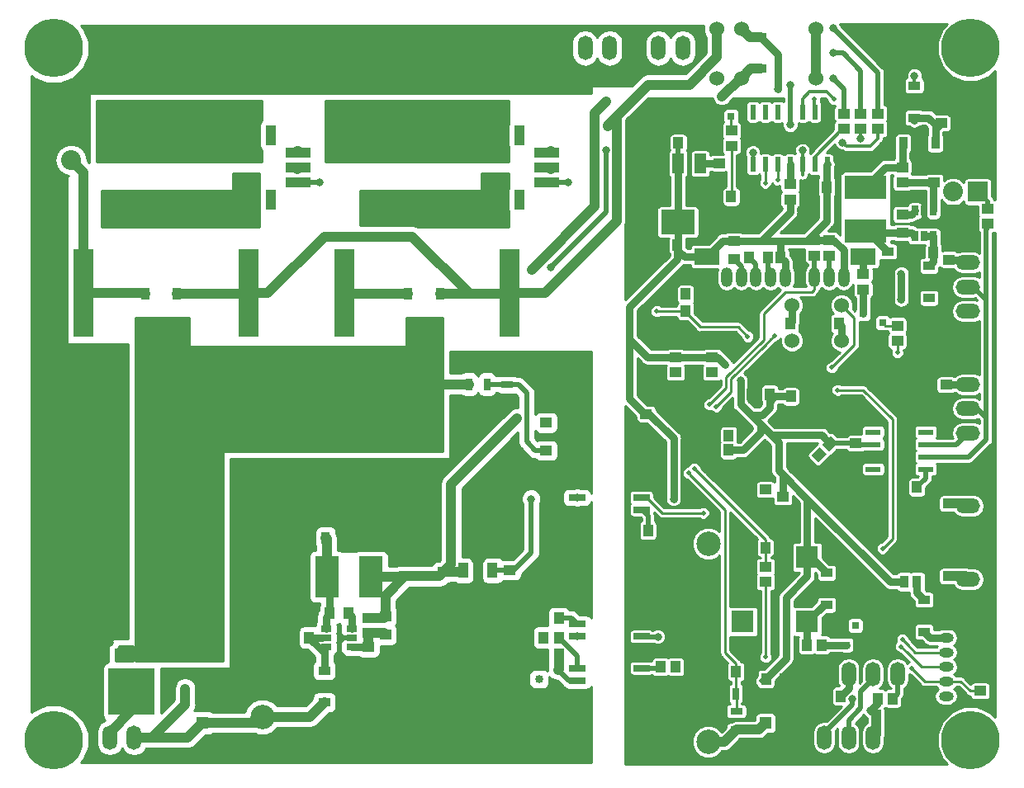
<source format=gbr>
G04 #@! TF.GenerationSoftware,KiCad,Pcbnew,(5.0.2)-1*
G04 #@! TF.CreationDate,2019-04-09T19:25:48+09:00*
G04 #@! TF.ProjectId,Electrocity_Manager,456c6563-7472-46f6-9369-74795f4d616e,rev?*
G04 #@! TF.SameCoordinates,Original*
G04 #@! TF.FileFunction,Copper,L2,Bot*
G04 #@! TF.FilePolarity,Positive*
%FSLAX46Y46*%
G04 Gerber Fmt 4.6, Leading zero omitted, Abs format (unit mm)*
G04 Created by KiCad (PCBNEW (5.0.2)-1) date 2019/04/09 19:25:48*
%MOMM*%
%LPD*%
G01*
G04 APERTURE LIST*
G04 #@! TA.AperFunction,SMDPad,CuDef*
%ADD10R,1.200000X1.000000*%
G04 #@! TD*
G04 #@! TA.AperFunction,SMDPad,CuDef*
%ADD11R,1.000000X1.200000*%
G04 #@! TD*
G04 #@! TA.AperFunction,SMDPad,CuDef*
%ADD12R,4.200000X2.400000*%
G04 #@! TD*
G04 #@! TA.AperFunction,SMDPad,CuDef*
%ADD13R,1.220000X0.910000*%
G04 #@! TD*
G04 #@! TA.AperFunction,SMDPad,CuDef*
%ADD14R,2.300000X2.300000*%
G04 #@! TD*
G04 #@! TA.AperFunction,SMDPad,CuDef*
%ADD15R,0.800100X0.800100*%
G04 #@! TD*
G04 #@! TA.AperFunction,ComponentPad*
%ADD16C,6.500000*%
G04 #@! TD*
G04 #@! TA.AperFunction,SMDPad,CuDef*
%ADD17R,0.965200X1.270000*%
G04 #@! TD*
G04 #@! TA.AperFunction,SMDPad,CuDef*
%ADD18C,1.000000*%
G04 #@! TD*
G04 #@! TA.AperFunction,Conductor*
%ADD19C,0.100000*%
G04 #@! TD*
G04 #@! TA.AperFunction,ComponentPad*
%ADD20C,1.300000*%
G04 #@! TD*
G04 #@! TA.AperFunction,ComponentPad*
%ADD21R,1.300000X1.300000*%
G04 #@! TD*
G04 #@! TA.AperFunction,SMDPad,CuDef*
%ADD22R,0.910000X1.220000*%
G04 #@! TD*
G04 #@! TA.AperFunction,ComponentPad*
%ADD23R,2.032000X2.032000*%
G04 #@! TD*
G04 #@! TA.AperFunction,ComponentPad*
%ADD24O,2.032000X2.032000*%
G04 #@! TD*
G04 #@! TA.AperFunction,ComponentPad*
%ADD25O,2.500000X1.500000*%
G04 #@! TD*
G04 #@! TA.AperFunction,ComponentPad*
%ADD26O,1.500000X2.500000*%
G04 #@! TD*
G04 #@! TA.AperFunction,ComponentPad*
%ADD27C,8.500000*%
G04 #@! TD*
G04 #@! TA.AperFunction,SMDPad,CuDef*
%ADD28R,0.690880X1.000760*%
G04 #@! TD*
G04 #@! TA.AperFunction,SMDPad,CuDef*
%ADD29R,1.200000X2.000000*%
G04 #@! TD*
G04 #@! TA.AperFunction,SMDPad,CuDef*
%ADD30R,3.500000X2.500000*%
G04 #@! TD*
G04 #@! TA.AperFunction,ComponentPad*
%ADD31R,3.000000X13.000000*%
G04 #@! TD*
G04 #@! TA.AperFunction,ComponentPad*
%ADD32R,2.000000X9.000000*%
G04 #@! TD*
G04 #@! TA.AperFunction,ComponentPad*
%ADD33R,13.000000X3.000000*%
G04 #@! TD*
G04 #@! TA.AperFunction,SMDPad,CuDef*
%ADD34R,1.000000X2.000000*%
G04 #@! TD*
G04 #@! TA.AperFunction,SMDPad,CuDef*
%ADD35R,2.500000X1.000000*%
G04 #@! TD*
G04 #@! TA.AperFunction,SMDPad,CuDef*
%ADD36R,2.500000X1.800000*%
G04 #@! TD*
G04 #@! TA.AperFunction,SMDPad,CuDef*
%ADD37R,1.700000X0.650000*%
G04 #@! TD*
G04 #@! TA.AperFunction,ComponentPad*
%ADD38O,1.524000X1.000000*%
G04 #@! TD*
G04 #@! TA.AperFunction,SMDPad,CuDef*
%ADD39R,1.400000X1.270000*%
G04 #@! TD*
G04 #@! TA.AperFunction,SMDPad,CuDef*
%ADD40R,4.720000X4.800000*%
G04 #@! TD*
G04 #@! TA.AperFunction,SMDPad,CuDef*
%ADD41R,2.400000X4.200000*%
G04 #@! TD*
G04 #@! TA.AperFunction,ComponentPad*
%ADD42C,4.500880*%
G04 #@! TD*
G04 #@! TA.AperFunction,ComponentPad*
%ADD43C,2.500000*%
G04 #@! TD*
G04 #@! TA.AperFunction,SMDPad,CuDef*
%ADD44R,0.700000X1.300000*%
G04 #@! TD*
G04 #@! TA.AperFunction,SMDPad,CuDef*
%ADD45R,1.300000X0.700000*%
G04 #@! TD*
G04 #@! TA.AperFunction,SMDPad,CuDef*
%ADD46R,1.000760X1.501140*%
G04 #@! TD*
G04 #@! TA.AperFunction,SMDPad,CuDef*
%ADD47R,1.998980X2.999740*%
G04 #@! TD*
G04 #@! TA.AperFunction,SMDPad,CuDef*
%ADD48C,0.749300*%
G04 #@! TD*
G04 #@! TA.AperFunction,SMDPad,CuDef*
%ADD49R,1.250000X1.000000*%
G04 #@! TD*
G04 #@! TA.AperFunction,SMDPad,CuDef*
%ADD50R,0.600000X1.500000*%
G04 #@! TD*
G04 #@! TA.AperFunction,ComponentPad*
%ADD51C,1.524000*%
G04 #@! TD*
G04 #@! TA.AperFunction,SMDPad,CuDef*
%ADD52R,1.000760X0.690880*%
G04 #@! TD*
G04 #@! TA.AperFunction,ComponentPad*
%ADD53O,1.200000X2.000000*%
G04 #@! TD*
G04 #@! TA.AperFunction,ComponentPad*
%ADD54R,2.600000X1.700000*%
G04 #@! TD*
G04 #@! TA.AperFunction,SMDPad,CuDef*
%ADD55R,1.550000X0.600000*%
G04 #@! TD*
G04 #@! TA.AperFunction,ViaPad*
%ADD56C,6.000000*%
G04 #@! TD*
G04 #@! TA.AperFunction,ViaPad*
%ADD57C,0.800000*%
G04 #@! TD*
G04 #@! TA.AperFunction,ViaPad*
%ADD58C,0.500000*%
G04 #@! TD*
G04 #@! TA.AperFunction,Conductor*
%ADD59C,1.000000*%
G04 #@! TD*
G04 #@! TA.AperFunction,Conductor*
%ADD60C,0.800000*%
G04 #@! TD*
G04 #@! TA.AperFunction,Conductor*
%ADD61C,0.250000*%
G04 #@! TD*
G04 #@! TA.AperFunction,Conductor*
%ADD62C,0.500000*%
G04 #@! TD*
G04 #@! TA.AperFunction,Conductor*
%ADD63C,0.300000*%
G04 #@! TD*
G04 #@! TA.AperFunction,Conductor*
%ADD64C,0.254000*%
G04 #@! TD*
G04 APERTURE END LIST*
D10*
G04 #@! TO.P,C13,2*
G04 #@! TO.N,GND*
X124000000Y-148180000D03*
G04 #@! TO.P,C13,1*
G04 #@! TO.N,Net-(C13-Pad1)*
X124000000Y-146300001D03*
G04 #@! TD*
G04 #@! TO.P,C4,1*
G04 #@! TO.N,+3.3V*
X133250000Y-141550000D03*
G04 #@! TO.P,C4,2*
G04 #@! TO.N,GND*
X133250000Y-143430000D03*
G04 #@! TD*
D11*
G04 #@! TO.P,C11,1*
G04 #@! TO.N,Net-(C11-Pad1)*
X120199999Y-140750000D03*
G04 #@! TO.P,C11,2*
G04 #@! TO.N,GND*
X118320000Y-140750000D03*
G04 #@! TD*
D12*
G04 #@! TO.P,L1,2*
G04 #@! TO.N,Net-(D13-Pad1)*
X134250000Y-115250000D03*
G04 #@! TO.P,L1,1*
G04 #@! TO.N,Net-(C23-Pad1)*
X134250000Y-119750000D03*
G04 #@! TD*
D11*
G04 #@! TO.P,C19,1*
G04 #@! TO.N,+3.3V*
X125550000Y-122500000D03*
G04 #@! TO.P,C19,2*
G04 #@! TO.N,GND*
X127430000Y-122500000D03*
G04 #@! TD*
D13*
G04 #@! TO.P,D12,1*
G04 #@! TO.N,+12V*
X140750000Y-126635000D03*
G04 #@! TO.P,D12,2*
G04 #@! TO.N,Net-(C25-Pad1)*
X140750000Y-123365000D03*
G04 #@! TD*
D10*
G04 #@! TO.P,R48,1*
G04 #@! TO.N,/PC2*
X120500000Y-111030000D03*
G04 #@! TO.P,R48,2*
G04 #@! TO.N,Net-(Q7-Pad1)*
X120500000Y-109470000D03*
G04 #@! TD*
D11*
G04 #@! TO.P,C9,2*
G04 #@! TO.N,+3.3V*
X120180000Y-142250000D03*
G04 #@! TO.P,C9,1*
G04 #@! TO.N,GND*
X118300000Y-142250000D03*
G04 #@! TD*
D14*
G04 #@! TO.P,SP1,3*
G04 #@! TO.N,N/C*
X121650000Y-159850000D03*
G04 #@! TO.P,SP1,2*
G04 #@! TO.N,Net-(D9-Pad1)*
X128250000Y-159850000D03*
G04 #@! TO.P,SP1,1*
G04 #@! TO.N,+3.3V*
X128250000Y-153250000D03*
G04 #@! TD*
D10*
G04 #@! TO.P,C27,2*
G04 #@! TO.N,GND*
X111750000Y-140430000D03*
G04 #@! TO.P,C27,1*
G04 #@! TO.N,+3.3V*
X111750000Y-138550000D03*
G04 #@! TD*
D11*
G04 #@! TO.P,C44,1*
G04 #@! TO.N,/ADC12_IN8*
X120950000Y-165000000D03*
G04 #@! TO.P,C44,2*
G04 #@! TO.N,GND*
X119070000Y-165000000D03*
G04 #@! TD*
D15*
G04 #@! TO.P,Q7,1*
G04 #@! TO.N,Net-(Q7-Pad1)*
X120450000Y-108000760D03*
G04 #@! TO.P,Q7,2*
G04 #@! TO.N,GND*
X118550000Y-108000760D03*
G04 #@! TO.P,Q7,3*
G04 #@! TO.N,Net-(D25-Pad1)*
X119500000Y-106001780D03*
G04 #@! TD*
D10*
G04 #@! TO.P,R6,2*
G04 #@! TO.N,Net-(JP3-Pad1)*
X146750000Y-117470000D03*
G04 #@! TO.P,R6,1*
G04 #@! TO.N,/CAN_H*
X146750000Y-119030000D03*
G04 #@! TD*
D16*
G04 #@! TO.P,P15,1*
G04 #@! TO.N,GNDPWR*
X90250000Y-102500000D03*
G04 #@! TO.P,P15,2*
G04 #@! TO.N,FUN_Vdd*
X90250000Y-109500000D03*
G04 #@! TD*
G04 #@! TO.P,P17,2*
G04 #@! TO.N,POWER_Vdd*
X66750000Y-109500000D03*
G04 #@! TO.P,P17,1*
G04 #@! TO.N,GNDPWR*
X66750000Y-102500000D03*
G04 #@! TD*
D17*
G04 #@! TO.P,JP2,2*
G04 #@! TO.N,+3.3V*
X138250000Y-155750000D03*
G04 #@! TO.P,JP2,1*
G04 #@! TO.N,Net-(D1-Pad2)*
X139520000Y-155750000D03*
G04 #@! TD*
D18*
G04 #@! TO.P,C12,1*
G04 #@! TO.N,GND*
X131921751Y-142921751D03*
D19*
G04 #@! TD*
G04 #@! TO.N,GND*
G04 #@! TO.C,C12*
G36*
X132699568Y-142851040D02*
X131851040Y-143699568D01*
X131143934Y-142992462D01*
X131992462Y-142143934D01*
X132699568Y-142851040D01*
X132699568Y-142851040D01*
G37*
D18*
G04 #@! TO.P,C12,2*
G04 #@! TO.N,+3.3V*
X130592391Y-141592391D03*
D19*
G04 #@! TD*
G04 #@! TO.N,+3.3V*
G04 #@! TO.C,C12*
G36*
X131370208Y-141521680D02*
X130521680Y-142370208D01*
X129814574Y-141663102D01*
X130663102Y-140814574D01*
X131370208Y-141521680D01*
X131370208Y-141521680D01*
G37*
D10*
G04 #@! TO.P,C20,2*
G04 #@! TO.N,Net-(C20-Pad2)*
X120750000Y-122680000D03*
G04 #@! TO.P,C20,1*
G04 #@! TO.N,+3.3V*
X120750000Y-120800000D03*
G04 #@! TD*
G04 #@! TO.P,C23,1*
G04 #@! TO.N,Net-(C23-Pad1)*
X138000000Y-119950000D03*
G04 #@! TO.P,C23,2*
G04 #@! TO.N,Net-(C23-Pad2)*
X138000000Y-118070000D03*
G04 #@! TD*
G04 #@! TO.P,C24,1*
G04 #@! TO.N,+5V*
X119250000Y-112800000D03*
G04 #@! TO.P,C24,2*
G04 #@! TO.N,GND*
X119250000Y-114680000D03*
G04 #@! TD*
D11*
G04 #@! TO.P,C25,2*
G04 #@! TO.N,GND*
X139320000Y-122000000D03*
G04 #@! TO.P,C25,1*
G04 #@! TO.N,Net-(C25-Pad1)*
X141200000Y-122000000D03*
G04 #@! TD*
G04 #@! TO.P,C26,1*
G04 #@! TO.N,+3.3V*
X114950000Y-121250000D03*
G04 #@! TO.P,C26,2*
G04 #@! TO.N,GND*
X113070000Y-121250000D03*
G04 #@! TD*
D20*
G04 #@! TO.P,C32,2*
G04 #@! TO.N,GNDPWR*
X66250000Y-172750000D03*
D21*
G04 #@! TO.P,C32,1*
G04 #@! TO.N,/24V*
X66250000Y-170250000D03*
G04 #@! TD*
G04 #@! TO.P,C35,1*
G04 #@! TO.N,Net-(C35-Pad1)*
X124000000Y-170250000D03*
D20*
G04 #@! TO.P,C35,2*
G04 #@! TO.N,GND*
X124000000Y-172750000D03*
G04 #@! TD*
D13*
G04 #@! TO.P,D1,2*
G04 #@! TO.N,Net-(D1-Pad2)*
X140250000Y-157615000D03*
G04 #@! TO.P,D1,1*
G04 #@! TO.N,Net-(D1-Pad1)*
X140250000Y-160885000D03*
G04 #@! TD*
G04 #@! TO.P,D9,1*
G04 #@! TO.N,Net-(D9-Pad1)*
X130250000Y-158135000D03*
G04 #@! TO.P,D9,2*
G04 #@! TO.N,+3.3V*
X130250000Y-154865000D03*
G04 #@! TD*
G04 #@! TO.P,D11,2*
G04 #@! TO.N,Net-(C23-Pad1)*
X136500000Y-121865000D03*
G04 #@! TO.P,D11,1*
G04 #@! TO.N,GND*
X136500000Y-125135000D03*
G04 #@! TD*
D22*
G04 #@! TO.P,D13,2*
G04 #@! TO.N,+5V*
X141385000Y-110750000D03*
G04 #@! TO.P,D13,1*
G04 #@! TO.N,Net-(D13-Pad1)*
X138115000Y-110750000D03*
G04 #@! TD*
D13*
G04 #@! TO.P,D21,1*
G04 #@! TO.N,/24V*
X78750000Y-168135000D03*
G04 #@! TO.P,D21,2*
G04 #@! TO.N,Net-(C31-Pad1)*
X78750000Y-164865000D03*
G04 #@! TD*
D23*
G04 #@! TO.P,JP3,1*
G04 #@! TO.N,Net-(JP3-Pad1)*
X145750000Y-115750000D03*
D24*
G04 #@! TO.P,JP3,2*
G04 #@! TO.N,/CAN_L*
X143210000Y-115750000D03*
G04 #@! TD*
D25*
G04 #@! TO.P,P3,4*
G04 #@! TO.N,/CAN_L*
X144750000Y-128000000D03*
G04 #@! TO.P,P3,3*
G04 #@! TO.N,/CAN_H*
X144750000Y-125500000D03*
G04 #@! TO.P,P3,2*
G04 #@! TO.N,+12V*
X144750000Y-123000000D03*
G04 #@! TO.P,P3,1*
G04 #@! TO.N,GND*
X144750000Y-120500000D03*
G04 #@! TD*
D26*
G04 #@! TO.P,P9,2*
G04 #@! TO.N,/24V*
X59250000Y-171750000D03*
G04 #@! TO.P,P9,1*
G04 #@! TO.N,Net-(D10-Pad3)*
X56750000Y-171750000D03*
G04 #@! TD*
D27*
G04 #@! TO.P,P13,1*
G04 #@! TO.N,GNDPWR*
X53250000Y-159750000D03*
G04 #@! TO.P,P13,2*
G04 #@! TO.N,+BATT*
X64250000Y-159750000D03*
G04 #@! TD*
D16*
G04 #@! TO.P,P14,2*
G04 #@! TO.N,POWER_Vdd*
X58750000Y-109500000D03*
G04 #@! TO.P,P14,1*
G04 #@! TO.N,GNDPWR*
X58750000Y-102500000D03*
G04 #@! TD*
D27*
G04 #@! TO.P,P16,2*
G04 #@! TO.N,+BATT*
X64250000Y-149500000D03*
G04 #@! TO.P,P16,1*
G04 #@! TO.N,GNDPWR*
X53250000Y-149500000D03*
G04 #@! TD*
D16*
G04 #@! TO.P,P18,1*
G04 #@! TO.N,GNDPWR*
X82000000Y-102500000D03*
G04 #@! TO.P,P18,2*
G04 #@! TO.N,FUN_Vdd*
X82000000Y-109500000D03*
G04 #@! TD*
D28*
G04 #@! TO.P,U5,6*
G04 #@! TO.N,Net-(C23-Pad1)*
X139300040Y-120300480D03*
G04 #@! TO.P,U5,5*
G04 #@! TO.N,Net-(C25-Pad1)*
X140250000Y-120300480D03*
G04 #@! TO.P,U5,4*
X141199960Y-120300480D03*
G04 #@! TO.P,U5,3*
G04 #@! TO.N,/FB*
X141199960Y-117699520D03*
G04 #@! TO.P,U5,2*
G04 #@! TO.N,GND*
X140250000Y-117699520D03*
G04 #@! TO.P,U5,1*
G04 #@! TO.N,Net-(C23-Pad2)*
X139300040Y-117699520D03*
G04 #@! TD*
D29*
G04 #@! TO.P,U7,2*
G04 #@! TO.N,+3.3V*
X115000000Y-112850000D03*
G04 #@! TO.P,U7,1*
G04 #@! TO.N,GND*
X112700000Y-112850000D03*
G04 #@! TO.P,U7,3*
G04 #@! TO.N,+5V*
X117300000Y-112850000D03*
D30*
G04 #@! TO.P,U7,2*
G04 #@! TO.N,+3.3V*
X115000000Y-118850000D03*
G04 #@! TD*
D31*
G04 #@! TO.P,U8,30*
G04 #@! TO.N,+BATT*
X62500000Y-135500000D03*
D32*
G04 #@! TO.P,U8,86*
G04 #@! TO.N,/Relay_Out*
X54050000Y-126150000D03*
G04 #@! TO.P,U8,85*
G04 #@! TO.N,/Coil*
X70950000Y-126150000D03*
D33*
G04 #@! TO.P,U8,87*
G04 #@! TO.N,Net-(U11-Pad5)*
X62500000Y-117750000D03*
G04 #@! TD*
G04 #@! TO.P,U12,87*
G04 #@! TO.N,Net-(U12-Pad87)*
X89250000Y-117750000D03*
D32*
G04 #@! TO.P,U12,85*
G04 #@! TO.N,/Coil*
X97700000Y-126150000D03*
G04 #@! TO.P,U12,86*
G04 #@! TO.N,/Relay_Out*
X80800000Y-126150000D03*
D31*
G04 #@! TO.P,U12,30*
G04 #@! TO.N,+BATT*
X89250000Y-135500000D03*
G04 #@! TD*
D34*
G04 #@! TO.P,U14,*
G04 #@! TO.N,*
X98750000Y-116550000D03*
X98750000Y-109950000D03*
D35*
G04 #@! TO.P,U14,3*
G04 #@! TO.N,Net-(R44-Pad2)*
X101550000Y-114750000D03*
G04 #@! TO.P,U14,2*
G04 #@! TO.N,GND*
X101550000Y-113250000D03*
G04 #@! TO.P,U14,1*
G04 #@! TO.N,+3.3V*
X101550000Y-111750000D03*
D36*
G04 #@! TO.P,U14,5*
G04 #@! TO.N,Net-(U12-Pad87)*
X96050000Y-114750000D03*
G04 #@! TO.P,U14,6*
G04 #@! TO.N,FUN_Vdd*
X96050000Y-111750000D03*
G04 #@! TD*
D37*
G04 #@! TO.P,IC2,1*
G04 #@! TO.N,Net-(IC2-Pad1)*
X111300000Y-164615000D03*
G04 #@! TO.P,IC2,2*
G04 #@! TO.N,GND*
X111300000Y-165885000D03*
G04 #@! TO.P,IC2,3*
G04 #@! TO.N,Net-(IC2-Pad3)*
X104700000Y-165885000D03*
G04 #@! TO.P,IC2,4*
G04 #@! TO.N,Net-(IC2-Pad4)*
X104700000Y-164615000D03*
G04 #@! TD*
G04 #@! TO.P,IC3,4*
G04 #@! TO.N,/Relay_state*
X111300000Y-161385000D03*
G04 #@! TO.P,IC3,3*
G04 #@! TO.N,GND*
X111300000Y-160115000D03*
G04 #@! TO.P,IC3,2*
G04 #@! TO.N,Net-(IC3-Pad2)*
X104700000Y-160115000D03*
G04 #@! TO.P,IC3,1*
G04 #@! TO.N,/Coil*
X104700000Y-161385000D03*
G04 #@! TD*
G04 #@! TO.P,IC4,4*
G04 #@! TO.N,Net-(IC4-Pad4)*
X104660000Y-147115000D03*
G04 #@! TO.P,IC4,3*
G04 #@! TO.N,GNDPWR*
X104660000Y-148385000D03*
G04 #@! TO.P,IC4,2*
G04 #@! TO.N,Net-(IC4-Pad2)*
X111260000Y-148385000D03*
G04 #@! TO.P,IC4,1*
G04 #@! TO.N,/PB15*
X111260000Y-147115000D03*
G04 #@! TD*
D38*
G04 #@! TO.P,P1,1*
G04 #@! TO.N,GND*
X142500000Y-160000000D03*
G04 #@! TO.P,P1,2*
G04 #@! TO.N,Net-(D1-Pad1)*
X142500000Y-161500000D03*
G04 #@! TO.P,P1,3*
G04 #@! TO.N,/SWCLK*
X142500000Y-163000000D03*
G04 #@! TO.P,P1,4*
G04 #@! TO.N,/SWDIO*
X142500000Y-164500000D03*
G04 #@! TO.P,P1,5*
G04 #@! TO.N,/~NRST*
X142500000Y-166000000D03*
G04 #@! TO.P,P1,6*
G04 #@! TO.N,Net-(P1-Pad6)*
X142500000Y-167500000D03*
G04 #@! TD*
D10*
G04 #@! TO.P,C2,1*
G04 #@! TO.N,+12V*
X142500000Y-135550000D03*
G04 #@! TO.P,C2,2*
G04 #@! TO.N,GND*
X142500000Y-137430000D03*
G04 #@! TD*
G04 #@! TO.P,C3,1*
G04 #@! TO.N,/~NRST*
X146000000Y-166950000D03*
G04 #@! TO.P,C3,2*
G04 #@! TO.N,GND*
X146000000Y-165070000D03*
G04 #@! TD*
G04 #@! TO.P,C6,2*
G04 #@! TO.N,GND*
X142750000Y-120820000D03*
G04 #@! TO.P,C6,1*
G04 #@! TO.N,+12V*
X142750000Y-122700000D03*
G04 #@! TD*
D11*
G04 #@! TO.P,C7,2*
G04 #@! TO.N,GND*
X137180000Y-169500000D03*
G04 #@! TO.P,C7,1*
G04 #@! TO.N,+12V*
X135300000Y-169500000D03*
G04 #@! TD*
G04 #@! TO.P,C8,1*
G04 #@! TO.N,GND*
X122550000Y-136500000D03*
G04 #@! TO.P,C8,2*
G04 #@! TO.N,+3.3V*
X124430000Y-136500000D03*
G04 #@! TD*
D10*
G04 #@! TO.P,C10,2*
G04 #@! TO.N,+3.3V*
X125750000Y-147070000D03*
G04 #@! TO.P,C10,1*
G04 #@! TO.N,GND*
X125750000Y-148950000D03*
G04 #@! TD*
D11*
G04 #@! TO.P,C14,2*
G04 #@! TO.N,GND*
X129820000Y-167500000D03*
G04 #@! TO.P,C14,1*
G04 #@! TO.N,+12V*
X131700000Y-167500000D03*
G04 #@! TD*
G04 #@! TO.P,C15,2*
G04 #@! TO.N,+3.3V*
X126570000Y-136750000D03*
G04 #@! TO.P,C15,1*
G04 #@! TO.N,GND*
X128450000Y-136750000D03*
G04 #@! TD*
D10*
G04 #@! TO.P,C16,2*
G04 #@! TO.N,GND*
X142750000Y-153320000D03*
G04 #@! TO.P,C16,1*
G04 #@! TO.N,+12V*
X142750000Y-155200000D03*
G04 #@! TD*
G04 #@! TO.P,C17,1*
G04 #@! TO.N,+12V*
X142750000Y-147750000D03*
G04 #@! TO.P,C17,2*
G04 #@! TO.N,GND*
X142750000Y-145870000D03*
G04 #@! TD*
D11*
G04 #@! TO.P,C18,1*
G04 #@! TO.N,GND*
X128370000Y-115250000D03*
G04 #@! TO.P,C18,2*
G04 #@! TO.N,+3.3V*
X130250000Y-115250000D03*
G04 #@! TD*
G04 #@! TO.P,C21,2*
G04 #@! TO.N,Net-(C21-Pad2)*
X122320000Y-122500000D03*
G04 #@! TO.P,C21,1*
G04 #@! TO.N,Net-(C21-Pad1)*
X124200000Y-122500000D03*
G04 #@! TD*
D10*
G04 #@! TO.P,C29,2*
G04 #@! TO.N,GND*
X142000000Y-106820000D03*
G04 #@! TO.P,C29,1*
G04 #@! TO.N,+5V*
X142000000Y-108700000D03*
G04 #@! TD*
G04 #@! TO.P,C30,2*
G04 #@! TO.N,+12C*
X85000000Y-159320000D03*
G04 #@! TO.P,C30,1*
G04 #@! TO.N,Net-(C30-Pad1)*
X85000000Y-161200000D03*
G04 #@! TD*
D11*
G04 #@! TO.P,C31,2*
G04 #@! TO.N,GNDPWR*
X75320000Y-161500000D03*
G04 #@! TO.P,C31,1*
G04 #@! TO.N,Net-(C31-Pad1)*
X77200000Y-161500000D03*
G04 #@! TD*
G04 #@! TO.P,C33,2*
G04 #@! TO.N,GND*
X117680000Y-128000000D03*
G04 #@! TO.P,C33,1*
G04 #@! TO.N,/ADC12_IN1*
X115800000Y-128000000D03*
G04 #@! TD*
D10*
G04 #@! TO.P,C38,1*
G04 #@! TO.N,/Voltage*
X101500000Y-142300000D03*
G04 #@! TO.P,C38,2*
G04 #@! TO.N,GNDPWR*
X101500000Y-144180000D03*
G04 #@! TD*
D11*
G04 #@! TO.P,C39,1*
G04 #@! TO.N,/ADC12_IN2*
X115800000Y-126250000D03*
G04 #@! TO.P,C39,2*
G04 #@! TO.N,GND*
X117680000Y-126250000D03*
G04 #@! TD*
G04 #@! TO.P,C41,2*
G04 #@! TO.N,GND*
X125930000Y-165750000D03*
G04 #@! TO.P,C41,1*
G04 #@! TO.N,+3.3V*
X124050000Y-165750000D03*
G04 #@! TD*
G04 #@! TO.P,C42,1*
G04 #@! TO.N,/ADC12_IN9*
X123950000Y-152250000D03*
G04 #@! TO.P,C42,2*
G04 #@! TO.N,GND*
X122070000Y-152250000D03*
G04 #@! TD*
D10*
G04 #@! TO.P,C43,1*
G04 #@! TO.N,GNDPWR*
X97750000Y-156450000D03*
G04 #@! TO.P,C43,2*
G04 #@! TO.N,3V3*
X97750000Y-154570000D03*
G04 #@! TD*
D39*
G04 #@! TO.P,D10,1*
G04 #@! TO.N,+BATT*
X60040000Y-163235000D03*
D40*
G04 #@! TO.P,D10,3*
G04 #@! TO.N,Net-(D10-Pad3)*
X59000000Y-167040000D03*
D39*
G04 #@! TO.P,D10,2*
G04 #@! TO.N,+BATT*
X57960000Y-163235000D03*
G04 #@! TD*
D23*
G04 #@! TO.P,JP1,1*
G04 #@! TO.N,GNDPWR*
X50250000Y-112500000D03*
D24*
G04 #@! TO.P,JP1,2*
G04 #@! TO.N,/Relay_Out*
X52790000Y-112500000D03*
G04 #@! TD*
D41*
G04 #@! TO.P,L2,1*
G04 #@! TO.N,Net-(C36-Pad2)*
X79000000Y-155250000D03*
G04 #@! TO.P,L2,2*
G04 #@! TO.N,+12C*
X83500000Y-155250000D03*
G04 #@! TD*
D26*
G04 #@! TO.P,P5,4*
G04 #@! TO.N,/Relay_state*
X137500000Y-165250000D03*
G04 #@! TO.P,P5,3*
G04 #@! TO.N,/Fource_shutdown*
X135000000Y-165250000D03*
G04 #@! TO.P,P5,2*
G04 #@! TO.N,+12V*
X132500000Y-165250000D03*
G04 #@! TO.P,P5,1*
G04 #@! TO.N,GND*
X130000000Y-165250000D03*
G04 #@! TD*
D25*
G04 #@! TO.P,P6,1*
G04 #@! TO.N,GND*
X144750000Y-153000000D03*
G04 #@! TO.P,P6,2*
G04 #@! TO.N,+12V*
X144750000Y-155500000D03*
G04 #@! TD*
G04 #@! TO.P,P7,2*
G04 #@! TO.N,+12V*
X144750000Y-148000000D03*
G04 #@! TO.P,P7,1*
G04 #@! TO.N,GND*
X144750000Y-145500000D03*
G04 #@! TD*
D26*
G04 #@! TO.P,P10,2*
G04 #@! TO.N,Net-(P10-Pad2)*
X108000000Y-101000000D03*
G04 #@! TO.P,P10,1*
G04 #@! TO.N,+12C*
X105500000Y-101000000D03*
G04 #@! TD*
G04 #@! TO.P,P11,1*
G04 #@! TO.N,Net-(P10-Pad2)*
X113000000Y-101000000D03*
G04 #@! TO.P,P11,2*
G04 #@! TO.N,Net-(P11-Pad2)*
X115500000Y-101000000D03*
G04 #@! TD*
D42*
G04 #@! TO.P,P12,1*
G04 #@! TO.N,GNDPWR*
X99000000Y-101500000D03*
G04 #@! TD*
D15*
G04 #@! TO.P,Q1,1*
G04 #@! TO.N,Net-(IC2-Pad3)*
X102750760Y-164800000D03*
G04 #@! TO.P,Q1,2*
G04 #@! TO.N,GNDPWR*
X102750760Y-166700000D03*
G04 #@! TO.P,Q1,3*
G04 #@! TO.N,/Relay_Out*
X100751780Y-165750000D03*
G04 #@! TD*
G04 #@! TO.P,Q2,3*
G04 #@! TO.N,Net-(Q2-Pad3)*
X132250000Y-162248220D03*
G04 #@! TO.P,Q2,2*
G04 #@! TO.N,GND*
X131300000Y-160249240D03*
G04 #@! TO.P,Q2,1*
G04 #@! TO.N,Net-(Q2-Pad1)*
X133200000Y-160249240D03*
G04 #@! TD*
G04 #@! TO.P,Q3,1*
G04 #@! TO.N,Net-(Q3-Pad1)*
X136000760Y-129200000D03*
G04 #@! TO.P,Q3,2*
G04 #@! TO.N,GND*
X136000760Y-127300000D03*
G04 #@! TO.P,Q3,3*
G04 #@! TO.N,Net-(Q3-Pad3)*
X134001780Y-128250000D03*
G04 #@! TD*
D11*
G04 #@! TO.P,R7,1*
G04 #@! TO.N,GNDPWR*
X101220000Y-163250000D03*
G04 #@! TO.P,R7,2*
G04 #@! TO.N,Net-(IC2-Pad3)*
X102780000Y-163250000D03*
G04 #@! TD*
D18*
G04 #@! TO.P,R8,2*
G04 #@! TO.N,GND*
X130551543Y-143801543D03*
D19*
G04 #@! TD*
G04 #@! TO.N,GND*
G04 #@! TO.C,R8*
G36*
X129773726Y-143872254D02*
X130622254Y-143023726D01*
X131329360Y-143730832D01*
X130480832Y-144579360D01*
X129773726Y-143872254D01*
X129773726Y-143872254D01*
G37*
D18*
G04 #@! TO.P,R8,1*
G04 #@! TO.N,Net-(R8-Pad1)*
X129448457Y-142698457D03*
D19*
G04 #@! TD*
G04 #@! TO.N,Net-(R8-Pad1)*
G04 #@! TO.C,R8*
G36*
X128670640Y-142769168D02*
X129519168Y-141920640D01*
X130226274Y-142627746D01*
X129377746Y-143476274D01*
X128670640Y-142769168D01*
X128670640Y-142769168D01*
G37*
D11*
G04 #@! TO.P,R9,2*
G04 #@! TO.N,Net-(IC2-Pad4)*
X102780000Y-161500000D03*
G04 #@! TO.P,R9,1*
G04 #@! TO.N,/MAIN_SW_Vdd*
X101220000Y-161500000D03*
G04 #@! TD*
G04 #@! TO.P,R11,1*
G04 #@! TO.N,GNDPWR*
X101220000Y-159500000D03*
G04 #@! TO.P,R11,2*
G04 #@! TO.N,Net-(IC3-Pad2)*
X102780000Y-159500000D03*
G04 #@! TD*
G04 #@! TO.P,R12,2*
G04 #@! TO.N,GND*
X137940000Y-146060000D03*
G04 #@! TO.P,R12,1*
G04 #@! TO.N,Net-(R12-Pad1)*
X139500000Y-146060000D03*
G04 #@! TD*
G04 #@! TO.P,R15,2*
G04 #@! TO.N,/Fource_shutdown*
X114780000Y-164500000D03*
G04 #@! TO.P,R15,1*
G04 #@! TO.N,Net-(IC2-Pad1)*
X113220000Y-164500000D03*
G04 #@! TD*
G04 #@! TO.P,R17,2*
G04 #@! TO.N,+12V*
X135470000Y-167750000D03*
G04 #@! TO.P,R17,1*
G04 #@! TO.N,/Relay_state*
X137030000Y-167750000D03*
G04 #@! TD*
G04 #@! TO.P,R24,1*
G04 #@! TO.N,Net-(Q2-Pad3)*
X129780000Y-162250000D03*
G04 #@! TO.P,R24,2*
G04 #@! TO.N,Net-(D9-Pad1)*
X128220000Y-162250000D03*
G04 #@! TD*
G04 #@! TO.P,R25,1*
G04 #@! TO.N,GND*
X113500000Y-150500000D03*
G04 #@! TO.P,R25,2*
G04 #@! TO.N,Net-(IC4-Pad2)*
X111940000Y-150500000D03*
G04 #@! TD*
D10*
G04 #@! TO.P,R26,2*
G04 #@! TO.N,+3.3V*
X130500000Y-120720000D03*
G04 #@! TO.P,R26,1*
G04 #@! TO.N,/I2C2_SCL*
X130500000Y-122280000D03*
G04 #@! TD*
G04 #@! TO.P,R27,1*
G04 #@! TO.N,/I2C2_SDA*
X129000000Y-122280000D03*
G04 #@! TO.P,R27,2*
G04 #@! TO.N,+3.3V*
X129000000Y-120720000D03*
G04 #@! TD*
G04 #@! TO.P,R28,2*
G04 #@! TO.N,/PC13*
X137500000Y-131030000D03*
G04 #@! TO.P,R28,1*
G04 #@! TO.N,Net-(Q3-Pad1)*
X137500000Y-129470000D03*
G04 #@! TD*
G04 #@! TO.P,R29,2*
G04 #@! TO.N,Net-(R29-Pad2)*
X134000000Y-124220000D03*
G04 #@! TO.P,R29,1*
G04 #@! TO.N,Net-(Q3-Pad3)*
X134000000Y-125780000D03*
G04 #@! TD*
G04 #@! TO.P,R31,2*
G04 #@! TO.N,Net-(D13-Pad1)*
X138000000Y-113220000D03*
G04 #@! TO.P,R31,1*
G04 #@! TO.N,/FB*
X138000000Y-114780000D03*
G04 #@! TD*
G04 #@! TO.P,R32,1*
G04 #@! TO.N,GND*
X141250000Y-113220000D03*
G04 #@! TO.P,R32,2*
G04 #@! TO.N,/FB*
X141250000Y-114780000D03*
G04 #@! TD*
G04 #@! TO.P,R41,2*
G04 #@! TO.N,Net-(C30-Pad1)*
X83250000Y-161030000D03*
G04 #@! TO.P,R41,1*
G04 #@! TO.N,+12C*
X83250000Y-159470000D03*
G04 #@! TD*
G04 #@! TO.P,R42,2*
G04 #@! TO.N,Net-(C30-Pad1)*
X83250000Y-162470000D03*
G04 #@! TO.P,R42,1*
G04 #@! TO.N,GNDPWR*
X83250000Y-164030000D03*
G04 #@! TD*
G04 #@! TO.P,R47,1*
G04 #@! TO.N,/ADC12_IN9*
X124000000Y-154220000D03*
G04 #@! TO.P,R47,2*
G04 #@! TO.N,Net-(R47-Pad2)*
X124000000Y-155780000D03*
G04 #@! TD*
D34*
G04 #@! TO.P,U11,*
G04 #@! TO.N,*
X73250000Y-116550000D03*
X73250000Y-109950000D03*
D35*
G04 #@! TO.P,U11,3*
G04 #@! TO.N,Net-(R40-Pad2)*
X76050000Y-114750000D03*
G04 #@! TO.P,U11,2*
G04 #@! TO.N,GND*
X76050000Y-113250000D03*
G04 #@! TO.P,U11,1*
G04 #@! TO.N,+3.3V*
X76050000Y-111750000D03*
D36*
G04 #@! TO.P,U11,5*
G04 #@! TO.N,Net-(U11-Pad5)*
X70550000Y-114750000D03*
G04 #@! TO.P,U11,6*
G04 #@! TO.N,POWER_Vdd*
X70550000Y-111750000D03*
G04 #@! TD*
D25*
G04 #@! TO.P,P2,4*
G04 #@! TO.N,/CAN_L*
X144750000Y-140500000D03*
G04 #@! TO.P,P2,3*
G04 #@! TO.N,/CAN_H*
X144750000Y-138000000D03*
G04 #@! TO.P,P2,2*
G04 #@! TO.N,+12V*
X144750000Y-135500000D03*
G04 #@! TO.P,P2,1*
G04 #@! TO.N,GND*
X144750000Y-133000000D03*
G04 #@! TD*
D10*
G04 #@! TO.P,C22,1*
G04 #@! TO.N,GNDPWR*
X101500000Y-137550000D03*
G04 #@! TO.P,C22,2*
G04 #@! TO.N,3V3*
X101500000Y-139430000D03*
G04 #@! TD*
D22*
G04 #@! TO.P,D22,2*
G04 #@! TO.N,/Coil*
X63635000Y-126250000D03*
G04 #@! TO.P,D22,1*
G04 #@! TO.N,/Relay_Out*
X60365000Y-126250000D03*
G04 #@! TD*
G04 #@! TO.P,D23,1*
G04 #@! TO.N,/Relay_Out*
X87365000Y-126250000D03*
G04 #@! TO.P,D23,2*
G04 #@! TO.N,/Coil*
X90635000Y-126250000D03*
G04 #@! TD*
D43*
G04 #@! TO.P,U9,4*
G04 #@! TO.N,Net-(U9-Pad4)*
X118110000Y-151840000D03*
G04 #@! TO.P,U9,5*
G04 #@! TO.N,GND*
X118110000Y-162000000D03*
G04 #@! TO.P,U9,6*
G04 #@! TO.N,Net-(C35-Pad1)*
X118110000Y-172160000D03*
G04 #@! TO.P,U9,3*
G04 #@! TO.N,GNDPWR*
X72390000Y-154380000D03*
G04 #@! TO.P,U9,2*
X72390000Y-164540000D03*
G04 #@! TO.P,U9,1*
G04 #@! TO.N,/24V*
X72390000Y-169620000D03*
G04 #@! TD*
D44*
G04 #@! TO.P,R45,2*
G04 #@! TO.N,+BATT*
X93550000Y-135500000D03*
G04 #@! TO.P,R45,1*
G04 #@! TO.N,/Voltage*
X95450000Y-135500000D03*
G04 #@! TD*
D45*
G04 #@! TO.P,R46,1*
G04 #@! TO.N,GNDPWR*
X97500000Y-137450000D03*
G04 #@! TO.P,R46,2*
G04 #@! TO.N,/Voltage*
X97500000Y-135550000D03*
G04 #@! TD*
D46*
G04 #@! TO.P,U15,1*
G04 #@! TO.N,3V3*
X96001140Y-154602360D03*
G04 #@! TO.P,U15,2*
G04 #@! TO.N,GNDPWR*
X94500000Y-154602360D03*
G04 #@! TO.P,U15,3*
G04 #@! TO.N,+12C*
X92998860Y-154602360D03*
D47*
G04 #@! TO.P,U15,2*
G04 #@! TO.N,GNDPWR*
X94500000Y-151650880D03*
D48*
X94500000Y-153500000D03*
D19*
G04 #@! TD*
G04 #@! TO.N,GNDPWR*
G04 #@! TO.C,U15*
G36*
X93999620Y-153874650D02*
X93499240Y-153125350D01*
X95500760Y-153125350D01*
X95000380Y-153874650D01*
X93999620Y-153874650D01*
X93999620Y-153874650D01*
G37*
D49*
G04 #@! TO.P,C37,1*
G04 #@! TO.N,GNDPWR*
X91000000Y-156750000D03*
G04 #@! TO.P,C37,2*
G04 #@! TO.N,+12C*
X91000000Y-154750000D03*
G04 #@! TD*
D45*
G04 #@! TO.P,R52,2*
G04 #@! TO.N,Net-(C35-Pad1)*
X121000000Y-170950000D03*
G04 #@! TO.P,R52,1*
G04 #@! TO.N,/ADC12_IN8*
X121000000Y-169050000D03*
G04 #@! TD*
D26*
G04 #@! TO.P,P4,4*
G04 #@! TO.N,/Relay_state*
X130000000Y-171750000D03*
G04 #@! TO.P,P4,3*
G04 #@! TO.N,/Fource_shutdown*
X132500000Y-171750000D03*
G04 #@! TO.P,P4,2*
G04 #@! TO.N,+12V*
X135000000Y-171750000D03*
G04 #@! TO.P,P4,1*
G04 #@! TO.N,GND*
X137500000Y-171750000D03*
G04 #@! TD*
D11*
G04 #@! TO.P,C47,2*
G04 #@! TO.N,GND*
X129620000Y-129250000D03*
G04 #@! TO.P,C47,1*
G04 #@! TO.N,+5V*
X131500000Y-129250000D03*
G04 #@! TD*
G04 #@! TO.P,C48,2*
G04 #@! TO.N,GND*
X128430000Y-129250000D03*
G04 #@! TO.P,C48,1*
G04 #@! TO.N,+5V*
X126550000Y-129250000D03*
G04 #@! TD*
D13*
G04 #@! TO.P,D25,1*
G04 #@! TO.N,Net-(D25-Pad1)*
X123500000Y-103135000D03*
G04 #@! TO.P,D25,2*
G04 #@! TO.N,+5V*
X123500000Y-99865000D03*
G04 #@! TD*
D11*
G04 #@! TO.P,R18,1*
G04 #@! TO.N,GND*
X122030000Y-116250000D03*
G04 #@! TO.P,R18,2*
G04 #@! TO.N,/PC2*
X120470000Y-116250000D03*
G04 #@! TD*
D13*
G04 #@! TO.P,D29,1*
G04 #@! TO.N,Net-(D29-Pad1)*
X139250000Y-104865000D03*
G04 #@! TO.P,D29,2*
G04 #@! TO.N,+5V*
X139250000Y-108135000D03*
G04 #@! TD*
D10*
G04 #@! TO.P,R19,1*
G04 #@! TO.N,Net-(D26-Pad2)*
X132000000Y-107720000D03*
G04 #@! TO.P,R19,2*
G04 #@! TO.N,Net-(R19-Pad2)*
X132000000Y-109280000D03*
G04 #@! TD*
G04 #@! TO.P,R51,2*
G04 #@! TO.N,Net-(R51-Pad2)*
X133750000Y-109280000D03*
G04 #@! TO.P,R51,1*
G04 #@! TO.N,Net-(D27-Pad2)*
X133750000Y-107720000D03*
G04 #@! TD*
G04 #@! TO.P,R58,1*
G04 #@! TO.N,Net-(D28-Pad2)*
X135500000Y-107720000D03*
G04 #@! TO.P,R58,2*
G04 #@! TO.N,Net-(R58-Pad2)*
X135500000Y-109280000D03*
G04 #@! TD*
G04 #@! TO.P,R59,2*
G04 #@! TO.N,Net-(R59-Pad2)*
X126500000Y-114970000D03*
G04 #@! TO.P,R59,1*
G04 #@! TO.N,+3.3V*
X126500000Y-116530000D03*
G04 #@! TD*
D50*
G04 #@! TO.P,U19,1*
G04 #@! TO.N,+3.3V*
X130310000Y-112950000D03*
G04 #@! TO.P,U19,2*
G04 #@! TO.N,Net-(R19-Pad2)*
X129040000Y-112950000D03*
G04 #@! TO.P,U19,3*
G04 #@! TO.N,Net-(R51-Pad2)*
X127770000Y-112950000D03*
G04 #@! TO.P,U19,4*
G04 #@! TO.N,Net-(R59-Pad2)*
X126500000Y-112950000D03*
G04 #@! TO.P,U19,5*
G04 #@! TO.N,/USART1_TX*
X125230000Y-112950000D03*
G04 #@! TO.P,U19,6*
G04 #@! TO.N,/USART1_RX*
X123960000Y-112950000D03*
G04 #@! TO.P,U19,7*
G04 #@! TO.N,Net-(R58-Pad2)*
X122690000Y-112950000D03*
G04 #@! TO.P,U19,8*
G04 #@! TO.N,Net-(U19-Pad8)*
X122690000Y-107550000D03*
G04 #@! TO.P,U19,9*
G04 #@! TO.N,Net-(U19-Pad9)*
X123960000Y-107550000D03*
G04 #@! TO.P,U19,10*
G04 #@! TO.N,Net-(U19-Pad10)*
X125230000Y-107550000D03*
G04 #@! TO.P,U19,11*
G04 #@! TO.N,+3.3V*
X126500000Y-107550000D03*
G04 #@! TO.P,U19,12*
G04 #@! TO.N,/D-*
X127770000Y-107550000D03*
G04 #@! TO.P,U19,13*
G04 #@! TO.N,/D+*
X129040000Y-107550000D03*
G04 #@! TO.P,U19,14*
G04 #@! TO.N,GND*
X130310000Y-107550000D03*
G04 #@! TD*
D51*
G04 #@! TO.P,U22,1*
G04 #@! TO.N,Net-(P11-Pad2)*
X129160000Y-99000000D03*
X129160000Y-104080000D03*
G04 #@! TO.P,U22,5*
G04 #@! TO.N,+5V*
X121540000Y-99000000D03*
G04 #@! TO.P,U22,2*
G04 #@! TO.N,Net-(D25-Pad1)*
X121540000Y-104080000D03*
G04 #@! TO.P,U22,3*
G04 #@! TO.N,Net-(U22-Pad3)*
X119000000Y-104080000D03*
G04 #@! TO.P,U22,4*
G04 #@! TO.N,/Coil*
X119000000Y-99000000D03*
G04 #@! TD*
G04 #@! TO.P,U20,3*
G04 #@! TO.N,+5V*
X131790000Y-131000000D03*
G04 #@! TO.P,U20,2*
G04 #@! TO.N,GND*
X129250000Y-131000000D03*
G04 #@! TO.P,U20,1*
G04 #@! TO.N,/PC1*
X126710000Y-131000000D03*
G04 #@! TD*
G04 #@! TO.P,U21,1*
G04 #@! TO.N,/PC0*
X131790000Y-127400000D03*
G04 #@! TO.P,U21,2*
G04 #@! TO.N,GND*
X129250000Y-127400000D03*
G04 #@! TO.P,U21,3*
G04 #@! TO.N,+5V*
X126710000Y-127400000D03*
G04 #@! TD*
D11*
G04 #@! TO.P,C36,2*
G04 #@! TO.N,Net-(C36-Pad2)*
X79320000Y-159000000D03*
G04 #@! TO.P,C36,1*
G04 #@! TO.N,Net-(C36-Pad1)*
X81200000Y-159000000D03*
G04 #@! TD*
D10*
G04 #@! TO.P,C46,2*
G04 #@! TO.N,GNDPWR*
X87000000Y-153320000D03*
G04 #@! TO.P,C46,1*
G04 #@! TO.N,+12C*
X87000000Y-155200000D03*
G04 #@! TD*
D52*
G04 #@! TO.P,U10,6*
G04 #@! TO.N,Net-(C36-Pad2)*
X78949520Y-160550040D03*
G04 #@! TO.P,U10,5*
G04 #@! TO.N,Net-(C31-Pad1)*
X78949520Y-161500000D03*
G04 #@! TO.P,U10,4*
X78949520Y-162449960D03*
G04 #@! TO.P,U10,3*
G04 #@! TO.N,Net-(C30-Pad1)*
X81550480Y-162449960D03*
G04 #@! TO.P,U10,2*
G04 #@! TO.N,GNDPWR*
X81550480Y-161500000D03*
G04 #@! TO.P,U10,1*
G04 #@! TO.N,Net-(C36-Pad1)*
X81550480Y-160550040D03*
G04 #@! TD*
D22*
G04 #@! TO.P,D24,1*
G04 #@! TO.N,GNDPWR*
X75615000Y-151250000D03*
G04 #@! TO.P,D24,2*
G04 #@! TO.N,Net-(C36-Pad2)*
X78885000Y-151250000D03*
G04 #@! TD*
D11*
G04 #@! TO.P,C49,1*
G04 #@! TO.N,+3.3V*
X115050000Y-110750000D03*
G04 #@! TO.P,C49,2*
G04 #@! TO.N,GND*
X116930000Y-110750000D03*
G04 #@! TD*
D44*
G04 #@! TO.P,R53,2*
G04 #@! TO.N,/ADC12_IN8*
X120950000Y-167250000D03*
G04 #@! TO.P,R53,1*
G04 #@! TO.N,GND*
X119050000Y-167250000D03*
G04 #@! TD*
D10*
G04 #@! TO.P,R22,2*
G04 #@! TO.N,/PC5*
X114750000Y-134280000D03*
G04 #@! TO.P,R22,1*
G04 #@! TO.N,+3.3V*
X114750000Y-132720000D03*
G04 #@! TD*
G04 #@! TO.P,R23,1*
G04 #@! TO.N,+3.3V*
X118500000Y-132720000D03*
G04 #@! TO.P,R23,2*
G04 #@! TO.N,/PC4*
X118500000Y-134280000D03*
G04 #@! TD*
D53*
G04 #@! TO.P,U4,9*
G04 #@! TO.N,+3.3V*
X132000000Y-124500000D03*
G04 #@! TO.P,U4,8*
G04 #@! TO.N,/I2C2_SCL*
X130500000Y-124500000D03*
G04 #@! TO.P,U4,7*
G04 #@! TO.N,/I2C2_SDA*
X129000000Y-124500000D03*
G04 #@! TO.P,U4,6*
G04 #@! TO.N,GND*
X127500000Y-124500000D03*
G04 #@! TO.P,U4,5*
G04 #@! TO.N,+3.3V*
X126000000Y-124500000D03*
G04 #@! TO.P,U4,4*
G04 #@! TO.N,Net-(C21-Pad1)*
X124500000Y-124500000D03*
G04 #@! TO.P,U4,3*
G04 #@! TO.N,Net-(C21-Pad2)*
X123000000Y-124500000D03*
G04 #@! TO.P,U4,2*
G04 #@! TO.N,Net-(C20-Pad2)*
X121500000Y-124500000D03*
G04 #@! TO.P,U4,1*
G04 #@! TO.N,Net-(U4-Pad1)*
X120000000Y-124500000D03*
D54*
G04 #@! TO.P,U4,11*
G04 #@! TO.N,Net-(R29-Pad2)*
X134000000Y-122400000D03*
G04 #@! TO.P,U4,10*
G04 #@! TO.N,+3.3V*
X118000000Y-122400000D03*
G04 #@! TD*
D55*
G04 #@! TO.P,U1,1*
G04 #@! TO.N,/CAN1_TX*
X135020000Y-144215000D03*
G04 #@! TO.P,U1,2*
G04 #@! TO.N,GND*
X135020000Y-142945000D03*
G04 #@! TO.P,U1,3*
G04 #@! TO.N,+3.3V*
X135020000Y-141675000D03*
G04 #@! TO.P,U1,4*
G04 #@! TO.N,/CAN1_RX*
X135020000Y-140405000D03*
G04 #@! TO.P,U1,5*
G04 #@! TO.N,Net-(U1-Pad5)*
X140420000Y-140405000D03*
G04 #@! TO.P,U1,6*
G04 #@! TO.N,/CAN_L*
X140420000Y-141675000D03*
G04 #@! TO.P,U1,7*
G04 #@! TO.N,/CAN_H*
X140420000Y-142945000D03*
G04 #@! TO.P,U1,8*
G04 #@! TO.N,Net-(R12-Pad1)*
X140420000Y-144215000D03*
G04 #@! TD*
D56*
G04 #@! TO.N,*
X51000000Y-172000000D03*
X145000000Y-101000000D03*
X145000000Y-172000000D03*
X51000000Y-101000000D03*
D57*
G04 #@! TO.N,GND*
X131280000Y-160200000D03*
X102000000Y-113430000D03*
X76000000Y-113430000D03*
X110000000Y-174250000D03*
X112250000Y-174250000D03*
X114250000Y-174250000D03*
X116250000Y-174250000D03*
X118250000Y-174250000D03*
X120250000Y-174250000D03*
X122250000Y-174250000D03*
X124250000Y-174250000D03*
X126250000Y-174250000D03*
X128250000Y-174250000D03*
X130250000Y-174250000D03*
X132250000Y-174250000D03*
X134250000Y-174250000D03*
X136250000Y-174250000D03*
X138250000Y-174250000D03*
X140250000Y-174250000D03*
X141250000Y-173250000D03*
X141250000Y-171250000D03*
X141500000Y-169500000D03*
X143500000Y-168500000D03*
X147250000Y-163750000D03*
X110000000Y-172250000D03*
X110000000Y-170250000D03*
X110000000Y-168250000D03*
X110000000Y-166250000D03*
X110000000Y-163000000D03*
X110000000Y-159000000D03*
X110000000Y-157000000D03*
X110000000Y-155000000D03*
X110000000Y-153000000D03*
X110000000Y-151000000D03*
X110000000Y-145750000D03*
X110000000Y-143750000D03*
X110000000Y-141750000D03*
X110000000Y-139750000D03*
X110000000Y-124750000D03*
X110000000Y-122750000D03*
X110000000Y-120750000D03*
X110000000Y-118750000D03*
X110000000Y-116750000D03*
X110000000Y-114750000D03*
X110000000Y-111750000D03*
X110000000Y-109750000D03*
X110500000Y-108250000D03*
X111500000Y-107250000D03*
X113500000Y-107250000D03*
X115250000Y-107000000D03*
X116750000Y-106500000D03*
X118250000Y-106500000D03*
X120750000Y-106500000D03*
X141500000Y-103250000D03*
X143000000Y-104750000D03*
X145000000Y-105000000D03*
X147000000Y-104500000D03*
X147000000Y-113500000D03*
X147000000Y-142250000D03*
X147000000Y-144250000D03*
X147000000Y-146250000D03*
X147000000Y-148250000D03*
X147000000Y-150250000D03*
X147000000Y-152250000D03*
X147000000Y-154250000D03*
X147000000Y-156250000D03*
X147000000Y-158250000D03*
X147000000Y-160250000D03*
D58*
X128370000Y-115250000D03*
D57*
X141240000Y-136880000D03*
X130000000Y-109750000D03*
X122500000Y-110250000D03*
X123000000Y-164250000D03*
X122500000Y-169500000D03*
X119500000Y-170500000D03*
X127250000Y-164250000D03*
X136250000Y-163750000D03*
X143000000Y-156750000D03*
X144000000Y-167250000D03*
X144000000Y-165000000D03*
X144000000Y-162250000D03*
X144000000Y-163750000D03*
X141000000Y-167000000D03*
X115750000Y-145750000D03*
X115000000Y-137500000D03*
X123250000Y-137500000D03*
X122000000Y-140000000D03*
X124000000Y-142000000D03*
X124250000Y-145000000D03*
X126750000Y-143750000D03*
X125000000Y-139250000D03*
X122000000Y-143500000D03*
X127500000Y-138000000D03*
X128500000Y-143750000D03*
X141250000Y-128750000D03*
X141250000Y-132750000D03*
X144000000Y-129500000D03*
X145500000Y-130000000D03*
X142500000Y-114000000D03*
X137000000Y-106000000D03*
D58*
X136500000Y-103000000D03*
D57*
X111250000Y-130250000D03*
X111250000Y-133750000D03*
X111250000Y-136500000D03*
X138750000Y-160000000D03*
X137000000Y-154000000D03*
X141000000Y-155250000D03*
X115250000Y-124000000D03*
X113250000Y-122500000D03*
X112000000Y-124000000D03*
X114000000Y-125250000D03*
X126750000Y-149750000D03*
X130500000Y-147750000D03*
X136000000Y-151000000D03*
G04 #@! TO.N,+12V*
X131700000Y-167500000D03*
X142750000Y-155200000D03*
X142750000Y-147750000D03*
X142500000Y-135550000D03*
X142750000Y-122700000D03*
X134730000Y-168930000D03*
X140750000Y-126635000D03*
D58*
G04 #@! TO.N,/~NRST*
X146000000Y-166950000D03*
X131355000Y-136089529D03*
X138950000Y-164630000D03*
X135980000Y-152340000D03*
D57*
G04 #@! TO.N,+3.3V*
X102000000Y-111550000D03*
X76000000Y-111550000D03*
D58*
X123550000Y-165950002D03*
D57*
X115050000Y-110750000D03*
X126500000Y-104750000D03*
X111750000Y-138550000D03*
X126510779Y-108889220D03*
X114550000Y-147250000D03*
D58*
X120180000Y-142250000D03*
X124430000Y-136500000D03*
X126570000Y-136750000D03*
X130592391Y-141592391D03*
X125750000Y-147070000D03*
D57*
X121405564Y-135111968D03*
X119850002Y-133500000D03*
X121405564Y-135111968D03*
D58*
G04 #@! TO.N,Net-(C11-Pad1)*
X120199999Y-140750000D03*
G04 #@! TO.N,Net-(C13-Pad1)*
X124000000Y-146300001D03*
D57*
G04 #@! TO.N,+5V*
X126550000Y-129250000D03*
X131500000Y-129250000D03*
X142000000Y-108700000D03*
X139250000Y-108410000D03*
X125250000Y-105250000D03*
X119250000Y-112800000D03*
X137900000Y-124150000D03*
X137900000Y-126810000D03*
G04 #@! TO.N,3V3*
X101500000Y-139430000D03*
X99970000Y-147250000D03*
X107650000Y-111490000D03*
X102000000Y-123500000D03*
G04 #@! TO.N,GNDPWR*
X56750000Y-160000000D03*
X51500000Y-157000000D03*
X52250000Y-156000000D03*
X53750000Y-156000000D03*
X55250000Y-156000000D03*
X56000000Y-157000000D03*
X56750000Y-158000000D03*
X56750000Y-148000000D03*
X56000000Y-147000000D03*
X52250000Y-146000000D03*
X50000000Y-147000000D03*
X49250000Y-150000000D03*
X50000000Y-159000000D03*
X49250000Y-160000000D03*
X50000000Y-161000000D03*
X51500000Y-163000000D03*
X54500000Y-163000000D03*
X56750000Y-162000000D03*
X58250000Y-160000000D03*
X58250000Y-158000000D03*
X58250000Y-156000000D03*
X58250000Y-154000000D03*
X58250000Y-152000000D03*
X58250000Y-150000000D03*
X58250000Y-148000000D03*
X58250000Y-146000000D03*
X58250000Y-144000000D03*
X58250000Y-142000000D03*
X58250000Y-140000000D03*
X57500000Y-141000000D03*
X57500000Y-143000000D03*
X57500000Y-145000000D03*
X57500000Y-147000000D03*
X57500000Y-149000000D03*
X57500000Y-151000000D03*
X57500000Y-153000000D03*
X57500000Y-155000000D03*
X57500000Y-157000000D03*
X57500000Y-159000000D03*
X57500000Y-161000000D03*
X56000000Y-163000000D03*
X55250000Y-164000000D03*
X53750000Y-164000000D03*
X52250000Y-164000000D03*
X50750000Y-164000000D03*
X50000000Y-163000000D03*
X49250000Y-164000000D03*
X49250000Y-162000000D03*
X49250000Y-158000000D03*
X49250000Y-156000000D03*
X50000000Y-157000000D03*
X49250000Y-154000000D03*
X49250000Y-152000000D03*
X50000000Y-153000000D03*
X50000000Y-155000000D03*
X49250000Y-148000000D03*
X49250000Y-146000000D03*
X49250000Y-144000000D03*
X49250000Y-142000000D03*
X49250000Y-140000000D03*
X50000000Y-141000000D03*
X50000000Y-141000000D03*
X50000000Y-141000000D03*
X50000000Y-143000000D03*
X50000000Y-145000000D03*
X50750000Y-146000000D03*
X50750000Y-144000000D03*
X50750000Y-142000000D03*
X50750000Y-140000000D03*
X51500000Y-141000000D03*
X51500000Y-143000000D03*
X51500000Y-145000000D03*
X52250000Y-144000000D03*
X52250000Y-142000000D03*
X52250000Y-140000000D03*
X53000000Y-141000000D03*
X53000000Y-143000000D03*
X53000000Y-145000000D03*
X53750000Y-140000000D03*
X53750000Y-142000000D03*
X53750000Y-144000000D03*
X54500000Y-145000000D03*
X55250000Y-144000000D03*
X56000000Y-143000000D03*
X56750000Y-144000000D03*
X56750000Y-142000000D03*
X56750000Y-140000000D03*
X55250000Y-140000000D03*
X56000000Y-141000000D03*
X54500000Y-141000000D03*
X54500000Y-143000000D03*
X56000000Y-145000000D03*
X56750000Y-146000000D03*
X56750000Y-152000000D03*
X56750000Y-154000000D03*
X56750000Y-156000000D03*
X56000000Y-155000000D03*
X56000000Y-153000000D03*
X55250000Y-154000000D03*
X54500000Y-155000000D03*
X53750000Y-154000000D03*
X53000000Y-155000000D03*
X52250000Y-154000000D03*
X51500000Y-155000000D03*
X50750000Y-154000000D03*
X50750000Y-156000000D03*
X50000000Y-151000000D03*
X56750000Y-150000000D03*
X53750000Y-146000000D03*
X102500000Y-103500000D03*
X102500000Y-101500000D03*
X102500000Y-99500000D03*
X98750000Y-104500000D03*
X97250000Y-104500000D03*
X96500000Y-103500000D03*
X96500000Y-101500000D03*
X95750000Y-100500000D03*
X95750000Y-102500000D03*
X95750000Y-104500000D03*
X95000000Y-103500000D03*
X95000000Y-101500000D03*
X94250000Y-100500000D03*
X94250000Y-102500000D03*
X94250000Y-104500000D03*
X93500000Y-103500000D03*
X93500000Y-101500000D03*
X86750000Y-100500000D03*
X86750000Y-102500000D03*
X86750000Y-104500000D03*
X86000000Y-103500000D03*
X86000000Y-101500000D03*
X85250000Y-104500000D03*
X85250000Y-100500000D03*
X79250000Y-100500000D03*
X79250000Y-104500000D03*
X78500000Y-103500000D03*
X78500000Y-101500000D03*
X77750000Y-100500000D03*
X77750000Y-102500000D03*
X77750000Y-104500000D03*
X77000000Y-103500000D03*
X77000000Y-101500000D03*
X76250000Y-100500000D03*
X76250000Y-102500000D03*
X76250000Y-104500000D03*
X75500000Y-103500000D03*
X75500000Y-101500000D03*
X74750000Y-100500000D03*
X74750000Y-102500000D03*
X74750000Y-104500000D03*
X74000000Y-101500000D03*
X74000000Y-103500000D03*
X73250000Y-104500000D03*
X72500000Y-103500000D03*
X72500000Y-101500000D03*
X73250000Y-102500000D03*
X73250000Y-100500000D03*
X71750000Y-104500000D03*
X71000000Y-103500000D03*
X71000000Y-101500000D03*
X71750000Y-102500000D03*
X71750000Y-100500000D03*
X68750000Y-105250000D03*
X70250000Y-104500000D03*
X70250000Y-102500000D03*
X70250000Y-100500000D03*
X63500000Y-103500000D03*
X63500000Y-101500000D03*
X62750000Y-100500000D03*
X62750000Y-102500000D03*
X61750000Y-105250000D03*
X62750000Y-104500000D03*
X62000000Y-103500000D03*
X62000000Y-101500000D03*
X69500000Y-99500000D03*
X71000000Y-99500000D03*
X72500000Y-99500000D03*
X74000000Y-99500000D03*
X75500000Y-99500000D03*
X77000000Y-99500000D03*
X78500000Y-99500000D03*
X80000000Y-99500000D03*
X84500000Y-99500000D03*
X86000000Y-99500000D03*
X87500000Y-99500000D03*
X92000000Y-99500000D03*
X93500000Y-99500000D03*
X95000000Y-99500000D03*
X96500000Y-99500000D03*
X101000000Y-99500000D03*
X100250000Y-104500000D03*
X101000000Y-103500000D03*
X102040000Y-104770000D03*
X101750000Y-102500000D03*
X101750000Y-100500000D03*
X65000000Y-99500000D03*
X63500000Y-99500000D03*
X62000000Y-99500000D03*
X60500000Y-99500000D03*
X56250000Y-105250000D03*
X55250000Y-104500000D03*
X55250000Y-102500000D03*
X56000000Y-99500000D03*
X55250000Y-100500000D03*
X56000000Y-101500000D03*
X56000000Y-103500000D03*
X56750000Y-100500000D03*
X57500000Y-99500000D03*
X59000000Y-99500000D03*
X99500000Y-103500000D03*
X101000000Y-101500000D03*
X99500000Y-99500000D03*
X98000000Y-99500000D03*
X90500000Y-99500000D03*
X89000000Y-99500000D03*
X83000000Y-99500000D03*
X81500000Y-99500000D03*
X68000000Y-99500000D03*
X66500000Y-99500000D03*
X61250000Y-100500000D03*
X61250000Y-102500000D03*
X64250000Y-100500000D03*
X64250000Y-102500000D03*
X64250000Y-104500000D03*
X68750000Y-100500000D03*
X79250000Y-102500000D03*
X85250000Y-102500000D03*
X84500000Y-103500000D03*
X84500000Y-101500000D03*
X87500000Y-101500000D03*
X87500000Y-103500000D03*
X88250000Y-100500000D03*
X88250000Y-104500000D03*
X92750000Y-100500000D03*
X92750000Y-102500000D03*
X92750000Y-104500000D03*
X97250000Y-102500000D03*
X97250000Y-100500000D03*
X98000000Y-103500000D03*
X101750000Y-174000000D03*
X99750000Y-174000000D03*
X97750000Y-174000000D03*
X95750000Y-174000000D03*
X93750000Y-174000000D03*
X91750000Y-174000000D03*
X89750000Y-174000000D03*
X87750000Y-174000000D03*
X85750000Y-174000000D03*
X79750000Y-174000000D03*
X81750000Y-174000000D03*
X83750000Y-174000000D03*
X73750000Y-174000000D03*
X71750000Y-174000000D03*
X77750000Y-174000000D03*
X75750000Y-174000000D03*
X69750000Y-174000000D03*
X67750000Y-174000000D03*
X55220000Y-142020000D03*
G04 #@! TO.N,+12C*
X98500000Y-139000000D03*
X107650000Y-106499175D03*
X100000000Y-123750000D03*
G04 #@! TO.N,/24V*
X64470000Y-166750000D03*
G04 #@! TO.N,/Voltage*
X101500000Y-142300000D03*
G04 #@! TO.N,/Relay_Out*
X100751780Y-165750000D03*
D58*
G04 #@! TO.N,/SWDIO*
X137887318Y-162413651D03*
G04 #@! TO.N,/SWCLK*
X138000000Y-161660000D03*
D57*
G04 #@! TO.N,/Relay_state*
X137030000Y-167750000D03*
X132900000Y-167800000D03*
X112940000Y-161390000D03*
G04 #@! TO.N,/Fource_shutdown*
X114780000Y-164500000D03*
D58*
G04 #@! TO.N,/USART1_TX*
X125240000Y-114510000D03*
G04 #@! TO.N,/USART1_RX*
X123960000Y-114830000D03*
D57*
G04 #@! TO.N,/Coil*
X107780000Y-108990000D03*
X104700000Y-161385000D03*
D58*
G04 #@! TO.N,Net-(Q2-Pad1)*
X133200000Y-160249240D03*
G04 #@! TO.N,Net-(R8-Pad1)*
X129448457Y-142698457D03*
G04 #@! TO.N,/PC0*
X130770000Y-133780000D03*
D57*
G04 #@! TO.N,/PC4*
X118500000Y-134280000D03*
G04 #@! TO.N,/PC5*
X114750000Y-134280000D03*
D58*
G04 #@! TO.N,/I2C2_SCL*
X118930000Y-137780000D03*
X124910000Y-130490000D03*
G04 #@! TO.N,/I2C2_SDA*
X118240000Y-137570000D03*
D57*
G04 #@! TO.N,Net-(IC4-Pad4)*
X104660000Y-147115000D03*
D58*
G04 #@! TO.N,Net-(R47-Pad2)*
X124000000Y-163470000D03*
G04 #@! TO.N,/CAN1_TX*
X135020000Y-144215000D03*
G04 #@! TO.N,/CAN1_RX*
X135020000Y-140405000D03*
G04 #@! TO.N,/PC2*
X120470000Y-116250000D03*
G04 #@! TO.N,/ADC12_IN1*
X122160000Y-130590000D03*
X112820000Y-128000000D03*
D57*
G04 #@! TO.N,Net-(R40-Pad2)*
X78250000Y-114750000D03*
G04 #@! TO.N,Net-(R44-Pad2)*
X103750000Y-114750000D03*
D58*
G04 #@! TO.N,/PB15*
X117610000Y-148700000D03*
D57*
G04 #@! TO.N,Net-(D26-Pad2)*
X130920000Y-104100000D03*
G04 #@! TO.N,Net-(D27-Pad2)*
X130920000Y-101500000D03*
G04 #@! TO.N,Net-(D28-Pad2)*
X130920000Y-98950000D03*
G04 #@! TO.N,Net-(D29-Pad1)*
X139250000Y-103830000D03*
D58*
G04 #@! TO.N,/D-*
X131000000Y-106250000D03*
G04 #@! TO.N,/D+*
X129000000Y-106250000D03*
D57*
G04 #@! TO.N,Net-(R51-Pad2)*
X127770000Y-111510000D03*
X133750000Y-110320000D03*
G04 #@! TO.N,Net-(R58-Pad2)*
X131900000Y-110690000D03*
X122690000Y-111730000D03*
D58*
G04 #@! TO.N,/PC13*
X137500000Y-132250000D03*
G04 #@! TO.N,/ADC12_IN2*
X115800000Y-126250000D03*
G04 #@! TO.N,/ADC12_IN9*
X116670000Y-144130000D03*
G04 #@! TO.N,/ADC12_IN8*
X116080000Y-144620000D03*
G04 #@! TD*
D59*
G04 #@! TO.N,GND*
X102000000Y-113430000D02*
X101820000Y-113250000D01*
X101820000Y-113250000D02*
X101550000Y-113250000D01*
X76000000Y-113430000D02*
X76050000Y-113380000D01*
X76050000Y-113380000D02*
X76050000Y-113250000D01*
D60*
X129250000Y-129620000D02*
X129620000Y-129250000D01*
X129250000Y-131000000D02*
X129250000Y-129620000D01*
X129250000Y-128430000D02*
X128430000Y-129250000D01*
X129250000Y-127400000D02*
X129250000Y-128430000D01*
G04 #@! TO.N,+12V*
X142750000Y-147750000D02*
X142520000Y-147750000D01*
D59*
X144500000Y-147750000D02*
X144750000Y-148000000D01*
X142750000Y-147750000D02*
X144500000Y-147750000D01*
X144450000Y-155200000D02*
X144750000Y-155500000D01*
X142750000Y-155200000D02*
X144450000Y-155200000D01*
X135300000Y-171450000D02*
X135000000Y-171750000D01*
X135300000Y-169500000D02*
X135300000Y-171450000D01*
D60*
X132500000Y-166700000D02*
X131700000Y-167500000D01*
X132500000Y-165250000D02*
X132500000Y-166700000D01*
X144700000Y-135550000D02*
X144750000Y-135500000D01*
X142500000Y-135550000D02*
X144700000Y-135550000D01*
X144450000Y-122700000D02*
X144750000Y-123000000D01*
X142750000Y-122700000D02*
X144450000Y-122700000D01*
X135470000Y-167750000D02*
X135470000Y-168190000D01*
X135470000Y-168190000D02*
X134730000Y-168930000D01*
X135300000Y-169500000D02*
X134730000Y-168930000D01*
D61*
G04 #@! TO.N,/~NRST*
X142500000Y-166000000D02*
X144000000Y-166000000D01*
X144950000Y-166950000D02*
X146000000Y-166950000D01*
X144000000Y-166000000D02*
X144950000Y-166950000D01*
X142500000Y-166000000D02*
X140320000Y-166000000D01*
X140320000Y-166000000D02*
X138950000Y-164630000D01*
X133999529Y-136089529D02*
X131355000Y-136089529D01*
X137000000Y-139090000D02*
X133999529Y-136089529D01*
X137000000Y-151320000D02*
X135980000Y-152340000D01*
X137000000Y-150810000D02*
X137000000Y-151320000D01*
X137000000Y-150810000D02*
X137000000Y-139090000D01*
D59*
G04 #@! TO.N,+3.3V*
X102000000Y-111550000D02*
X101800000Y-111750000D01*
X101800000Y-111750000D02*
X101550000Y-111750000D01*
X76000000Y-111550000D02*
X76050000Y-111600000D01*
X76050000Y-111600000D02*
X76050000Y-111750000D01*
D60*
X130250000Y-113010000D02*
X130310000Y-112950000D01*
X130250000Y-115250000D02*
X130250000Y-113010000D01*
X128180000Y-153180000D02*
X128250000Y-153250000D01*
D62*
X115050000Y-112800000D02*
X115000000Y-112850000D01*
X115050000Y-110750000D02*
X115050000Y-112800000D01*
X126500000Y-107550000D02*
X126500000Y-104750000D01*
X130310000Y-112500000D02*
X130310000Y-112950000D01*
D60*
X115000000Y-112850000D02*
X115000000Y-118850000D01*
X115000000Y-121200000D02*
X114950000Y-121250000D01*
X115000000Y-118850000D02*
X115000000Y-121200000D01*
X114950000Y-121250000D02*
X114950000Y-121700000D01*
X115650000Y-122400000D02*
X118000000Y-122400000D01*
X114950000Y-121700000D02*
X115650000Y-122400000D01*
X119600000Y-120800000D02*
X118000000Y-122400000D01*
X120750000Y-120800000D02*
X119600000Y-120800000D01*
X125550000Y-121100000D02*
X125550000Y-122500000D01*
X125250000Y-120800000D02*
X125550000Y-121100000D01*
X126000000Y-122950000D02*
X126000000Y-124500000D01*
X125550000Y-122500000D02*
X126000000Y-122950000D01*
X125250000Y-120800000D02*
X128200000Y-120800000D01*
X128280000Y-120720000D02*
X129000000Y-120720000D01*
X128200000Y-120800000D02*
X128280000Y-120720000D01*
X129000000Y-120720000D02*
X130500000Y-120720000D01*
X130500000Y-120720000D02*
X130970000Y-120720000D01*
X132000000Y-121750000D02*
X132000000Y-124500000D01*
X130970000Y-120720000D02*
X132000000Y-121750000D01*
X114950000Y-122650000D02*
X110050000Y-127550000D01*
X114950000Y-121250000D02*
X114950000Y-122650000D01*
X111650000Y-138550000D02*
X111750000Y-138550000D01*
X110050000Y-136950000D02*
X111650000Y-138550000D01*
X128635000Y-153250000D02*
X130250000Y-154865000D01*
X128250000Y-153250000D02*
X128635000Y-153250000D01*
X122860000Y-120800000D02*
X123540000Y-120800000D01*
X122860000Y-120800000D02*
X125250000Y-120800000D01*
X120750000Y-120800000D02*
X122860000Y-120800000D01*
X126500000Y-117840000D02*
X126500000Y-116530000D01*
X123540000Y-120800000D02*
X126500000Y-117840000D01*
X130250000Y-118750000D02*
X128200000Y-120800000D01*
X130250000Y-115250000D02*
X130250000Y-118750000D01*
D62*
X126500000Y-107550000D02*
X126500000Y-108878441D01*
X126500000Y-108878441D02*
X126510779Y-108889220D01*
D60*
X110050000Y-129480000D02*
X110050000Y-130850000D01*
X110050000Y-129480000D02*
X110050000Y-136950000D01*
X110050000Y-127550000D02*
X110050000Y-129480000D01*
X111920000Y-132720000D02*
X114750000Y-132720000D01*
X110050000Y-130850000D02*
X111920000Y-132720000D01*
X114750000Y-132720000D02*
X118500000Y-132720000D01*
X114550000Y-145850000D02*
X114550000Y-147250000D01*
X114550000Y-141049998D02*
X114550000Y-145850000D01*
X112050002Y-138550000D02*
X114550000Y-141049998D01*
X111750000Y-138550000D02*
X112050002Y-138550000D01*
X124050000Y-165669999D02*
X124050000Y-165750000D01*
X126080000Y-163639999D02*
X124050000Y-165669999D01*
X126080000Y-157370000D02*
X126080000Y-163639999D01*
X128250000Y-155200000D02*
X126080000Y-157370000D01*
X128250000Y-153250000D02*
X128250000Y-155200000D01*
X128250000Y-147250000D02*
X128250000Y-153250000D01*
X136750000Y-155750000D02*
X138250000Y-155750000D01*
X128250000Y-147250000D02*
X136750000Y-155750000D01*
X125750000Y-147070000D02*
X125750000Y-144750000D01*
X125750000Y-144750000D02*
X128250000Y-147250000D01*
X125320000Y-144320000D02*
X125320000Y-141450002D01*
X125750000Y-144750000D02*
X125320000Y-144320000D01*
X123459998Y-139590000D02*
X123459998Y-140460002D01*
X121670000Y-142250000D02*
X120180000Y-142250000D01*
X123459998Y-140460002D02*
X121670000Y-142250000D01*
X123459998Y-139590000D02*
X122529998Y-138660000D01*
X123670000Y-138660000D02*
X124430000Y-137900000D01*
X122529998Y-138660000D02*
X123670000Y-138660000D01*
X124950000Y-136750000D02*
X124430000Y-137270000D01*
X126570000Y-136750000D02*
X124950000Y-136750000D01*
X124430000Y-137900000D02*
X124430000Y-137270000D01*
X124430000Y-137270000D02*
X124430000Y-136500000D01*
D62*
X133125000Y-141675000D02*
X133000000Y-141550000D01*
X135020000Y-141675000D02*
X133125000Y-141675000D01*
D60*
X129730000Y-140730000D02*
X130592391Y-141592391D01*
X124599998Y-140730000D02*
X129730000Y-140730000D01*
X124599998Y-140730000D02*
X123459998Y-139590000D01*
X125320000Y-141450002D02*
X124599998Y-140730000D01*
D62*
X130634782Y-141550000D02*
X130592391Y-141592391D01*
X133000000Y-141550000D02*
X130634782Y-141550000D01*
D63*
X121397534Y-135119998D02*
X121405564Y-135111968D01*
X121369998Y-135119998D02*
X121397534Y-135119998D01*
D60*
X119070002Y-132720000D02*
X119850002Y-133500000D01*
X118500000Y-132720000D02*
X119070002Y-132720000D01*
X121405564Y-135677653D02*
X121405564Y-135111968D01*
X121405564Y-137535566D02*
X121405564Y-135677653D01*
X122529998Y-138660000D02*
X121405564Y-137535566D01*
D59*
G04 #@! TO.N,+5V*
X122405000Y-99865000D02*
X121540000Y-99000000D01*
X123500000Y-99865000D02*
X122405000Y-99865000D01*
D60*
X126710000Y-129090000D02*
X126550000Y-129250000D01*
X126710000Y-127400000D02*
X126710000Y-129090000D01*
X131790000Y-129540000D02*
X131500000Y-129250000D01*
X131790000Y-131000000D02*
X131790000Y-129540000D01*
X141385000Y-109315000D02*
X142000000Y-108700000D01*
X141385000Y-110750000D02*
X141385000Y-109315000D01*
X119200000Y-112850000D02*
X119250000Y-112800000D01*
X117300000Y-112850000D02*
X119200000Y-112850000D01*
X141385000Y-108860000D02*
X141385000Y-109315000D01*
X140660000Y-108135000D02*
X141385000Y-108860000D01*
X139250000Y-108135000D02*
X140660000Y-108135000D01*
X139250000Y-108135000D02*
X139250000Y-108410000D01*
X125250000Y-101615000D02*
X123500000Y-99865000D01*
X125250000Y-105250000D02*
X125250000Y-101615000D01*
X137900000Y-124150000D02*
X137900000Y-126810000D01*
D62*
G04 #@! TO.N,Net-(C20-Pad2)*
X121500000Y-123430000D02*
X121500000Y-124500000D01*
X120750000Y-122680000D02*
X121500000Y-123430000D01*
G04 #@! TO.N,Net-(C21-Pad2)*
X122820000Y-124070000D02*
X123000000Y-124250000D01*
X123000000Y-123180000D02*
X123000000Y-124500000D01*
X122320000Y-122500000D02*
X123000000Y-123180000D01*
G04 #@! TO.N,Net-(C21-Pad1)*
X124700000Y-124050000D02*
X124500000Y-124250000D01*
X124200000Y-124200000D02*
X124500000Y-124500000D01*
X124200000Y-122500000D02*
X124200000Y-124200000D01*
G04 #@! TO.N,3V3*
X97717640Y-154602360D02*
X97750000Y-154570000D01*
X96001140Y-154602360D02*
X97717640Y-154602360D01*
X97750000Y-154570000D02*
X98180000Y-154570000D01*
X98180000Y-154570000D02*
X99970000Y-152780000D01*
X99970000Y-152780000D02*
X99970000Y-147250000D01*
X107650000Y-111490000D02*
X107650000Y-117850000D01*
X107650000Y-117850000D02*
X102000000Y-123500000D01*
G04 #@! TO.N,GNDPWR*
X80550100Y-161500000D02*
X80300100Y-161750000D01*
X81550480Y-161500000D02*
X80550100Y-161500000D01*
D60*
G04 #@! TO.N,Net-(C23-Pad1)*
X134385000Y-119750000D02*
X136500000Y-121865000D01*
X134250000Y-119750000D02*
X134385000Y-119750000D01*
X134450000Y-119950000D02*
X134250000Y-119750000D01*
X138000000Y-119950000D02*
X134450000Y-119950000D01*
X138949560Y-119950000D02*
X139249990Y-120250430D01*
X138000000Y-119950000D02*
X138949560Y-119950000D01*
G04 #@! TO.N,Net-(C23-Pad2)*
X138929560Y-118070000D02*
X139300040Y-117699520D01*
X138000000Y-118070000D02*
X138929560Y-118070000D01*
D59*
G04 #@! TO.N,+12C*
X86950000Y-155250000D02*
X87000000Y-155200000D01*
X90550000Y-155200000D02*
X91000000Y-154750000D01*
X87000000Y-155200000D02*
X90550000Y-155200000D01*
X92851220Y-154750000D02*
X92998860Y-154602360D01*
X91000000Y-154750000D02*
X92851220Y-154750000D01*
X91000000Y-154750000D02*
X91750000Y-154000000D01*
X91750000Y-154000000D02*
X91750000Y-151750000D01*
X91750000Y-151750000D02*
X91750000Y-145750000D01*
X91750000Y-145750000D02*
X98500000Y-139000000D01*
X106500000Y-107649175D02*
X106500000Y-117250000D01*
X107650000Y-106499175D02*
X106500000Y-107649175D01*
X106500000Y-117250000D02*
X100000000Y-123750000D01*
X83500000Y-155250000D02*
X86100000Y-155250000D01*
X86100000Y-155250000D02*
X86950000Y-155250000D01*
X84850000Y-159470000D02*
X85000000Y-159320000D01*
X83250000Y-159470000D02*
X84850000Y-159470000D01*
X85000000Y-157200000D02*
X87000000Y-155200000D01*
X85000000Y-159320000D02*
X85000000Y-157200000D01*
D60*
G04 #@! TO.N,Net-(C31-Pad1)*
X78750000Y-163050000D02*
X77200000Y-161500000D01*
X78750000Y-164865000D02*
X78750000Y-163050000D01*
X77200000Y-161500000D02*
X78500000Y-161500000D01*
X78750000Y-162649480D02*
X78949520Y-162449960D01*
X78750000Y-163050000D02*
X78750000Y-162649480D01*
D59*
G04 #@! TO.N,/24V*
X64750000Y-171750000D02*
X66250000Y-170250000D01*
X61070000Y-171750000D02*
X60600000Y-171750000D01*
X64470000Y-168350000D02*
X61070000Y-171750000D01*
X64470000Y-166750000D02*
X64470000Y-168350000D01*
X59250000Y-171750000D02*
X60600000Y-171750000D01*
X60600000Y-171750000D02*
X64750000Y-171750000D01*
X71760000Y-170250000D02*
X72390000Y-169620000D01*
X66250000Y-170250000D02*
X71760000Y-170250000D01*
X77265000Y-169620000D02*
X78750000Y-168135000D01*
X72390000Y-169620000D02*
X77265000Y-169620000D01*
G04 #@! TO.N,Net-(C35-Pad1)*
X119790000Y-172160000D02*
X121000000Y-170950000D01*
X118110000Y-172160000D02*
X119790000Y-172160000D01*
X121000000Y-170950000D02*
X123300000Y-170950000D01*
X123300000Y-170950000D02*
X124000000Y-170250000D01*
D62*
G04 #@! TO.N,/Voltage*
X97450000Y-135500000D02*
X97500000Y-135550000D01*
X95450000Y-135500000D02*
X97450000Y-135500000D01*
X98650000Y-135550000D02*
X97500000Y-135550000D01*
X99500000Y-136400000D02*
X98650000Y-135550000D01*
X99500000Y-141400000D02*
X99500000Y-136400000D01*
X100400000Y-142300000D02*
X99500000Y-141400000D01*
X101500000Y-142300000D02*
X100400000Y-142300000D01*
D60*
G04 #@! TO.N,Net-(D1-Pad2)*
X139520000Y-156885000D02*
X139520000Y-155750000D01*
X140250000Y-157615000D02*
X139520000Y-156885000D01*
G04 #@! TO.N,Net-(D1-Pad1)*
X140865000Y-161500000D02*
X140250000Y-160885000D01*
X142500000Y-161500000D02*
X140865000Y-161500000D01*
G04 #@! TO.N,Net-(D9-Pad1)*
X129965000Y-158135000D02*
X128250000Y-159850000D01*
X130250000Y-158135000D02*
X129965000Y-158135000D01*
X128250000Y-162220000D02*
X128220000Y-162250000D01*
X128250000Y-159850000D02*
X128250000Y-162220000D01*
D59*
G04 #@! TO.N,+BATT*
X89250000Y-135500000D02*
X93550000Y-135500000D01*
G04 #@! TO.N,Net-(D10-Pad3)*
X56750000Y-171250000D02*
X56750000Y-171750000D01*
X59000000Y-169000000D02*
X56750000Y-171250000D01*
X59000000Y-167040000D02*
X59000000Y-169000000D01*
D60*
G04 #@! TO.N,Net-(D13-Pad1)*
X136280000Y-113220000D02*
X138000000Y-113220000D01*
X134250000Y-115250000D02*
X136280000Y-113220000D01*
X138000000Y-110865000D02*
X138115000Y-110750000D01*
X138000000Y-113220000D02*
X138000000Y-110865000D01*
D59*
G04 #@! TO.N,/Relay_Out*
X80900000Y-126250000D02*
X80800000Y-126150000D01*
X87365000Y-126250000D02*
X80900000Y-126250000D01*
X60265000Y-126150000D02*
X60365000Y-126250000D01*
X54050000Y-126150000D02*
X60265000Y-126150000D01*
X54050000Y-113760000D02*
X52790000Y-112500000D01*
X54050000Y-126150000D02*
X54050000Y-113760000D01*
D62*
G04 #@! TO.N,Net-(JP3-Pad1)*
X146750000Y-117470000D02*
X146750000Y-116750000D01*
G04 #@! TO.N,/CAN_L*
X144615000Y-140365000D02*
X144750000Y-140500000D01*
X143575000Y-141675000D02*
X144750000Y-140500000D01*
X140420000Y-141675000D02*
X143575000Y-141675000D01*
D61*
G04 #@! TO.N,/SWDIO*
X142500000Y-164500000D02*
X139990000Y-164500000D01*
X139990000Y-164500000D02*
X138650000Y-163160000D01*
X138650000Y-163160000D02*
X138470000Y-162980000D01*
X138650000Y-163160000D02*
X138633667Y-163160000D01*
X138633667Y-163160000D02*
X137887318Y-162413651D01*
G04 #@! TO.N,/SWCLK*
X139340000Y-163000000D02*
X138560000Y-162220000D01*
X142500000Y-163000000D02*
X139340000Y-163000000D01*
X138000000Y-161660000D02*
X138560000Y-162220000D01*
D62*
G04 #@! TO.N,/CAN_H*
X145250000Y-125500000D02*
X144750000Y-125500000D01*
X146590000Y-126840000D02*
X145250000Y-125500000D01*
X146590000Y-136660000D02*
X146590000Y-126840000D01*
D63*
X146590000Y-119190000D02*
X146750000Y-119030000D01*
D62*
X144750000Y-138000000D02*
X145700000Y-138000000D01*
X146590000Y-138890000D02*
X146590000Y-139030000D01*
X145700000Y-138000000D02*
X146590000Y-138890000D01*
X146590000Y-136660000D02*
X146590000Y-139030000D01*
X146590000Y-126840000D02*
X146590000Y-120490000D01*
X146750000Y-119030000D02*
X146750000Y-119440000D01*
X146590000Y-119600000D02*
X146590000Y-120490000D01*
X146750000Y-119440000D02*
X146590000Y-119600000D01*
X146590000Y-139030000D02*
X146590000Y-141180000D01*
X144825000Y-142945000D02*
X146590000Y-141180000D01*
X140420000Y-142945000D02*
X144825000Y-142945000D01*
G04 #@! TO.N,/Relay_state*
X137500000Y-167280000D02*
X137030000Y-167750000D01*
X137500000Y-165250000D02*
X137500000Y-167280000D01*
X130000000Y-171265685D02*
X130000000Y-171750000D01*
X132900000Y-168365685D02*
X130000000Y-171265685D01*
X132900000Y-167800000D02*
X132900000Y-168365685D01*
X111305000Y-161390000D02*
X111300000Y-161385000D01*
X112940000Y-161390000D02*
X111305000Y-161390000D01*
G04 #@! TO.N,/Fource_shutdown*
X135000000Y-165750000D02*
X135000000Y-165250000D01*
X133750000Y-167000000D02*
X135000000Y-165750000D01*
X133750000Y-168750000D02*
X133750000Y-167000000D01*
X132500000Y-170000000D02*
X133750000Y-168750000D01*
X132500000Y-171750000D02*
X132500000Y-170000000D01*
D61*
G04 #@! TO.N,/USART1_TX*
X125230000Y-112950000D02*
X125230000Y-114500000D01*
X125230000Y-114500000D02*
X125240000Y-114510000D01*
G04 #@! TO.N,/USART1_RX*
X123960000Y-112950000D02*
X123960000Y-114830000D01*
D59*
G04 #@! TO.N,/Coil*
X97600000Y-126250000D02*
X97700000Y-126150000D01*
X70850000Y-126250000D02*
X70950000Y-126150000D01*
X63635000Y-126250000D02*
X70850000Y-126250000D01*
X72950000Y-126150000D02*
X78750000Y-120350000D01*
X70950000Y-126150000D02*
X72950000Y-126150000D01*
X87740000Y-120350000D02*
X93640000Y-126250000D01*
X78750000Y-120350000D02*
X87740000Y-120350000D01*
X90635000Y-126250000D02*
X93640000Y-126250000D01*
X93640000Y-126250000D02*
X97600000Y-126250000D01*
X101350000Y-126150000D02*
X97700000Y-126150000D01*
X107780000Y-119720000D02*
X106000000Y-121500000D01*
X106000000Y-121500000D02*
X101350000Y-126150000D01*
X108750000Y-118750000D02*
X107780000Y-119720000D01*
X107780000Y-108970000D02*
X108750000Y-108000000D01*
X107780000Y-108990000D02*
X107780000Y-108970000D01*
X108750000Y-108000000D02*
X108750000Y-118750000D01*
X119000000Y-101500000D02*
X119000000Y-99000000D01*
X119000000Y-101950000D02*
X119000000Y-101500000D01*
X116200000Y-104750000D02*
X119000000Y-101950000D01*
X108750000Y-108000000D02*
X112000000Y-104750000D01*
X112000000Y-104750000D02*
X116200000Y-104750000D01*
G04 #@! TO.N,Net-(IC2-Pad3)*
X102780000Y-164770760D02*
X102750760Y-164800000D01*
X102780000Y-163250000D02*
X102780000Y-164770760D01*
D62*
X103835760Y-165885000D02*
X102750760Y-164800000D01*
X104700000Y-165885000D02*
X103835760Y-165885000D01*
D61*
G04 #@! TO.N,Net-(Q3-Pad1)*
X136270760Y-129470000D02*
X136000760Y-129200000D01*
X137500000Y-129470000D02*
X136270760Y-129470000D01*
D60*
G04 #@! TO.N,Net-(Q3-Pad3)*
X134000000Y-128248220D02*
X134001780Y-128250000D01*
X134000000Y-125780000D02*
X134000000Y-128248220D01*
D62*
G04 #@! TO.N,Net-(IC2-Pad4)*
X104700000Y-163420000D02*
X102780000Y-161500000D01*
X104700000Y-164615000D02*
X104700000Y-163420000D01*
D61*
G04 #@! TO.N,/PC0*
X130770000Y-133780000D02*
X133080000Y-131470000D01*
X133080000Y-128690000D02*
X131790000Y-127400000D01*
X133080000Y-131470000D02*
X133080000Y-128690000D01*
D62*
G04 #@! TO.N,Net-(IC3-Pad2)*
X104085000Y-159500000D02*
X104700000Y-160115000D01*
X102780000Y-159500000D02*
X104085000Y-159500000D01*
G04 #@! TO.N,Net-(R12-Pad1)*
X140420000Y-145140000D02*
X139500000Y-146060000D01*
X140420000Y-144215000D02*
X140420000Y-145140000D01*
G04 #@! TO.N,Net-(IC2-Pad1)*
X113105000Y-164615000D02*
X113220000Y-164500000D01*
X111300000Y-164615000D02*
X113105000Y-164615000D01*
G04 #@! TO.N,Net-(IC4-Pad2)*
X111260000Y-148385000D02*
X111365000Y-148385000D01*
X111940000Y-148960000D02*
X111940000Y-150500000D01*
X111365000Y-148385000D02*
X111940000Y-148960000D01*
G04 #@! TO.N,/I2C2_SCL*
X130500000Y-122280000D02*
X130500000Y-124500000D01*
D61*
X118930000Y-137780000D02*
X119179999Y-137530001D01*
X119179999Y-137530001D02*
X120438362Y-136271638D01*
X120438362Y-136271638D02*
X120438362Y-135521635D01*
X120438362Y-135521635D02*
X120438362Y-134961638D01*
X120438362Y-134961638D02*
X123950000Y-131450000D01*
X123950000Y-131450000D02*
X124530000Y-130870000D01*
X124530000Y-130870000D02*
X124910000Y-130490000D01*
D62*
G04 #@! TO.N,/I2C2_SDA*
X129000000Y-122280000D02*
X129000000Y-124500000D01*
D61*
X129000000Y-125750000D02*
X129000000Y-124500000D01*
X128720000Y-126030000D02*
X129000000Y-125750000D01*
X119950000Y-135860000D02*
X119950000Y-134760000D01*
X118240000Y-137570000D02*
X119950000Y-135860000D01*
X123800000Y-130910000D02*
X123800000Y-128270000D01*
X123800000Y-128270000D02*
X126040000Y-126030000D01*
X119950000Y-134760000D02*
X123800000Y-130910000D01*
X126040000Y-126030000D02*
X128720000Y-126030000D01*
D60*
G04 #@! TO.N,/FB*
X138000000Y-114780000D02*
X141250000Y-114780000D01*
X141199960Y-114830040D02*
X141250000Y-114780000D01*
X141199960Y-117699520D02*
X141199960Y-114830040D01*
D61*
G04 #@! TO.N,Net-(R47-Pad2)*
X124000000Y-155780000D02*
X124000000Y-163470000D01*
G04 #@! TO.N,/PC2*
X120500000Y-116220000D02*
X120470000Y-116250000D01*
X120500000Y-111030000D02*
X120500000Y-116220000D01*
D60*
G04 #@! TO.N,Net-(C25-Pad1)*
X140250000Y-120300480D02*
X141199960Y-120300480D01*
X141199960Y-121999960D02*
X141200000Y-122000000D01*
X141199960Y-120300480D02*
X141199960Y-121999960D01*
X141200000Y-122915000D02*
X140750000Y-123365000D01*
X141200000Y-122000000D02*
X141200000Y-122915000D01*
D61*
G04 #@! TO.N,/ADC12_IN1*
X122160000Y-130590000D02*
X121160000Y-129590000D01*
X115800000Y-128100000D02*
X115800000Y-128000000D01*
X117290000Y-129590000D02*
X115800000Y-128100000D01*
X121160000Y-129590000D02*
X117290000Y-129590000D01*
X112820000Y-128000000D02*
X115800000Y-128000000D01*
D59*
G04 #@! TO.N,Net-(P11-Pad2)*
X129160000Y-104080000D02*
X129160000Y-99000000D01*
D62*
G04 #@! TO.N,Net-(R40-Pad2)*
X76050000Y-114750000D02*
X78250000Y-114750000D01*
G04 #@! TO.N,Net-(R44-Pad2)*
X101550000Y-114750000D02*
X103750000Y-114750000D01*
D61*
G04 #@! TO.N,/PB15*
X111260000Y-147115000D02*
X111785000Y-147115000D01*
X113390000Y-148700000D02*
X113380000Y-148710000D01*
X117610000Y-148700000D02*
X113390000Y-148700000D01*
X111785000Y-147115000D02*
X113380000Y-148710000D01*
D59*
G04 #@! TO.N,Net-(D25-Pad1)*
X122485000Y-103135000D02*
X121540000Y-104080000D01*
X123500000Y-103135000D02*
X122485000Y-103135000D01*
X121421780Y-104080000D02*
X119500000Y-106001780D01*
X121540000Y-104080000D02*
X121421780Y-104080000D01*
D61*
G04 #@! TO.N,Net-(Q7-Pad1)*
X120470000Y-109500000D02*
X120500000Y-109470000D01*
X120450000Y-109420000D02*
X120500000Y-109470000D01*
X120450000Y-108000760D02*
X120450000Y-109420000D01*
D62*
G04 #@! TO.N,Net-(D26-Pad2)*
X132000000Y-105180000D02*
X132000000Y-107720000D01*
X130920000Y-104100000D02*
X132000000Y-105180000D01*
G04 #@! TO.N,Net-(D27-Pad2)*
X133750000Y-106720000D02*
X133750000Y-107720000D01*
X133750000Y-103330000D02*
X133750000Y-106720000D01*
X131920000Y-101500000D02*
X133750000Y-103330000D01*
X130920000Y-101500000D02*
X131920000Y-101500000D01*
G04 #@! TO.N,Net-(D28-Pad2)*
X135500000Y-106720000D02*
X135500000Y-107720000D01*
X135500000Y-103520000D02*
X135500000Y-106720000D01*
X130930000Y-98950000D02*
X135500000Y-103520000D01*
X130920000Y-98950000D02*
X130930000Y-98950000D01*
D63*
G04 #@! TO.N,Net-(D29-Pad1)*
X139250000Y-104865000D02*
X139250000Y-104110000D01*
X139250000Y-104110000D02*
X139250000Y-103830000D01*
D60*
G04 #@! TO.N,Net-(R59-Pad2)*
X126500000Y-114970000D02*
X126500000Y-112950000D01*
D63*
G04 #@! TO.N,/D-*
X127770000Y-107550000D02*
X127770000Y-106230000D01*
X127770000Y-106230000D02*
X128500000Y-105500000D01*
X128500000Y-105500000D02*
X129138002Y-105500000D01*
X129138002Y-105500000D02*
X130250000Y-105500000D01*
X130250000Y-105500000D02*
X131000000Y-106250000D01*
G04 #@! TO.N,/D+*
X129000000Y-107510000D02*
X129040000Y-107550000D01*
X129000000Y-106250000D02*
X129000000Y-107510000D01*
G04 #@! TO.N,Net-(R19-Pad2)*
X131900000Y-109280000D02*
X132000000Y-109280000D01*
X129040000Y-112140000D02*
X131900000Y-109280000D01*
X129040000Y-112950000D02*
X129040000Y-112140000D01*
G04 #@! TO.N,Net-(R51-Pad2)*
X127770000Y-112950000D02*
X127770000Y-111510000D01*
X133750000Y-110320000D02*
X133750000Y-109280000D01*
X127770000Y-112950000D02*
X127770000Y-114020000D01*
G04 #@! TO.N,Net-(R58-Pad2)*
X132299999Y-111089999D02*
X134710001Y-111089999D01*
X131900000Y-110690000D02*
X132299999Y-111089999D01*
X135500000Y-110300000D02*
X135500000Y-109280000D01*
X134710001Y-111089999D02*
X135500000Y-110300000D01*
X122690000Y-112950000D02*
X122690000Y-111730000D01*
D60*
G04 #@! TO.N,Net-(C36-Pad1)*
X81550480Y-159350480D02*
X81200000Y-159000000D01*
X81550480Y-160550040D02*
X81550480Y-159350480D01*
G04 #@! TO.N,Net-(C36-Pad2)*
X78949520Y-159370480D02*
X79320000Y-159000000D01*
X78949520Y-160550040D02*
X78949520Y-159370480D01*
X79320000Y-155570000D02*
X79000000Y-155250000D01*
X79320000Y-159000000D02*
X79320000Y-155570000D01*
D59*
X79000000Y-151365000D02*
X78885000Y-151250000D01*
X79000000Y-155250000D02*
X79000000Y-151365000D01*
D61*
G04 #@! TO.N,/PC13*
X137500000Y-132250000D02*
X137500000Y-131030000D01*
D60*
G04 #@! TO.N,Net-(R29-Pad2)*
X134000000Y-122400000D02*
X134000000Y-124220000D01*
G04 #@! TO.N,Net-(Q2-Pad3)*
X132248220Y-162250000D02*
X132250000Y-162248220D01*
X129780000Y-162250000D02*
X132248220Y-162250000D01*
D61*
G04 #@! TO.N,/ADC12_IN9*
X124000000Y-152300000D02*
X123950000Y-152250000D01*
X124000000Y-154220000D02*
X124000000Y-152300000D01*
X123950000Y-152250000D02*
X123950000Y-151400000D01*
X117460000Y-144910000D02*
X117450000Y-144910000D01*
X123950000Y-151400000D02*
X117460000Y-144910000D01*
X117460000Y-144910000D02*
X116950000Y-144400000D01*
X116940000Y-144400000D02*
X116950000Y-144400000D01*
X116670000Y-144130000D02*
X116940000Y-144400000D01*
G04 #@! TO.N,/ADC12_IN8*
X121000000Y-167300000D02*
X120950000Y-167250000D01*
X121000000Y-169050000D02*
X121000000Y-167300000D01*
X120950000Y-167250000D02*
X120950000Y-165000000D01*
X120950000Y-164150000D02*
X119830000Y-163030000D01*
X120950000Y-165000000D02*
X120950000Y-164150000D01*
X119830000Y-163030000D02*
X119830000Y-148370000D01*
X119830000Y-148370000D02*
X116720000Y-145260000D01*
X116720000Y-145260000D02*
X116230000Y-144770000D01*
X116230000Y-144770000D02*
X116080000Y-144620000D01*
D60*
G04 #@! TO.N,Net-(C30-Pad1)*
X81550480Y-162449960D02*
X83080040Y-162449960D01*
D59*
X83250000Y-162470000D02*
X83250000Y-161030000D01*
X84830000Y-161030000D02*
X85000000Y-161200000D01*
X83250000Y-161030000D02*
X84830000Y-161030000D01*
G04 #@! TD*
D64*
G04 #@! TO.N,POWER_Vdd*
G36*
X57977225Y-106385000D02*
X59522775Y-106385000D01*
X59542089Y-106377000D01*
X65957911Y-106377000D01*
X65977225Y-106385000D01*
X67522775Y-106385000D01*
X67542089Y-106377000D01*
X72373000Y-106377000D01*
X72373000Y-108438196D01*
X72292191Y-108492191D01*
X72151843Y-108702235D01*
X72102560Y-108950000D01*
X72102560Y-110950000D01*
X72151843Y-111197765D01*
X72292191Y-111407809D01*
X72373000Y-111461804D01*
X72373000Y-112623000D01*
X55377000Y-112623000D01*
X55377000Y-106377000D01*
X57957911Y-106377000D01*
X57977225Y-106385000D01*
X57977225Y-106385000D01*
G37*
X57977225Y-106385000D02*
X59522775Y-106385000D01*
X59542089Y-106377000D01*
X65957911Y-106377000D01*
X65977225Y-106385000D01*
X67522775Y-106385000D01*
X67542089Y-106377000D01*
X72373000Y-106377000D01*
X72373000Y-108438196D01*
X72292191Y-108492191D01*
X72151843Y-108702235D01*
X72102560Y-108950000D01*
X72102560Y-110950000D01*
X72151843Y-111197765D01*
X72292191Y-111407809D01*
X72373000Y-111461804D01*
X72373000Y-112623000D01*
X55377000Y-112623000D01*
X55377000Y-106377000D01*
X57957911Y-106377000D01*
X57977225Y-106385000D01*
G04 #@! TO.N,FUN_Vdd*
G36*
X81227225Y-106385000D02*
X82772775Y-106385000D01*
X82792089Y-106377000D01*
X89457911Y-106377000D01*
X89477225Y-106385000D01*
X91022775Y-106385000D01*
X91042089Y-106377000D01*
X97623000Y-106377000D01*
X97623000Y-108847240D01*
X97602560Y-108950000D01*
X97602560Y-110950000D01*
X97623000Y-111052760D01*
X97623000Y-112623000D01*
X78877000Y-112623000D01*
X78877000Y-106377000D01*
X81207911Y-106377000D01*
X81227225Y-106385000D01*
X81227225Y-106385000D01*
G37*
X81227225Y-106385000D02*
X82772775Y-106385000D01*
X82792089Y-106377000D01*
X89457911Y-106377000D01*
X89477225Y-106385000D01*
X91022775Y-106385000D01*
X91042089Y-106377000D01*
X97623000Y-106377000D01*
X97623000Y-108847240D01*
X97602560Y-108950000D01*
X97602560Y-110950000D01*
X97623000Y-111052760D01*
X97623000Y-112623000D01*
X78877000Y-112623000D01*
X78877000Y-106377000D01*
X81207911Y-106377000D01*
X81227225Y-106385000D01*
G04 #@! TO.N,Net-(U12-Pad87)*
G36*
X97623000Y-115447240D02*
X97602560Y-115550000D01*
X97602560Y-117550000D01*
X97623000Y-117652760D01*
X97623000Y-119373000D01*
X88320761Y-119373000D01*
X88182855Y-119280854D01*
X87851783Y-119215000D01*
X87740000Y-119192765D01*
X87628217Y-119215000D01*
X82377000Y-119215000D01*
X82377000Y-115627000D01*
X94750000Y-115627000D01*
X94798601Y-115617333D01*
X94839803Y-115589803D01*
X94867333Y-115548601D01*
X94877000Y-115500000D01*
X94877000Y-113877000D01*
X97623000Y-113877000D01*
X97623000Y-115447240D01*
X97623000Y-115447240D01*
G37*
X97623000Y-115447240D02*
X97602560Y-115550000D01*
X97602560Y-117550000D01*
X97623000Y-117652760D01*
X97623000Y-119373000D01*
X88320761Y-119373000D01*
X88182855Y-119280854D01*
X87851783Y-119215000D01*
X87740000Y-119192765D01*
X87628217Y-119215000D01*
X82377000Y-119215000D01*
X82377000Y-115627000D01*
X94750000Y-115627000D01*
X94798601Y-115617333D01*
X94839803Y-115589803D01*
X94867333Y-115548601D01*
X94877000Y-115500000D01*
X94877000Y-113877000D01*
X97623000Y-113877000D01*
X97623000Y-115447240D01*
G04 #@! TO.N,Net-(U11-Pad5)*
G36*
X72123000Y-115447240D02*
X72102560Y-115550000D01*
X72102560Y-117550000D01*
X72123000Y-117652760D01*
X72123000Y-119373000D01*
X55877000Y-119373000D01*
X55877000Y-115627000D01*
X69250000Y-115627000D01*
X69298601Y-115617333D01*
X69339803Y-115589803D01*
X69367333Y-115548601D01*
X69377000Y-115500000D01*
X69377000Y-113877000D01*
X72123000Y-113877000D01*
X72123000Y-115447240D01*
X72123000Y-115447240D01*
G37*
X72123000Y-115447240D02*
X72102560Y-115550000D01*
X72102560Y-117550000D01*
X72123000Y-117652760D01*
X72123000Y-119373000D01*
X55877000Y-119373000D01*
X55877000Y-115627000D01*
X69250000Y-115627000D01*
X69298601Y-115617333D01*
X69339803Y-115589803D01*
X69367333Y-115548601D01*
X69377000Y-115500000D01*
X69377000Y-113877000D01*
X72123000Y-113877000D01*
X72123000Y-115447240D01*
G04 #@! TO.N,+BATT*
G36*
X64873000Y-131500000D02*
X64882667Y-131548601D01*
X64910197Y-131589803D01*
X64951399Y-131617333D01*
X65000000Y-131627000D01*
X87000000Y-131627000D01*
X87048601Y-131617333D01*
X87089803Y-131589803D01*
X87117333Y-131548601D01*
X87127000Y-131500000D01*
X87127000Y-128627000D01*
X90873000Y-128627000D01*
X90873000Y-142373000D01*
X68500000Y-142373000D01*
X68451399Y-142382667D01*
X68410197Y-142410197D01*
X68382667Y-142451399D01*
X68373000Y-142500000D01*
X68373000Y-163873000D01*
X59377000Y-163873000D01*
X59377000Y-128627000D01*
X64873000Y-128627000D01*
X64873000Y-131500000D01*
X64873000Y-131500000D01*
G37*
X64873000Y-131500000D02*
X64882667Y-131548601D01*
X64910197Y-131589803D01*
X64951399Y-131617333D01*
X65000000Y-131627000D01*
X87000000Y-131627000D01*
X87048601Y-131617333D01*
X87089803Y-131589803D01*
X87117333Y-131548601D01*
X87127000Y-131500000D01*
X87127000Y-128627000D01*
X90873000Y-128627000D01*
X90873000Y-142373000D01*
X68500000Y-142373000D01*
X68451399Y-142382667D01*
X68410197Y-142410197D01*
X68382667Y-142451399D01*
X68373000Y-142500000D01*
X68373000Y-163873000D01*
X59377000Y-163873000D01*
X59377000Y-128627000D01*
X64873000Y-128627000D01*
X64873000Y-131500000D01*
G36*
X59123000Y-163873000D02*
X57377000Y-163873000D01*
X57377000Y-162836711D01*
X57627431Y-162586280D01*
X57714117Y-162377000D01*
X59123000Y-162377000D01*
X59123000Y-163873000D01*
X59123000Y-163873000D01*
G37*
X59123000Y-163873000D02*
X57377000Y-163873000D01*
X57377000Y-162836711D01*
X57627431Y-162586280D01*
X57714117Y-162377000D01*
X59123000Y-162377000D01*
X59123000Y-163873000D01*
G04 #@! TO.N,GNDPWR*
G36*
X117611000Y-98723711D02*
X117611000Y-99276289D01*
X117822463Y-99786805D01*
X117873001Y-99837343D01*
X117873000Y-101389001D01*
X117873000Y-101483181D01*
X115733182Y-103623000D01*
X112110997Y-103623000D01*
X111999999Y-103600921D01*
X111889001Y-103623000D01*
X111560267Y-103688389D01*
X111560266Y-103688390D01*
X111560265Y-103688390D01*
X111440558Y-103768376D01*
X111187478Y-103937478D01*
X111124602Y-104031579D01*
X110283181Y-104873000D01*
X106250000Y-104873000D01*
X106201399Y-104882667D01*
X106160197Y-104910197D01*
X106132667Y-104951399D01*
X106123000Y-105000000D01*
X106123000Y-105623000D01*
X97790219Y-105623000D01*
X97750000Y-105615000D01*
X78750000Y-105615000D01*
X78709781Y-105623000D01*
X72540219Y-105623000D01*
X72500000Y-105615000D01*
X55250000Y-105615000D01*
X55209781Y-105623000D01*
X54750000Y-105623000D01*
X54701399Y-105632667D01*
X54660197Y-105660197D01*
X54632667Y-105701399D01*
X54623000Y-105750000D01*
X54623000Y-106209781D01*
X54615000Y-106250000D01*
X54615000Y-112731181D01*
X54451688Y-112567869D01*
X54465188Y-112500000D01*
X54337672Y-111858933D01*
X53974537Y-111315463D01*
X53431067Y-110952328D01*
X52951820Y-110857000D01*
X52628180Y-110857000D01*
X52148933Y-110952328D01*
X51605463Y-111315463D01*
X51242328Y-111858933D01*
X51114812Y-112500000D01*
X51242328Y-113141067D01*
X51605463Y-113684537D01*
X52148933Y-114047672D01*
X52527633Y-114123000D01*
X52500000Y-114123000D01*
X52451399Y-114132667D01*
X52410197Y-114160197D01*
X52382667Y-114201399D01*
X52373000Y-114250000D01*
X52373000Y-131250000D01*
X52382667Y-131298601D01*
X52410197Y-131339803D01*
X52451399Y-131367333D01*
X52500000Y-131377000D01*
X58615000Y-131377000D01*
X58615000Y-161615000D01*
X57250000Y-161615000D01*
X57006996Y-161663336D01*
X56800987Y-161800987D01*
X56663336Y-162006996D01*
X56615000Y-162250000D01*
X56615000Y-164000000D01*
X56616089Y-164005473D01*
X56395357Y-164049380D01*
X56187959Y-164187959D01*
X56049380Y-164395357D01*
X56000717Y-164640000D01*
X56000717Y-169440000D01*
X56049380Y-169684643D01*
X56187959Y-169892041D01*
X56263820Y-169942730D01*
X56212722Y-169952894D01*
X55757239Y-170257238D01*
X55452894Y-170712721D01*
X55373000Y-171114377D01*
X55373000Y-172385622D01*
X55452894Y-172787278D01*
X55757238Y-173242761D01*
X56212721Y-173547106D01*
X56750000Y-173653977D01*
X57287278Y-173547106D01*
X57742761Y-173242762D01*
X58000000Y-172857777D01*
X58257238Y-173242761D01*
X58712721Y-173547106D01*
X59250000Y-173653977D01*
X59787278Y-173547106D01*
X60242761Y-173242762D01*
X60487156Y-172877000D01*
X60959002Y-172877000D01*
X61070000Y-172899079D01*
X61180998Y-172877000D01*
X64639002Y-172877000D01*
X64750000Y-172899079D01*
X64860998Y-172877000D01*
X64860999Y-172877000D01*
X65189733Y-172811611D01*
X65562522Y-172562522D01*
X65625400Y-172468418D01*
X66554536Y-171539283D01*
X66900000Y-171539283D01*
X67144643Y-171490620D01*
X67314687Y-171377000D01*
X71649002Y-171377000D01*
X71760000Y-171399079D01*
X71773673Y-171396359D01*
X72016641Y-171497000D01*
X72763359Y-171497000D01*
X73453235Y-171211244D01*
X73917479Y-170747000D01*
X77154002Y-170747000D01*
X77265000Y-170769079D01*
X77375998Y-170747000D01*
X77375999Y-170747000D01*
X77704733Y-170681611D01*
X78077522Y-170432522D01*
X78140400Y-170338418D01*
X79249536Y-169229283D01*
X79360000Y-169229283D01*
X79604643Y-169180620D01*
X79812041Y-169042041D01*
X79950620Y-168834643D01*
X79999283Y-168590000D01*
X79999283Y-167680000D01*
X79950620Y-167435357D01*
X79812041Y-167227959D01*
X79604643Y-167089380D01*
X79360000Y-167040717D01*
X79025476Y-167040717D01*
X78749999Y-166985921D01*
X78474522Y-167040717D01*
X78140000Y-167040717D01*
X77895357Y-167089380D01*
X77687959Y-167227959D01*
X77549380Y-167435357D01*
X77500717Y-167680000D01*
X77500717Y-167790464D01*
X76798182Y-168493000D01*
X73917479Y-168493000D01*
X73453235Y-168028756D01*
X72763359Y-167743000D01*
X72016641Y-167743000D01*
X71326765Y-168028756D01*
X70798756Y-168556765D01*
X70564214Y-169123000D01*
X67314687Y-169123000D01*
X67144643Y-169009380D01*
X66900000Y-168960717D01*
X65600000Y-168960717D01*
X65389368Y-169002615D01*
X65456878Y-168901579D01*
X65531610Y-168789735D01*
X65531610Y-168789734D01*
X65531611Y-168789733D01*
X65597000Y-168460999D01*
X65619079Y-168350001D01*
X65597000Y-168239003D01*
X65597000Y-166639001D01*
X65531611Y-166310267D01*
X65282522Y-165937478D01*
X64909732Y-165688389D01*
X64470000Y-165600921D01*
X64030267Y-165688389D01*
X63657478Y-165937478D01*
X63408389Y-166310268D01*
X63343000Y-166639002D01*
X63343000Y-167883181D01*
X61999283Y-169226898D01*
X61999283Y-164640000D01*
X61998288Y-164635000D01*
X68500000Y-164635000D01*
X68540219Y-164627000D01*
X69000000Y-164627000D01*
X69048601Y-164617333D01*
X69089803Y-164589803D01*
X69117333Y-164548601D01*
X69127000Y-164500000D01*
X69127000Y-164040219D01*
X69135000Y-164000000D01*
X69135000Y-143135000D01*
X91000000Y-143135000D01*
X91040219Y-143127000D01*
X91500000Y-143127000D01*
X91548601Y-143117333D01*
X91589803Y-143089803D01*
X91617333Y-143048601D01*
X91627000Y-143000000D01*
X91627000Y-142540219D01*
X91635000Y-142500000D01*
X91635000Y-136627000D01*
X92785313Y-136627000D01*
X92955357Y-136740620D01*
X93200000Y-136789283D01*
X93900000Y-136789283D01*
X94144643Y-136740620D01*
X94352041Y-136602041D01*
X94490620Y-136394643D01*
X94500000Y-136347487D01*
X94509380Y-136394643D01*
X94647959Y-136602041D01*
X94855357Y-136740620D01*
X95100000Y-136789283D01*
X95800000Y-136789283D01*
X96044643Y-136740620D01*
X96252041Y-136602041D01*
X96390620Y-136394643D01*
X96394129Y-136377000D01*
X96435313Y-136377000D01*
X96605357Y-136490620D01*
X96850000Y-136539283D01*
X98150000Y-136539283D01*
X98357703Y-136497968D01*
X98623001Y-136763266D01*
X98623001Y-137875387D01*
X98500000Y-137850921D01*
X98060266Y-137938390D01*
X97781579Y-138124603D01*
X91031580Y-144874602D01*
X90937479Y-144937478D01*
X90874603Y-145031579D01*
X90688390Y-145310266D01*
X90600921Y-145750000D01*
X90623001Y-145861003D01*
X90623000Y-151860998D01*
X90623001Y-151861003D01*
X90623000Y-153533181D01*
X90545465Y-153610717D01*
X90375000Y-153610717D01*
X90130357Y-153659380D01*
X89922959Y-153797959D01*
X89784380Y-154005357D01*
X89770925Y-154073000D01*
X87661750Y-154073000D01*
X87600000Y-154060717D01*
X87049248Y-154060717D01*
X87000000Y-154050921D01*
X86999999Y-154050921D01*
X86950751Y-154060717D01*
X86400000Y-154060717D01*
X86155357Y-154109380D01*
X86134973Y-154123000D01*
X85339283Y-154123000D01*
X85339283Y-153150000D01*
X85290620Y-152905357D01*
X85152041Y-152697959D01*
X84944643Y-152559380D01*
X84700000Y-152510717D01*
X82300000Y-152510717D01*
X82055357Y-152559380D01*
X81960143Y-152623000D01*
X80539857Y-152623000D01*
X80444643Y-152559380D01*
X80200000Y-152510717D01*
X80127000Y-152510717D01*
X80127000Y-151475998D01*
X80149079Y-151365000D01*
X80126204Y-151250000D01*
X80061611Y-150925267D01*
X79979283Y-150802054D01*
X79979283Y-150640000D01*
X79930620Y-150395357D01*
X79792041Y-150187959D01*
X79584643Y-150049380D01*
X79340000Y-150000717D01*
X78430000Y-150000717D01*
X78185357Y-150049380D01*
X77977959Y-150187959D01*
X77839380Y-150395357D01*
X77790717Y-150640000D01*
X77790717Y-150974523D01*
X77735921Y-151250000D01*
X77790717Y-151525477D01*
X77790717Y-151860000D01*
X77839380Y-152104643D01*
X77873001Y-152154960D01*
X77873001Y-152510717D01*
X77800000Y-152510717D01*
X77555357Y-152559380D01*
X77347959Y-152697959D01*
X77209380Y-152905357D01*
X77160717Y-153150000D01*
X77160717Y-157350000D01*
X77209380Y-157594643D01*
X77347959Y-157802041D01*
X77555357Y-157940620D01*
X77800000Y-157989283D01*
X78293000Y-157989283D01*
X78293000Y-158060143D01*
X78229380Y-158155357D01*
X78180717Y-158400000D01*
X78180717Y-158672525D01*
X78050293Y-158867719D01*
X77982108Y-158969765D01*
X77902400Y-159370480D01*
X77922521Y-159471633D01*
X77922521Y-159864173D01*
X77858520Y-159959957D01*
X77809857Y-160204600D01*
X77809857Y-160282569D01*
X77700000Y-160260717D01*
X76700000Y-160260717D01*
X76455357Y-160309380D01*
X76247959Y-160447959D01*
X76109380Y-160655357D01*
X76060717Y-160900000D01*
X76060717Y-162100000D01*
X76109380Y-162344643D01*
X76247959Y-162552041D01*
X76455357Y-162690620D01*
X76700000Y-162739283D01*
X76986887Y-162739283D01*
X77723001Y-163475398D01*
X77723001Y-163934545D01*
X77687959Y-163957959D01*
X77549380Y-164165357D01*
X77500717Y-164410000D01*
X77500717Y-165320000D01*
X77549380Y-165564643D01*
X77687959Y-165772041D01*
X77895357Y-165910620D01*
X78140000Y-165959283D01*
X79360000Y-165959283D01*
X79604643Y-165910620D01*
X79812041Y-165772041D01*
X79950620Y-165564643D01*
X79999283Y-165320000D01*
X79999283Y-164410000D01*
X79950620Y-164165357D01*
X79812041Y-163957959D01*
X79777000Y-163934545D01*
X79777000Y-163330924D01*
X79901941Y-163247441D01*
X80040520Y-163040043D01*
X80089183Y-162795400D01*
X80089183Y-162104520D01*
X80063416Y-161974980D01*
X80089183Y-161845440D01*
X80089183Y-161154560D01*
X80063416Y-161025020D01*
X80089183Y-160895480D01*
X80089183Y-160204600D01*
X80083849Y-160177787D01*
X80260000Y-160060087D01*
X80418497Y-160165991D01*
X80410817Y-160204600D01*
X80410817Y-160895480D01*
X80459480Y-161140123D01*
X80598059Y-161347521D01*
X80805457Y-161486100D01*
X80875336Y-161500000D01*
X80805457Y-161513900D01*
X80598059Y-161652479D01*
X80459480Y-161859877D01*
X80410817Y-162104520D01*
X80410817Y-162795400D01*
X80459480Y-163040043D01*
X80598059Y-163247441D01*
X80805457Y-163386020D01*
X81050100Y-163434683D01*
X81236789Y-163434683D01*
X81449330Y-163476960D01*
X82280151Y-163476960D01*
X82405357Y-163560620D01*
X82650000Y-163609283D01*
X83200752Y-163609283D01*
X83250000Y-163619079D01*
X83299248Y-163609283D01*
X83850000Y-163609283D01*
X84094643Y-163560620D01*
X84302041Y-163422041D01*
X84440620Y-163214643D01*
X84489283Y-162970000D01*
X84489283Y-162339283D01*
X84950752Y-162339283D01*
X84999999Y-162349079D01*
X85049247Y-162339283D01*
X85600000Y-162339283D01*
X85844643Y-162290620D01*
X86052041Y-162152041D01*
X86190620Y-161944643D01*
X86239283Y-161700000D01*
X86239283Y-160700000D01*
X86190620Y-160455357D01*
X86060087Y-160260000D01*
X86190620Y-160064643D01*
X86239283Y-159820000D01*
X86239283Y-158820000D01*
X86190620Y-158575357D01*
X86127000Y-158480143D01*
X86127000Y-157666818D01*
X87454536Y-156339283D01*
X87600000Y-156339283D01*
X87661750Y-156327000D01*
X90439002Y-156327000D01*
X90550000Y-156349079D01*
X90660998Y-156327000D01*
X90660999Y-156327000D01*
X90989733Y-156261611D01*
X91362522Y-156012522D01*
X91425400Y-155918418D01*
X91454535Y-155889283D01*
X91625000Y-155889283D01*
X91686750Y-155877000D01*
X92154238Y-155877000D01*
X92253837Y-155943550D01*
X92498480Y-155992213D01*
X93499240Y-155992213D01*
X93743883Y-155943550D01*
X93951281Y-155804971D01*
X94089860Y-155597573D01*
X94138523Y-155352930D01*
X94138523Y-154649698D01*
X94147939Y-154602361D01*
X94138523Y-154555024D01*
X94138523Y-153851790D01*
X94861477Y-153851790D01*
X94861477Y-155352930D01*
X94910140Y-155597573D01*
X95048719Y-155804971D01*
X95256117Y-155943550D01*
X95500760Y-155992213D01*
X96501520Y-155992213D01*
X96746163Y-155943550D01*
X96953561Y-155804971D01*
X97033043Y-155686018D01*
X97150000Y-155709283D01*
X98350000Y-155709283D01*
X98594643Y-155660620D01*
X98802041Y-155522041D01*
X98940620Y-155314643D01*
X98989283Y-155070000D01*
X98989283Y-155000981D01*
X100529057Y-153461208D01*
X100602281Y-153412281D01*
X100796116Y-153122188D01*
X100847000Y-152866375D01*
X100847000Y-152866371D01*
X100864180Y-152780001D01*
X100847000Y-152693631D01*
X100847000Y-147816414D01*
X100997000Y-147454283D01*
X100997000Y-147045717D01*
X100840648Y-146668251D01*
X100551749Y-146379352D01*
X100174283Y-146223000D01*
X99765717Y-146223000D01*
X99388251Y-146379352D01*
X99099352Y-146668251D01*
X98943000Y-147045717D01*
X98943000Y-147454283D01*
X99093001Y-147816416D01*
X99093000Y-152416735D01*
X98079019Y-153430717D01*
X97150000Y-153430717D01*
X96994871Y-153461574D01*
X96953561Y-153399749D01*
X96746163Y-153261170D01*
X96501520Y-153212507D01*
X95500760Y-153212507D01*
X95256117Y-153261170D01*
X95048719Y-153399749D01*
X94910140Y-153607147D01*
X94861477Y-153851790D01*
X94138523Y-153851790D01*
X94089860Y-153607147D01*
X93951281Y-153399749D01*
X93743883Y-153261170D01*
X93499240Y-153212507D01*
X92877000Y-153212507D01*
X92877000Y-146216818D01*
X98623000Y-140470818D01*
X98623000Y-141313630D01*
X98605820Y-141400000D01*
X98623000Y-141486370D01*
X98623000Y-141486374D01*
X98673884Y-141742187D01*
X98867719Y-142032281D01*
X98940946Y-142081210D01*
X99718792Y-142859057D01*
X99767719Y-142932281D01*
X100057812Y-143126116D01*
X100313625Y-143177000D01*
X100313629Y-143177000D01*
X100399999Y-143194180D01*
X100408207Y-143192547D01*
X100447959Y-143252041D01*
X100655357Y-143390620D01*
X100900000Y-143439283D01*
X102100000Y-143439283D01*
X102344643Y-143390620D01*
X102552041Y-143252041D01*
X102690620Y-143044643D01*
X102739283Y-142800000D01*
X102739283Y-141800000D01*
X102690620Y-141555357D01*
X102552041Y-141347959D01*
X102344643Y-141209380D01*
X102100000Y-141160717D01*
X100900000Y-141160717D01*
X100655357Y-141209380D01*
X100591987Y-141251722D01*
X100377000Y-141036736D01*
X100377000Y-140275843D01*
X100447959Y-140382041D01*
X100655357Y-140520620D01*
X100900000Y-140569283D01*
X102100000Y-140569283D01*
X102344643Y-140520620D01*
X102552041Y-140382041D01*
X102690620Y-140174643D01*
X102739283Y-139930000D01*
X102739283Y-138930000D01*
X102690620Y-138685357D01*
X102552041Y-138477959D01*
X102344643Y-138339380D01*
X102100000Y-138290717D01*
X100900000Y-138290717D01*
X100655357Y-138339380D01*
X100447959Y-138477959D01*
X100377000Y-138584157D01*
X100377000Y-136486372D01*
X100394180Y-136400000D01*
X100377000Y-136313628D01*
X100377000Y-136313625D01*
X100327306Y-136063796D01*
X100326116Y-136057811D01*
X100181209Y-135840944D01*
X100181208Y-135840943D01*
X100132281Y-135767719D01*
X100059057Y-135718792D01*
X99331210Y-134990946D01*
X99282281Y-134917719D01*
X98992188Y-134723884D01*
X98736375Y-134673000D01*
X98736370Y-134673000D01*
X98650000Y-134655820D01*
X98563630Y-134673000D01*
X98489857Y-134673000D01*
X98394643Y-134609380D01*
X98150000Y-134560717D01*
X96850000Y-134560717D01*
X96605357Y-134609380D01*
X96584973Y-134623000D01*
X96394129Y-134623000D01*
X96390620Y-134605357D01*
X96252041Y-134397959D01*
X96044643Y-134259380D01*
X95800000Y-134210717D01*
X95100000Y-134210717D01*
X94855357Y-134259380D01*
X94647959Y-134397959D01*
X94509380Y-134605357D01*
X94500000Y-134652513D01*
X94490620Y-134605357D01*
X94352041Y-134397959D01*
X94144643Y-134259380D01*
X93900000Y-134210717D01*
X93200000Y-134210717D01*
X92955357Y-134259380D01*
X92785313Y-134373000D01*
X91635000Y-134373000D01*
X91635000Y-132127000D01*
X106123000Y-132127000D01*
X106123000Y-146657868D01*
X106100620Y-146545357D01*
X105962041Y-146337959D01*
X105754643Y-146199380D01*
X105510000Y-146150717D01*
X105015695Y-146150717D01*
X104864283Y-146088000D01*
X104455717Y-146088000D01*
X104304305Y-146150717D01*
X103810000Y-146150717D01*
X103565357Y-146199380D01*
X103357959Y-146337959D01*
X103219380Y-146545357D01*
X103170717Y-146790000D01*
X103170717Y-147440000D01*
X103219380Y-147684643D01*
X103357959Y-147892041D01*
X103565357Y-148030620D01*
X103810000Y-148079283D01*
X104304305Y-148079283D01*
X104455717Y-148142000D01*
X104864283Y-148142000D01*
X105015695Y-148079283D01*
X105510000Y-148079283D01*
X105754643Y-148030620D01*
X105962041Y-147892041D01*
X106100620Y-147684643D01*
X106123000Y-147572132D01*
X106123000Y-159518987D01*
X106002041Y-159337959D01*
X105794643Y-159199380D01*
X105550000Y-159150717D01*
X104975981Y-159150717D01*
X104766210Y-158940945D01*
X104717281Y-158867719D01*
X104427188Y-158673884D01*
X104171375Y-158623000D01*
X104171370Y-158623000D01*
X104085000Y-158605820D01*
X103998630Y-158623000D01*
X103849000Y-158623000D01*
X103732041Y-158447959D01*
X103524643Y-158309380D01*
X103280000Y-158260717D01*
X102280000Y-158260717D01*
X102035357Y-158309380D01*
X101827959Y-158447959D01*
X101689380Y-158655357D01*
X101640717Y-158900000D01*
X101640717Y-160100000D01*
X101672686Y-160260717D01*
X100720000Y-160260717D01*
X100475357Y-160309380D01*
X100267959Y-160447959D01*
X100129380Y-160655357D01*
X100080717Y-160900000D01*
X100080717Y-162100000D01*
X100129380Y-162344643D01*
X100267959Y-162552041D01*
X100475357Y-162690620D01*
X100720000Y-162739283D01*
X101640717Y-162739283D01*
X101640717Y-163850000D01*
X101653000Y-163911750D01*
X101653000Y-164542003D01*
X101601681Y-164800000D01*
X101628483Y-164934744D01*
X101603871Y-164897909D01*
X101396473Y-164759330D01*
X101151830Y-164710667D01*
X100351730Y-164710667D01*
X100107087Y-164759330D01*
X99899689Y-164897909D01*
X99761110Y-165105307D01*
X99712447Y-165349950D01*
X99712447Y-166150050D01*
X99761110Y-166394693D01*
X99899689Y-166602091D01*
X100107087Y-166740670D01*
X100351730Y-166789333D01*
X101151830Y-166789333D01*
X101396473Y-166740670D01*
X101603871Y-166602091D01*
X101742450Y-166394693D01*
X101791113Y-166150050D01*
X101791113Y-165491122D01*
X101898669Y-165652091D01*
X102106067Y-165790670D01*
X102246733Y-165818650D01*
X102311026Y-165861610D01*
X102636932Y-165926437D01*
X103154554Y-166444059D01*
X103203479Y-166517281D01*
X103276700Y-166566206D01*
X103276703Y-166566209D01*
X103380080Y-166635283D01*
X103397959Y-166662041D01*
X103605357Y-166800620D01*
X103850000Y-166849283D01*
X105550000Y-166849283D01*
X105794643Y-166800620D01*
X106002041Y-166662041D01*
X106123000Y-166481013D01*
X106123000Y-174298000D01*
X53831352Y-174298000D01*
X54074822Y-174054530D01*
X54627000Y-172721455D01*
X54627000Y-171278545D01*
X54074822Y-169945470D01*
X53054530Y-168925178D01*
X51721455Y-168373000D01*
X50278545Y-168373000D01*
X48945470Y-168925178D01*
X48702000Y-169168648D01*
X48702000Y-103831352D01*
X48945470Y-104074822D01*
X50278545Y-104627000D01*
X51721455Y-104627000D01*
X53054530Y-104074822D01*
X54074822Y-103054530D01*
X54627000Y-101721455D01*
X54627000Y-100364377D01*
X104123000Y-100364377D01*
X104123000Y-101635622D01*
X104202894Y-102037278D01*
X104507238Y-102492761D01*
X104962721Y-102797106D01*
X105500000Y-102903977D01*
X106037278Y-102797106D01*
X106492761Y-102492762D01*
X106750000Y-102107777D01*
X107007238Y-102492761D01*
X107462721Y-102797106D01*
X108000000Y-102903977D01*
X108537278Y-102797106D01*
X108992761Y-102492762D01*
X109297106Y-102037279D01*
X109377000Y-101635623D01*
X109377000Y-100364377D01*
X111623000Y-100364377D01*
X111623000Y-101635622D01*
X111702894Y-102037278D01*
X112007238Y-102492761D01*
X112462721Y-102797106D01*
X113000000Y-102903977D01*
X113537278Y-102797106D01*
X113992761Y-102492762D01*
X114250000Y-102107777D01*
X114507238Y-102492761D01*
X114962721Y-102797106D01*
X115500000Y-102903977D01*
X116037278Y-102797106D01*
X116492761Y-102492762D01*
X116797106Y-102037279D01*
X116877000Y-101635623D01*
X116877000Y-100364377D01*
X116797106Y-99962721D01*
X116492762Y-99507238D01*
X116037279Y-99202894D01*
X115500000Y-99096023D01*
X114962722Y-99202894D01*
X114507239Y-99507238D01*
X114250000Y-99892222D01*
X113992762Y-99507238D01*
X113537279Y-99202894D01*
X113000000Y-99096023D01*
X112462722Y-99202894D01*
X112007239Y-99507238D01*
X111702894Y-99962721D01*
X111623000Y-100364377D01*
X109377000Y-100364377D01*
X109297106Y-99962721D01*
X108992762Y-99507238D01*
X108537279Y-99202894D01*
X108000000Y-99096023D01*
X107462722Y-99202894D01*
X107007239Y-99507238D01*
X106750000Y-99892222D01*
X106492762Y-99507238D01*
X106037279Y-99202894D01*
X105500000Y-99096023D01*
X104962722Y-99202894D01*
X104507239Y-99507238D01*
X104202894Y-99962721D01*
X104123000Y-100364377D01*
X54627000Y-100364377D01*
X54627000Y-100278545D01*
X54074822Y-98945470D01*
X53831352Y-98702000D01*
X117619993Y-98702000D01*
X117611000Y-98723711D01*
X117611000Y-98723711D01*
G37*
X117611000Y-98723711D02*
X117611000Y-99276289D01*
X117822463Y-99786805D01*
X117873001Y-99837343D01*
X117873000Y-101389001D01*
X117873000Y-101483181D01*
X115733182Y-103623000D01*
X112110997Y-103623000D01*
X111999999Y-103600921D01*
X111889001Y-103623000D01*
X111560267Y-103688389D01*
X111560266Y-103688390D01*
X111560265Y-103688390D01*
X111440558Y-103768376D01*
X111187478Y-103937478D01*
X111124602Y-104031579D01*
X110283181Y-104873000D01*
X106250000Y-104873000D01*
X106201399Y-104882667D01*
X106160197Y-104910197D01*
X106132667Y-104951399D01*
X106123000Y-105000000D01*
X106123000Y-105623000D01*
X97790219Y-105623000D01*
X97750000Y-105615000D01*
X78750000Y-105615000D01*
X78709781Y-105623000D01*
X72540219Y-105623000D01*
X72500000Y-105615000D01*
X55250000Y-105615000D01*
X55209781Y-105623000D01*
X54750000Y-105623000D01*
X54701399Y-105632667D01*
X54660197Y-105660197D01*
X54632667Y-105701399D01*
X54623000Y-105750000D01*
X54623000Y-106209781D01*
X54615000Y-106250000D01*
X54615000Y-112731181D01*
X54451688Y-112567869D01*
X54465188Y-112500000D01*
X54337672Y-111858933D01*
X53974537Y-111315463D01*
X53431067Y-110952328D01*
X52951820Y-110857000D01*
X52628180Y-110857000D01*
X52148933Y-110952328D01*
X51605463Y-111315463D01*
X51242328Y-111858933D01*
X51114812Y-112500000D01*
X51242328Y-113141067D01*
X51605463Y-113684537D01*
X52148933Y-114047672D01*
X52527633Y-114123000D01*
X52500000Y-114123000D01*
X52451399Y-114132667D01*
X52410197Y-114160197D01*
X52382667Y-114201399D01*
X52373000Y-114250000D01*
X52373000Y-131250000D01*
X52382667Y-131298601D01*
X52410197Y-131339803D01*
X52451399Y-131367333D01*
X52500000Y-131377000D01*
X58615000Y-131377000D01*
X58615000Y-161615000D01*
X57250000Y-161615000D01*
X57006996Y-161663336D01*
X56800987Y-161800987D01*
X56663336Y-162006996D01*
X56615000Y-162250000D01*
X56615000Y-164000000D01*
X56616089Y-164005473D01*
X56395357Y-164049380D01*
X56187959Y-164187959D01*
X56049380Y-164395357D01*
X56000717Y-164640000D01*
X56000717Y-169440000D01*
X56049380Y-169684643D01*
X56187959Y-169892041D01*
X56263820Y-169942730D01*
X56212722Y-169952894D01*
X55757239Y-170257238D01*
X55452894Y-170712721D01*
X55373000Y-171114377D01*
X55373000Y-172385622D01*
X55452894Y-172787278D01*
X55757238Y-173242761D01*
X56212721Y-173547106D01*
X56750000Y-173653977D01*
X57287278Y-173547106D01*
X57742761Y-173242762D01*
X58000000Y-172857777D01*
X58257238Y-173242761D01*
X58712721Y-173547106D01*
X59250000Y-173653977D01*
X59787278Y-173547106D01*
X60242761Y-173242762D01*
X60487156Y-172877000D01*
X60959002Y-172877000D01*
X61070000Y-172899079D01*
X61180998Y-172877000D01*
X64639002Y-172877000D01*
X64750000Y-172899079D01*
X64860998Y-172877000D01*
X64860999Y-172877000D01*
X65189733Y-172811611D01*
X65562522Y-172562522D01*
X65625400Y-172468418D01*
X66554536Y-171539283D01*
X66900000Y-171539283D01*
X67144643Y-171490620D01*
X67314687Y-171377000D01*
X71649002Y-171377000D01*
X71760000Y-171399079D01*
X71773673Y-171396359D01*
X72016641Y-171497000D01*
X72763359Y-171497000D01*
X73453235Y-171211244D01*
X73917479Y-170747000D01*
X77154002Y-170747000D01*
X77265000Y-170769079D01*
X77375998Y-170747000D01*
X77375999Y-170747000D01*
X77704733Y-170681611D01*
X78077522Y-170432522D01*
X78140400Y-170338418D01*
X79249536Y-169229283D01*
X79360000Y-169229283D01*
X79604643Y-169180620D01*
X79812041Y-169042041D01*
X79950620Y-168834643D01*
X79999283Y-168590000D01*
X79999283Y-167680000D01*
X79950620Y-167435357D01*
X79812041Y-167227959D01*
X79604643Y-167089380D01*
X79360000Y-167040717D01*
X79025476Y-167040717D01*
X78749999Y-166985921D01*
X78474522Y-167040717D01*
X78140000Y-167040717D01*
X77895357Y-167089380D01*
X77687959Y-167227959D01*
X77549380Y-167435357D01*
X77500717Y-167680000D01*
X77500717Y-167790464D01*
X76798182Y-168493000D01*
X73917479Y-168493000D01*
X73453235Y-168028756D01*
X72763359Y-167743000D01*
X72016641Y-167743000D01*
X71326765Y-168028756D01*
X70798756Y-168556765D01*
X70564214Y-169123000D01*
X67314687Y-169123000D01*
X67144643Y-169009380D01*
X66900000Y-168960717D01*
X65600000Y-168960717D01*
X65389368Y-169002615D01*
X65456878Y-168901579D01*
X65531610Y-168789735D01*
X65531610Y-168789734D01*
X65531611Y-168789733D01*
X65597000Y-168460999D01*
X65619079Y-168350001D01*
X65597000Y-168239003D01*
X65597000Y-166639001D01*
X65531611Y-166310267D01*
X65282522Y-165937478D01*
X64909732Y-165688389D01*
X64470000Y-165600921D01*
X64030267Y-165688389D01*
X63657478Y-165937478D01*
X63408389Y-166310268D01*
X63343000Y-166639002D01*
X63343000Y-167883181D01*
X61999283Y-169226898D01*
X61999283Y-164640000D01*
X61998288Y-164635000D01*
X68500000Y-164635000D01*
X68540219Y-164627000D01*
X69000000Y-164627000D01*
X69048601Y-164617333D01*
X69089803Y-164589803D01*
X69117333Y-164548601D01*
X69127000Y-164500000D01*
X69127000Y-164040219D01*
X69135000Y-164000000D01*
X69135000Y-143135000D01*
X91000000Y-143135000D01*
X91040219Y-143127000D01*
X91500000Y-143127000D01*
X91548601Y-143117333D01*
X91589803Y-143089803D01*
X91617333Y-143048601D01*
X91627000Y-143000000D01*
X91627000Y-142540219D01*
X91635000Y-142500000D01*
X91635000Y-136627000D01*
X92785313Y-136627000D01*
X92955357Y-136740620D01*
X93200000Y-136789283D01*
X93900000Y-136789283D01*
X94144643Y-136740620D01*
X94352041Y-136602041D01*
X94490620Y-136394643D01*
X94500000Y-136347487D01*
X94509380Y-136394643D01*
X94647959Y-136602041D01*
X94855357Y-136740620D01*
X95100000Y-136789283D01*
X95800000Y-136789283D01*
X96044643Y-136740620D01*
X96252041Y-136602041D01*
X96390620Y-136394643D01*
X96394129Y-136377000D01*
X96435313Y-136377000D01*
X96605357Y-136490620D01*
X96850000Y-136539283D01*
X98150000Y-136539283D01*
X98357703Y-136497968D01*
X98623001Y-136763266D01*
X98623001Y-137875387D01*
X98500000Y-137850921D01*
X98060266Y-137938390D01*
X97781579Y-138124603D01*
X91031580Y-144874602D01*
X90937479Y-144937478D01*
X90874603Y-145031579D01*
X90688390Y-145310266D01*
X90600921Y-145750000D01*
X90623001Y-145861003D01*
X90623000Y-151860998D01*
X90623001Y-151861003D01*
X90623000Y-153533181D01*
X90545465Y-153610717D01*
X90375000Y-153610717D01*
X90130357Y-153659380D01*
X89922959Y-153797959D01*
X89784380Y-154005357D01*
X89770925Y-154073000D01*
X87661750Y-154073000D01*
X87600000Y-154060717D01*
X87049248Y-154060717D01*
X87000000Y-154050921D01*
X86999999Y-154050921D01*
X86950751Y-154060717D01*
X86400000Y-154060717D01*
X86155357Y-154109380D01*
X86134973Y-154123000D01*
X85339283Y-154123000D01*
X85339283Y-153150000D01*
X85290620Y-152905357D01*
X85152041Y-152697959D01*
X84944643Y-152559380D01*
X84700000Y-152510717D01*
X82300000Y-152510717D01*
X82055357Y-152559380D01*
X81960143Y-152623000D01*
X80539857Y-152623000D01*
X80444643Y-152559380D01*
X80200000Y-152510717D01*
X80127000Y-152510717D01*
X80127000Y-151475998D01*
X80149079Y-151365000D01*
X80126204Y-151250000D01*
X80061611Y-150925267D01*
X79979283Y-150802054D01*
X79979283Y-150640000D01*
X79930620Y-150395357D01*
X79792041Y-150187959D01*
X79584643Y-150049380D01*
X79340000Y-150000717D01*
X78430000Y-150000717D01*
X78185357Y-150049380D01*
X77977959Y-150187959D01*
X77839380Y-150395357D01*
X77790717Y-150640000D01*
X77790717Y-150974523D01*
X77735921Y-151250000D01*
X77790717Y-151525477D01*
X77790717Y-151860000D01*
X77839380Y-152104643D01*
X77873001Y-152154960D01*
X77873001Y-152510717D01*
X77800000Y-152510717D01*
X77555357Y-152559380D01*
X77347959Y-152697959D01*
X77209380Y-152905357D01*
X77160717Y-153150000D01*
X77160717Y-157350000D01*
X77209380Y-157594643D01*
X77347959Y-157802041D01*
X77555357Y-157940620D01*
X77800000Y-157989283D01*
X78293000Y-157989283D01*
X78293000Y-158060143D01*
X78229380Y-158155357D01*
X78180717Y-158400000D01*
X78180717Y-158672525D01*
X78050293Y-158867719D01*
X77982108Y-158969765D01*
X77902400Y-159370480D01*
X77922521Y-159471633D01*
X77922521Y-159864173D01*
X77858520Y-159959957D01*
X77809857Y-160204600D01*
X77809857Y-160282569D01*
X77700000Y-160260717D01*
X76700000Y-160260717D01*
X76455357Y-160309380D01*
X76247959Y-160447959D01*
X76109380Y-160655357D01*
X76060717Y-160900000D01*
X76060717Y-162100000D01*
X76109380Y-162344643D01*
X76247959Y-162552041D01*
X76455357Y-162690620D01*
X76700000Y-162739283D01*
X76986887Y-162739283D01*
X77723001Y-163475398D01*
X77723001Y-163934545D01*
X77687959Y-163957959D01*
X77549380Y-164165357D01*
X77500717Y-164410000D01*
X77500717Y-165320000D01*
X77549380Y-165564643D01*
X77687959Y-165772041D01*
X77895357Y-165910620D01*
X78140000Y-165959283D01*
X79360000Y-165959283D01*
X79604643Y-165910620D01*
X79812041Y-165772041D01*
X79950620Y-165564643D01*
X79999283Y-165320000D01*
X79999283Y-164410000D01*
X79950620Y-164165357D01*
X79812041Y-163957959D01*
X79777000Y-163934545D01*
X79777000Y-163330924D01*
X79901941Y-163247441D01*
X80040520Y-163040043D01*
X80089183Y-162795400D01*
X80089183Y-162104520D01*
X80063416Y-161974980D01*
X80089183Y-161845440D01*
X80089183Y-161154560D01*
X80063416Y-161025020D01*
X80089183Y-160895480D01*
X80089183Y-160204600D01*
X80083849Y-160177787D01*
X80260000Y-160060087D01*
X80418497Y-160165991D01*
X80410817Y-160204600D01*
X80410817Y-160895480D01*
X80459480Y-161140123D01*
X80598059Y-161347521D01*
X80805457Y-161486100D01*
X80875336Y-161500000D01*
X80805457Y-161513900D01*
X80598059Y-161652479D01*
X80459480Y-161859877D01*
X80410817Y-162104520D01*
X80410817Y-162795400D01*
X80459480Y-163040043D01*
X80598059Y-163247441D01*
X80805457Y-163386020D01*
X81050100Y-163434683D01*
X81236789Y-163434683D01*
X81449330Y-163476960D01*
X82280151Y-163476960D01*
X82405357Y-163560620D01*
X82650000Y-163609283D01*
X83200752Y-163609283D01*
X83250000Y-163619079D01*
X83299248Y-163609283D01*
X83850000Y-163609283D01*
X84094643Y-163560620D01*
X84302041Y-163422041D01*
X84440620Y-163214643D01*
X84489283Y-162970000D01*
X84489283Y-162339283D01*
X84950752Y-162339283D01*
X84999999Y-162349079D01*
X85049247Y-162339283D01*
X85600000Y-162339283D01*
X85844643Y-162290620D01*
X86052041Y-162152041D01*
X86190620Y-161944643D01*
X86239283Y-161700000D01*
X86239283Y-160700000D01*
X86190620Y-160455357D01*
X86060087Y-160260000D01*
X86190620Y-160064643D01*
X86239283Y-159820000D01*
X86239283Y-158820000D01*
X86190620Y-158575357D01*
X86127000Y-158480143D01*
X86127000Y-157666818D01*
X87454536Y-156339283D01*
X87600000Y-156339283D01*
X87661750Y-156327000D01*
X90439002Y-156327000D01*
X90550000Y-156349079D01*
X90660998Y-156327000D01*
X90660999Y-156327000D01*
X90989733Y-156261611D01*
X91362522Y-156012522D01*
X91425400Y-155918418D01*
X91454535Y-155889283D01*
X91625000Y-155889283D01*
X91686750Y-155877000D01*
X92154238Y-155877000D01*
X92253837Y-155943550D01*
X92498480Y-155992213D01*
X93499240Y-155992213D01*
X93743883Y-155943550D01*
X93951281Y-155804971D01*
X94089860Y-155597573D01*
X94138523Y-155352930D01*
X94138523Y-154649698D01*
X94147939Y-154602361D01*
X94138523Y-154555024D01*
X94138523Y-153851790D01*
X94861477Y-153851790D01*
X94861477Y-155352930D01*
X94910140Y-155597573D01*
X95048719Y-155804971D01*
X95256117Y-155943550D01*
X95500760Y-155992213D01*
X96501520Y-155992213D01*
X96746163Y-155943550D01*
X96953561Y-155804971D01*
X97033043Y-155686018D01*
X97150000Y-155709283D01*
X98350000Y-155709283D01*
X98594643Y-155660620D01*
X98802041Y-155522041D01*
X98940620Y-155314643D01*
X98989283Y-155070000D01*
X98989283Y-155000981D01*
X100529057Y-153461208D01*
X100602281Y-153412281D01*
X100796116Y-153122188D01*
X100847000Y-152866375D01*
X100847000Y-152866371D01*
X100864180Y-152780001D01*
X100847000Y-152693631D01*
X100847000Y-147816414D01*
X100997000Y-147454283D01*
X100997000Y-147045717D01*
X100840648Y-146668251D01*
X100551749Y-146379352D01*
X100174283Y-146223000D01*
X99765717Y-146223000D01*
X99388251Y-146379352D01*
X99099352Y-146668251D01*
X98943000Y-147045717D01*
X98943000Y-147454283D01*
X99093001Y-147816416D01*
X99093000Y-152416735D01*
X98079019Y-153430717D01*
X97150000Y-153430717D01*
X96994871Y-153461574D01*
X96953561Y-153399749D01*
X96746163Y-153261170D01*
X96501520Y-153212507D01*
X95500760Y-153212507D01*
X95256117Y-153261170D01*
X95048719Y-153399749D01*
X94910140Y-153607147D01*
X94861477Y-153851790D01*
X94138523Y-153851790D01*
X94089860Y-153607147D01*
X93951281Y-153399749D01*
X93743883Y-153261170D01*
X93499240Y-153212507D01*
X92877000Y-153212507D01*
X92877000Y-146216818D01*
X98623000Y-140470818D01*
X98623000Y-141313630D01*
X98605820Y-141400000D01*
X98623000Y-141486370D01*
X98623000Y-141486374D01*
X98673884Y-141742187D01*
X98867719Y-142032281D01*
X98940946Y-142081210D01*
X99718792Y-142859057D01*
X99767719Y-142932281D01*
X100057812Y-143126116D01*
X100313625Y-143177000D01*
X100313629Y-143177000D01*
X100399999Y-143194180D01*
X100408207Y-143192547D01*
X100447959Y-143252041D01*
X100655357Y-143390620D01*
X100900000Y-143439283D01*
X102100000Y-143439283D01*
X102344643Y-143390620D01*
X102552041Y-143252041D01*
X102690620Y-143044643D01*
X102739283Y-142800000D01*
X102739283Y-141800000D01*
X102690620Y-141555357D01*
X102552041Y-141347959D01*
X102344643Y-141209380D01*
X102100000Y-141160717D01*
X100900000Y-141160717D01*
X100655357Y-141209380D01*
X100591987Y-141251722D01*
X100377000Y-141036736D01*
X100377000Y-140275843D01*
X100447959Y-140382041D01*
X100655357Y-140520620D01*
X100900000Y-140569283D01*
X102100000Y-140569283D01*
X102344643Y-140520620D01*
X102552041Y-140382041D01*
X102690620Y-140174643D01*
X102739283Y-139930000D01*
X102739283Y-138930000D01*
X102690620Y-138685357D01*
X102552041Y-138477959D01*
X102344643Y-138339380D01*
X102100000Y-138290717D01*
X100900000Y-138290717D01*
X100655357Y-138339380D01*
X100447959Y-138477959D01*
X100377000Y-138584157D01*
X100377000Y-136486372D01*
X100394180Y-136400000D01*
X100377000Y-136313628D01*
X100377000Y-136313625D01*
X100327306Y-136063796D01*
X100326116Y-136057811D01*
X100181209Y-135840944D01*
X100181208Y-135840943D01*
X100132281Y-135767719D01*
X100059057Y-135718792D01*
X99331210Y-134990946D01*
X99282281Y-134917719D01*
X98992188Y-134723884D01*
X98736375Y-134673000D01*
X98736370Y-134673000D01*
X98650000Y-134655820D01*
X98563630Y-134673000D01*
X98489857Y-134673000D01*
X98394643Y-134609380D01*
X98150000Y-134560717D01*
X96850000Y-134560717D01*
X96605357Y-134609380D01*
X96584973Y-134623000D01*
X96394129Y-134623000D01*
X96390620Y-134605357D01*
X96252041Y-134397959D01*
X96044643Y-134259380D01*
X95800000Y-134210717D01*
X95100000Y-134210717D01*
X94855357Y-134259380D01*
X94647959Y-134397959D01*
X94509380Y-134605357D01*
X94500000Y-134652513D01*
X94490620Y-134605357D01*
X94352041Y-134397959D01*
X94144643Y-134259380D01*
X93900000Y-134210717D01*
X93200000Y-134210717D01*
X92955357Y-134259380D01*
X92785313Y-134373000D01*
X91635000Y-134373000D01*
X91635000Y-132127000D01*
X106123000Y-132127000D01*
X106123000Y-146657868D01*
X106100620Y-146545357D01*
X105962041Y-146337959D01*
X105754643Y-146199380D01*
X105510000Y-146150717D01*
X105015695Y-146150717D01*
X104864283Y-146088000D01*
X104455717Y-146088000D01*
X104304305Y-146150717D01*
X103810000Y-146150717D01*
X103565357Y-146199380D01*
X103357959Y-146337959D01*
X103219380Y-146545357D01*
X103170717Y-146790000D01*
X103170717Y-147440000D01*
X103219380Y-147684643D01*
X103357959Y-147892041D01*
X103565357Y-148030620D01*
X103810000Y-148079283D01*
X104304305Y-148079283D01*
X104455717Y-148142000D01*
X104864283Y-148142000D01*
X105015695Y-148079283D01*
X105510000Y-148079283D01*
X105754643Y-148030620D01*
X105962041Y-147892041D01*
X106100620Y-147684643D01*
X106123000Y-147572132D01*
X106123000Y-159518987D01*
X106002041Y-159337959D01*
X105794643Y-159199380D01*
X105550000Y-159150717D01*
X104975981Y-159150717D01*
X104766210Y-158940945D01*
X104717281Y-158867719D01*
X104427188Y-158673884D01*
X104171375Y-158623000D01*
X104171370Y-158623000D01*
X104085000Y-158605820D01*
X103998630Y-158623000D01*
X103849000Y-158623000D01*
X103732041Y-158447959D01*
X103524643Y-158309380D01*
X103280000Y-158260717D01*
X102280000Y-158260717D01*
X102035357Y-158309380D01*
X101827959Y-158447959D01*
X101689380Y-158655357D01*
X101640717Y-158900000D01*
X101640717Y-160100000D01*
X101672686Y-160260717D01*
X100720000Y-160260717D01*
X100475357Y-160309380D01*
X100267959Y-160447959D01*
X100129380Y-160655357D01*
X100080717Y-160900000D01*
X100080717Y-162100000D01*
X100129380Y-162344643D01*
X100267959Y-162552041D01*
X100475357Y-162690620D01*
X100720000Y-162739283D01*
X101640717Y-162739283D01*
X101640717Y-163850000D01*
X101653000Y-163911750D01*
X101653000Y-164542003D01*
X101601681Y-164800000D01*
X101628483Y-164934744D01*
X101603871Y-164897909D01*
X101396473Y-164759330D01*
X101151830Y-164710667D01*
X100351730Y-164710667D01*
X100107087Y-164759330D01*
X99899689Y-164897909D01*
X99761110Y-165105307D01*
X99712447Y-165349950D01*
X99712447Y-166150050D01*
X99761110Y-166394693D01*
X99899689Y-166602091D01*
X100107087Y-166740670D01*
X100351730Y-166789333D01*
X101151830Y-166789333D01*
X101396473Y-166740670D01*
X101603871Y-166602091D01*
X101742450Y-166394693D01*
X101791113Y-166150050D01*
X101791113Y-165491122D01*
X101898669Y-165652091D01*
X102106067Y-165790670D01*
X102246733Y-165818650D01*
X102311026Y-165861610D01*
X102636932Y-165926437D01*
X103154554Y-166444059D01*
X103203479Y-166517281D01*
X103276700Y-166566206D01*
X103276703Y-166566209D01*
X103380080Y-166635283D01*
X103397959Y-166662041D01*
X103605357Y-166800620D01*
X103850000Y-166849283D01*
X105550000Y-166849283D01*
X105794643Y-166800620D01*
X106002041Y-166662041D01*
X106123000Y-166481013D01*
X106123000Y-174298000D01*
X53831352Y-174298000D01*
X54074822Y-174054530D01*
X54627000Y-172721455D01*
X54627000Y-171278545D01*
X54074822Y-169945470D01*
X53054530Y-168925178D01*
X51721455Y-168373000D01*
X50278545Y-168373000D01*
X48945470Y-168925178D01*
X48702000Y-169168648D01*
X48702000Y-103831352D01*
X48945470Y-104074822D01*
X50278545Y-104627000D01*
X51721455Y-104627000D01*
X53054530Y-104074822D01*
X54074822Y-103054530D01*
X54627000Y-101721455D01*
X54627000Y-100364377D01*
X104123000Y-100364377D01*
X104123000Y-101635622D01*
X104202894Y-102037278D01*
X104507238Y-102492761D01*
X104962721Y-102797106D01*
X105500000Y-102903977D01*
X106037278Y-102797106D01*
X106492761Y-102492762D01*
X106750000Y-102107777D01*
X107007238Y-102492761D01*
X107462721Y-102797106D01*
X108000000Y-102903977D01*
X108537278Y-102797106D01*
X108992761Y-102492762D01*
X109297106Y-102037279D01*
X109377000Y-101635623D01*
X109377000Y-100364377D01*
X111623000Y-100364377D01*
X111623000Y-101635622D01*
X111702894Y-102037278D01*
X112007238Y-102492761D01*
X112462721Y-102797106D01*
X113000000Y-102903977D01*
X113537278Y-102797106D01*
X113992761Y-102492762D01*
X114250000Y-102107777D01*
X114507238Y-102492761D01*
X114962721Y-102797106D01*
X115500000Y-102903977D01*
X116037278Y-102797106D01*
X116492761Y-102492762D01*
X116797106Y-102037279D01*
X116877000Y-101635623D01*
X116877000Y-100364377D01*
X116797106Y-99962721D01*
X116492762Y-99507238D01*
X116037279Y-99202894D01*
X115500000Y-99096023D01*
X114962722Y-99202894D01*
X114507239Y-99507238D01*
X114250000Y-99892222D01*
X113992762Y-99507238D01*
X113537279Y-99202894D01*
X113000000Y-99096023D01*
X112462722Y-99202894D01*
X112007239Y-99507238D01*
X111702894Y-99962721D01*
X111623000Y-100364377D01*
X109377000Y-100364377D01*
X109297106Y-99962721D01*
X108992762Y-99507238D01*
X108537279Y-99202894D01*
X108000000Y-99096023D01*
X107462722Y-99202894D01*
X107007239Y-99507238D01*
X106750000Y-99892222D01*
X106492762Y-99507238D01*
X106037279Y-99202894D01*
X105500000Y-99096023D01*
X104962722Y-99202894D01*
X104507239Y-99507238D01*
X104202894Y-99962721D01*
X104123000Y-100364377D01*
X54627000Y-100364377D01*
X54627000Y-100278545D01*
X54074822Y-98945470D01*
X53831352Y-98702000D01*
X117619993Y-98702000D01*
X117611000Y-98723711D01*
G04 #@! TO.N,GND*
G36*
X147498001Y-169651491D02*
X146941240Y-169094730D01*
X145681673Y-168573000D01*
X144318327Y-168573000D01*
X143058760Y-169094730D01*
X142094730Y-170058760D01*
X141573000Y-171318327D01*
X141573000Y-172681673D01*
X142094730Y-173941240D01*
X142651490Y-174498000D01*
X109627000Y-174498000D01*
X109627000Y-171826424D01*
X116433000Y-171826424D01*
X116433000Y-172493576D01*
X116688308Y-173109944D01*
X117160056Y-173581692D01*
X117776424Y-173837000D01*
X118443576Y-173837000D01*
X119059944Y-173581692D01*
X119531692Y-173109944D01*
X119541196Y-173087000D01*
X119698700Y-173087000D01*
X119790000Y-173105161D01*
X119881300Y-173087000D01*
X119881302Y-173087000D01*
X120151697Y-173033215D01*
X120458330Y-172828330D01*
X120510050Y-172750925D01*
X121383976Y-171877000D01*
X123208700Y-171877000D01*
X123300000Y-171895161D01*
X123391300Y-171877000D01*
X123391302Y-171877000D01*
X123661697Y-171823215D01*
X123968330Y-171618330D01*
X124020050Y-171540925D01*
X124225610Y-171335365D01*
X124650000Y-171335365D01*
X124816607Y-171302225D01*
X124957850Y-171207850D01*
X125007140Y-171134081D01*
X128823000Y-171134081D01*
X128823000Y-172365920D01*
X128891291Y-172709242D01*
X129151432Y-173098569D01*
X129540759Y-173358709D01*
X130000000Y-173450058D01*
X130459242Y-173358709D01*
X130848569Y-173098569D01*
X131108709Y-172709242D01*
X131177000Y-172365920D01*
X131177000Y-171134080D01*
X131162404Y-171060702D01*
X131381097Y-170842010D01*
X131323000Y-171134081D01*
X131323000Y-172365920D01*
X131391291Y-172709242D01*
X131651432Y-173098569D01*
X132040759Y-173358709D01*
X132500000Y-173450058D01*
X132959242Y-173358709D01*
X133348569Y-173098569D01*
X133608709Y-172709242D01*
X133677000Y-172365920D01*
X133677000Y-171134080D01*
X133608709Y-170790758D01*
X133348569Y-170401431D01*
X133177000Y-170286793D01*
X133177000Y-170280421D01*
X134043933Y-169413488D01*
X134087632Y-169457187D01*
X134133767Y-169526233D01*
X134202813Y-169572368D01*
X134261542Y-169631097D01*
X134261545Y-169631098D01*
X134364635Y-169734188D01*
X134364635Y-170100000D01*
X134373000Y-170142056D01*
X134373000Y-170253383D01*
X134151431Y-170401431D01*
X133891291Y-170790759D01*
X133823000Y-171134081D01*
X133823000Y-172365920D01*
X133891291Y-172709242D01*
X134151432Y-173098569D01*
X134540759Y-173358709D01*
X135000000Y-173450058D01*
X135459242Y-173358709D01*
X135848569Y-173098569D01*
X136108709Y-172709242D01*
X136177000Y-172365920D01*
X136177000Y-171792669D01*
X136227000Y-171541302D01*
X136227000Y-171541301D01*
X136245161Y-171450001D01*
X136227000Y-171358700D01*
X136227000Y-170142054D01*
X136235365Y-170100000D01*
X136235365Y-168900000D01*
X136202225Y-168733393D01*
X136190671Y-168716101D01*
X136250000Y-168676459D01*
X136363393Y-168752225D01*
X136530000Y-168785365D01*
X137530000Y-168785365D01*
X137696607Y-168752225D01*
X137837850Y-168657850D01*
X137932225Y-168516607D01*
X137965365Y-168350000D01*
X137965365Y-167783274D01*
X137988090Y-167768090D01*
X138137720Y-167544152D01*
X138177000Y-167346678D01*
X138177000Y-167346677D01*
X138190263Y-167280001D01*
X138177000Y-167213324D01*
X138177000Y-166713207D01*
X138348569Y-166598569D01*
X138608709Y-166209242D01*
X138677000Y-165865920D01*
X138677000Y-165249699D01*
X138815336Y-165307000D01*
X138846355Y-165307000D01*
X139891233Y-166351879D01*
X139922030Y-166397970D01*
X140104620Y-166519972D01*
X140265635Y-166552000D01*
X140320000Y-166562814D01*
X140374365Y-166552000D01*
X141491941Y-166552000D01*
X141569670Y-166668330D01*
X141691898Y-166750000D01*
X141569670Y-166831670D01*
X141364785Y-167138303D01*
X141292839Y-167500000D01*
X141364785Y-167861697D01*
X141569670Y-168168330D01*
X141876303Y-168373215D01*
X142146698Y-168427000D01*
X142853302Y-168427000D01*
X143123697Y-168373215D01*
X143430330Y-168168330D01*
X143635215Y-167861697D01*
X143707161Y-167500000D01*
X143635215Y-167138303D01*
X143430330Y-166831670D01*
X143308102Y-166750000D01*
X143430330Y-166668330D01*
X143508059Y-166552000D01*
X143771355Y-166552000D01*
X144521233Y-167301879D01*
X144552030Y-167347970D01*
X144734620Y-167469972D01*
X144895635Y-167502000D01*
X144950000Y-167512814D01*
X144976097Y-167507623D01*
X144997775Y-167616607D01*
X145092150Y-167757850D01*
X145233393Y-167852225D01*
X145400000Y-167885365D01*
X146600000Y-167885365D01*
X146766607Y-167852225D01*
X146907850Y-167757850D01*
X147002225Y-167616607D01*
X147035365Y-167450000D01*
X147035365Y-166450000D01*
X147002225Y-166283393D01*
X146907850Y-166142150D01*
X146766607Y-166047775D01*
X146600000Y-166014635D01*
X145400000Y-166014635D01*
X145233393Y-166047775D01*
X145092150Y-166142150D01*
X145024316Y-166243671D01*
X144428768Y-165648123D01*
X144397970Y-165602030D01*
X144215380Y-165480028D01*
X144054365Y-165448000D01*
X144000000Y-165437186D01*
X143945635Y-165448000D01*
X143508059Y-165448000D01*
X143430330Y-165331670D01*
X143308102Y-165250000D01*
X143430330Y-165168330D01*
X143635215Y-164861697D01*
X143707161Y-164500000D01*
X143635215Y-164138303D01*
X143430330Y-163831670D01*
X143308102Y-163750000D01*
X143430330Y-163668330D01*
X143635215Y-163361697D01*
X143707161Y-163000000D01*
X143635215Y-162638303D01*
X143430330Y-162331670D01*
X143308102Y-162250000D01*
X143430330Y-162168330D01*
X143635215Y-161861697D01*
X143707161Y-161500000D01*
X143635215Y-161138303D01*
X143430330Y-160831670D01*
X143123697Y-160626785D01*
X142853302Y-160573000D01*
X142146698Y-160573000D01*
X141876303Y-160626785D01*
X141807137Y-160673000D01*
X141295365Y-160673000D01*
X141295365Y-160430000D01*
X141262225Y-160263393D01*
X141167850Y-160122150D01*
X141026607Y-160027775D01*
X140860000Y-159994635D01*
X139640000Y-159994635D01*
X139473393Y-160027775D01*
X139332150Y-160122150D01*
X139237775Y-160263393D01*
X139204635Y-160430000D01*
X139204635Y-161340000D01*
X139237775Y-161506607D01*
X139332150Y-161647850D01*
X139473393Y-161742225D01*
X139640000Y-161775365D01*
X139970811Y-161775365D01*
X140222631Y-162027186D01*
X140268767Y-162096233D01*
X140542321Y-162279016D01*
X140783552Y-162327000D01*
X140783556Y-162327000D01*
X140864999Y-162343200D01*
X140946442Y-162327000D01*
X141576659Y-162327000D01*
X141569670Y-162331670D01*
X141491941Y-162448000D01*
X139568646Y-162448000D01*
X138988767Y-161868122D01*
X138988765Y-161868119D01*
X138677000Y-161556354D01*
X138677000Y-161525336D01*
X138573933Y-161276510D01*
X138383490Y-161086067D01*
X138134664Y-160983000D01*
X137865336Y-160983000D01*
X137616510Y-161086067D01*
X137426067Y-161276510D01*
X137323000Y-161525336D01*
X137323000Y-161794664D01*
X137389159Y-161954387D01*
X137313385Y-162030161D01*
X137210318Y-162278987D01*
X137210318Y-162548315D01*
X137313385Y-162797141D01*
X137503828Y-162987584D01*
X137752654Y-163090651D01*
X137783673Y-163090651D01*
X138204898Y-163511876D01*
X138235697Y-163557970D01*
X138331012Y-163621657D01*
X138707162Y-163997807D01*
X138566510Y-164056067D01*
X138497802Y-164124775D01*
X138348569Y-163901431D01*
X137959242Y-163641291D01*
X137500000Y-163549942D01*
X137040759Y-163641291D01*
X136651432Y-163901431D01*
X136391291Y-164290758D01*
X136323000Y-164634080D01*
X136323000Y-165865919D01*
X136391291Y-166209241D01*
X136651431Y-166598569D01*
X136823001Y-166713208D01*
X136823001Y-166714635D01*
X136530000Y-166714635D01*
X136363393Y-166747775D01*
X136250000Y-166823541D01*
X136136607Y-166747775D01*
X135970000Y-166714635D01*
X135674864Y-166714635D01*
X135848569Y-166598569D01*
X136108709Y-166209242D01*
X136177000Y-165865920D01*
X136177000Y-164634080D01*
X136108709Y-164290758D01*
X135848569Y-163901431D01*
X135459242Y-163641291D01*
X135000000Y-163549942D01*
X134540759Y-163641291D01*
X134151432Y-163901431D01*
X133891291Y-164290758D01*
X133823000Y-164634080D01*
X133823000Y-165865919D01*
X133840198Y-165952380D01*
X133615009Y-166177570D01*
X133677000Y-165865920D01*
X133677000Y-164634080D01*
X133608709Y-164290758D01*
X133348569Y-163901431D01*
X132959242Y-163641291D01*
X132500000Y-163549942D01*
X132040759Y-163641291D01*
X131651432Y-163901431D01*
X131391291Y-164290758D01*
X131323000Y-164634080D01*
X131323000Y-165865919D01*
X131391291Y-166209241D01*
X131561939Y-166464635D01*
X131200000Y-166464635D01*
X131033393Y-166497775D01*
X130892150Y-166592150D01*
X130797775Y-166733393D01*
X130764635Y-166900000D01*
X130764635Y-168100000D01*
X130797775Y-168266607D01*
X130892150Y-168407850D01*
X131033393Y-168502225D01*
X131200000Y-168535365D01*
X131772897Y-168535365D01*
X130215463Y-170092800D01*
X130000000Y-170049942D01*
X129540758Y-170141291D01*
X129151431Y-170401431D01*
X128891291Y-170790759D01*
X128823000Y-171134081D01*
X125007140Y-171134081D01*
X125052225Y-171066607D01*
X125085365Y-170900000D01*
X125085365Y-169600000D01*
X125052225Y-169433393D01*
X124957850Y-169292150D01*
X124816607Y-169197775D01*
X124650000Y-169164635D01*
X123350000Y-169164635D01*
X123183393Y-169197775D01*
X123042150Y-169292150D01*
X122947775Y-169433393D01*
X122914635Y-169600000D01*
X122914635Y-170023000D01*
X121091300Y-170023000D01*
X120999999Y-170004839D01*
X120908698Y-170023000D01*
X120638303Y-170076785D01*
X120638302Y-170076786D01*
X120638301Y-170076786D01*
X120609197Y-170096233D01*
X120506826Y-170164635D01*
X120350000Y-170164635D01*
X120183393Y-170197775D01*
X120042150Y-170292150D01*
X119947775Y-170433393D01*
X119914635Y-170600000D01*
X119914635Y-170724389D01*
X119480330Y-171158694D01*
X119059944Y-170738308D01*
X118443576Y-170483000D01*
X117776424Y-170483000D01*
X117160056Y-170738308D01*
X116688308Y-171210056D01*
X116433000Y-171826424D01*
X109627000Y-171826424D01*
X109627000Y-164290000D01*
X110014635Y-164290000D01*
X110014635Y-164940000D01*
X110047775Y-165106607D01*
X110142150Y-165247850D01*
X110283393Y-165342225D01*
X110450000Y-165375365D01*
X112150000Y-165375365D01*
X112316607Y-165342225D01*
X112352345Y-165318346D01*
X112412150Y-165407850D01*
X112553393Y-165502225D01*
X112720000Y-165535365D01*
X113720000Y-165535365D01*
X113886607Y-165502225D01*
X114000000Y-165426459D01*
X114113393Y-165502225D01*
X114280000Y-165535365D01*
X115280000Y-165535365D01*
X115446607Y-165502225D01*
X115587850Y-165407850D01*
X115682225Y-165266607D01*
X115715365Y-165100000D01*
X115715365Y-163900000D01*
X115682225Y-163733393D01*
X115587850Y-163592150D01*
X115446607Y-163497775D01*
X115280000Y-163464635D01*
X114280000Y-163464635D01*
X114113393Y-163497775D01*
X114000000Y-163573541D01*
X113886607Y-163497775D01*
X113720000Y-163464635D01*
X112720000Y-163464635D01*
X112553393Y-163497775D01*
X112412150Y-163592150D01*
X112317775Y-163733393D01*
X112288191Y-163882123D01*
X112150000Y-163854635D01*
X110450000Y-163854635D01*
X110283393Y-163887775D01*
X110142150Y-163982150D01*
X110047775Y-164123393D01*
X110014635Y-164290000D01*
X109627000Y-164290000D01*
X109627000Y-161060000D01*
X110014635Y-161060000D01*
X110014635Y-161710000D01*
X110047775Y-161876607D01*
X110142150Y-162017850D01*
X110283393Y-162112225D01*
X110450000Y-162145365D01*
X112150000Y-162145365D01*
X112316607Y-162112225D01*
X112384291Y-162067000D01*
X112447445Y-162067000D01*
X112471542Y-162091097D01*
X112775499Y-162217000D01*
X113104501Y-162217000D01*
X113408458Y-162091097D01*
X113641097Y-161858458D01*
X113767000Y-161554501D01*
X113767000Y-161225499D01*
X113641097Y-160921542D01*
X113408458Y-160688903D01*
X113104501Y-160563000D01*
X112775499Y-160563000D01*
X112471542Y-160688903D01*
X112447445Y-160713000D01*
X112399258Y-160713000D01*
X112316607Y-160657775D01*
X112150000Y-160624635D01*
X110450000Y-160624635D01*
X110283393Y-160657775D01*
X110142150Y-160752150D01*
X110047775Y-160893393D01*
X110014635Y-161060000D01*
X109627000Y-161060000D01*
X109627000Y-146790000D01*
X109974635Y-146790000D01*
X109974635Y-147440000D01*
X110007775Y-147606607D01*
X110102150Y-147747850D01*
X110105368Y-147750000D01*
X110102150Y-147752150D01*
X110007775Y-147893393D01*
X109974635Y-148060000D01*
X109974635Y-148710000D01*
X110007775Y-148876607D01*
X110102150Y-149017850D01*
X110243393Y-149112225D01*
X110410000Y-149145365D01*
X111167944Y-149145365D01*
X111263000Y-149240422D01*
X111263000Y-149504719D01*
X111132150Y-149592150D01*
X111037775Y-149733393D01*
X111004635Y-149900000D01*
X111004635Y-151100000D01*
X111037775Y-151266607D01*
X111132150Y-151407850D01*
X111273393Y-151502225D01*
X111440000Y-151535365D01*
X112440000Y-151535365D01*
X112606607Y-151502225D01*
X112747850Y-151407850D01*
X112842225Y-151266607D01*
X112875365Y-151100000D01*
X112875365Y-149900000D01*
X112842225Y-149733393D01*
X112747850Y-149592150D01*
X112617000Y-149504719D01*
X112617000Y-149026676D01*
X112630263Y-148960000D01*
X112617000Y-148893322D01*
X112577720Y-148695848D01*
X112562653Y-148673299D01*
X112951238Y-149061884D01*
X112982031Y-149107969D01*
X113028116Y-149138762D01*
X113028119Y-149138765D01*
X113149655Y-149219972D01*
X113164621Y-149229972D01*
X113380000Y-149272814D01*
X113484638Y-149252000D01*
X117204577Y-149252000D01*
X117226510Y-149273933D01*
X117475336Y-149377000D01*
X117744664Y-149377000D01*
X117993490Y-149273933D01*
X118183933Y-149083490D01*
X118287000Y-148834664D01*
X118287000Y-148565336D01*
X118183933Y-148316510D01*
X117993490Y-148126067D01*
X117744664Y-148023000D01*
X117475336Y-148023000D01*
X117226510Y-148126067D01*
X117204577Y-148148000D01*
X113598646Y-148148000D01*
X112545365Y-147094720D01*
X112545365Y-146790000D01*
X112512225Y-146623393D01*
X112417850Y-146482150D01*
X112276607Y-146387775D01*
X112110000Y-146354635D01*
X110410000Y-146354635D01*
X110243393Y-146387775D01*
X110102150Y-146482150D01*
X110007775Y-146623393D01*
X109974635Y-146790000D01*
X109627000Y-146790000D01*
X109627000Y-137696553D01*
X110714635Y-138784189D01*
X110714635Y-139050000D01*
X110747775Y-139216607D01*
X110842150Y-139357850D01*
X110983393Y-139452225D01*
X111150000Y-139485365D01*
X111815814Y-139485365D01*
X113723000Y-141392552D01*
X113723001Y-145768548D01*
X113723000Y-145768553D01*
X113723001Y-147085497D01*
X113723000Y-147085499D01*
X113723000Y-147414501D01*
X113754785Y-147491237D01*
X113770985Y-147572679D01*
X113817118Y-147641721D01*
X113848903Y-147718458D01*
X113907635Y-147777190D01*
X113953768Y-147846233D01*
X114022811Y-147892366D01*
X114081542Y-147951097D01*
X114158277Y-147982882D01*
X114227322Y-148029016D01*
X114308767Y-148045216D01*
X114385499Y-148077000D01*
X114468553Y-148077000D01*
X114550000Y-148093201D01*
X114631448Y-148077000D01*
X114714501Y-148077000D01*
X114791233Y-148045217D01*
X114872679Y-148029016D01*
X114941725Y-147982881D01*
X115018458Y-147951097D01*
X115077187Y-147892368D01*
X115146233Y-147846233D01*
X115192368Y-147777187D01*
X115251097Y-147718458D01*
X115282881Y-147641725D01*
X115329016Y-147572679D01*
X115345217Y-147491233D01*
X115377000Y-147414501D01*
X115377000Y-144485336D01*
X115403000Y-144485336D01*
X115403000Y-144754664D01*
X115506067Y-145003490D01*
X115696510Y-145193933D01*
X115945336Y-145297000D01*
X115976355Y-145297000D01*
X116368119Y-145688765D01*
X116368122Y-145688767D01*
X119278001Y-148598647D01*
X119278001Y-150636365D01*
X119059944Y-150418308D01*
X118443576Y-150163000D01*
X117776424Y-150163000D01*
X117160056Y-150418308D01*
X116688308Y-150890056D01*
X116433000Y-151506424D01*
X116433000Y-152173576D01*
X116688308Y-152789944D01*
X117160056Y-153261692D01*
X117776424Y-153517000D01*
X118443576Y-153517000D01*
X119059944Y-153261692D01*
X119278001Y-153043635D01*
X119278000Y-162975635D01*
X119267186Y-163030000D01*
X119292617Y-163157850D01*
X119310028Y-163245379D01*
X119432030Y-163427970D01*
X119478123Y-163458768D01*
X120129875Y-164110521D01*
X120047775Y-164233393D01*
X120014635Y-164400000D01*
X120014635Y-165600000D01*
X120047775Y-165766607D01*
X120142150Y-165907850D01*
X120283393Y-166002225D01*
X120398001Y-166025022D01*
X120398000Y-166221423D01*
X120292150Y-166292150D01*
X120197775Y-166433393D01*
X120164635Y-166600000D01*
X120164635Y-167900000D01*
X120197775Y-168066607D01*
X120292150Y-168207850D01*
X120377135Y-168264635D01*
X120350000Y-168264635D01*
X120183393Y-168297775D01*
X120042150Y-168392150D01*
X119947775Y-168533393D01*
X119914635Y-168700000D01*
X119914635Y-169400000D01*
X119947775Y-169566607D01*
X120042150Y-169707850D01*
X120183393Y-169802225D01*
X120350000Y-169835365D01*
X121650000Y-169835365D01*
X121816607Y-169802225D01*
X121957850Y-169707850D01*
X122052225Y-169566607D01*
X122085365Y-169400000D01*
X122085365Y-168700000D01*
X122052225Y-168533393D01*
X121957850Y-168392150D01*
X121816607Y-168297775D01*
X121650000Y-168264635D01*
X121552000Y-168264635D01*
X121552000Y-168245168D01*
X121607850Y-168207850D01*
X121702225Y-168066607D01*
X121735365Y-167900000D01*
X121735365Y-166600000D01*
X121702225Y-166433393D01*
X121607850Y-166292150D01*
X121502000Y-166221424D01*
X121502000Y-166025022D01*
X121616607Y-166002225D01*
X121757850Y-165907850D01*
X121852225Y-165766607D01*
X121885365Y-165600000D01*
X121885365Y-164400000D01*
X121852225Y-164233393D01*
X121757850Y-164092150D01*
X121616607Y-163997775D01*
X121477011Y-163970008D01*
X121469972Y-163934620D01*
X121347970Y-163752030D01*
X121301879Y-163721233D01*
X120382000Y-162801355D01*
X120382000Y-161411893D01*
X120500000Y-161435365D01*
X122800000Y-161435365D01*
X122966607Y-161402225D01*
X123107850Y-161307850D01*
X123202225Y-161166607D01*
X123235365Y-161000000D01*
X123235365Y-158700000D01*
X123202225Y-158533393D01*
X123107850Y-158392150D01*
X122966607Y-158297775D01*
X122800000Y-158264635D01*
X120500000Y-158264635D01*
X120382000Y-158288107D01*
X120382000Y-148612646D01*
X123129875Y-151360521D01*
X123047775Y-151483393D01*
X123014635Y-151650000D01*
X123014635Y-152850000D01*
X123047775Y-153016607D01*
X123142150Y-153157850D01*
X123283393Y-153252225D01*
X123446330Y-153284635D01*
X123400000Y-153284635D01*
X123233393Y-153317775D01*
X123092150Y-153412150D01*
X122997775Y-153553393D01*
X122964635Y-153720000D01*
X122964635Y-154720000D01*
X122997775Y-154886607D01*
X123073541Y-155000000D01*
X122997775Y-155113393D01*
X122964635Y-155280000D01*
X122964635Y-156280000D01*
X122997775Y-156446607D01*
X123092150Y-156587850D01*
X123233393Y-156682225D01*
X123400000Y-156715365D01*
X123448000Y-156715365D01*
X123448001Y-163064576D01*
X123426067Y-163086510D01*
X123323000Y-163335336D01*
X123323000Y-163604664D01*
X123426067Y-163853490D01*
X123616510Y-164043933D01*
X123865336Y-164147000D01*
X124134664Y-164147000D01*
X124383490Y-164043933D01*
X124573933Y-163853490D01*
X124677000Y-163604664D01*
X124677000Y-163335336D01*
X124573933Y-163086510D01*
X124552000Y-163064577D01*
X124552000Y-156715365D01*
X124600000Y-156715365D01*
X124766607Y-156682225D01*
X124907850Y-156587850D01*
X125002225Y-156446607D01*
X125035365Y-156280000D01*
X125035365Y-155280000D01*
X125002225Y-155113393D01*
X124926459Y-155000000D01*
X125002225Y-154886607D01*
X125035365Y-154720000D01*
X125035365Y-153720000D01*
X125002225Y-153553393D01*
X124907850Y-153412150D01*
X124766607Y-153317775D01*
X124600000Y-153284635D01*
X124552000Y-153284635D01*
X124552000Y-153265076D01*
X124616607Y-153252225D01*
X124757850Y-153157850D01*
X124852225Y-153016607D01*
X124885365Y-152850000D01*
X124885365Y-151650000D01*
X124852225Y-151483393D01*
X124757850Y-151342150D01*
X124616607Y-151247775D01*
X124477011Y-151220008D01*
X124469972Y-151184620D01*
X124347970Y-151002030D01*
X124301879Y-150971233D01*
X117888768Y-144558123D01*
X117857970Y-144512030D01*
X117811879Y-144481233D01*
X117378768Y-144048123D01*
X117347970Y-144002030D01*
X117347000Y-144001382D01*
X117347000Y-143995336D01*
X117243933Y-143746510D01*
X117053490Y-143556067D01*
X116804664Y-143453000D01*
X116535336Y-143453000D01*
X116286510Y-143556067D01*
X116096067Y-143746510D01*
X116014678Y-143943000D01*
X115945336Y-143943000D01*
X115696510Y-144046067D01*
X115506067Y-144236510D01*
X115403000Y-144485336D01*
X115377000Y-144485336D01*
X115377000Y-141131440D01*
X115393200Y-141049997D01*
X115377000Y-140968554D01*
X115377000Y-140968550D01*
X115329016Y-140727319D01*
X115146233Y-140453765D01*
X115077184Y-140407628D01*
X112785365Y-138115810D01*
X112785365Y-138050000D01*
X112752225Y-137883393D01*
X112657850Y-137742150D01*
X112516607Y-137647775D01*
X112350000Y-137614635D01*
X111884189Y-137614635D01*
X110877000Y-136607447D01*
X110877000Y-132846554D01*
X111277632Y-133247186D01*
X111323767Y-133316233D01*
X111597321Y-133499016D01*
X111838552Y-133547000D01*
X111838556Y-133547000D01*
X111919999Y-133563200D01*
X112001442Y-133547000D01*
X113792137Y-133547000D01*
X113747775Y-133613393D01*
X113714635Y-133780000D01*
X113714635Y-134780000D01*
X113747775Y-134946607D01*
X113842150Y-135087850D01*
X113983393Y-135182225D01*
X114150000Y-135215365D01*
X115350000Y-135215365D01*
X115516607Y-135182225D01*
X115657850Y-135087850D01*
X115752225Y-134946607D01*
X115785365Y-134780000D01*
X115785365Y-133780000D01*
X115752225Y-133613393D01*
X115707863Y-133547000D01*
X117542137Y-133547000D01*
X117497775Y-133613393D01*
X117464635Y-133780000D01*
X117464635Y-134780000D01*
X117497775Y-134946607D01*
X117592150Y-135087850D01*
X117733393Y-135182225D01*
X117900000Y-135215365D01*
X119100000Y-135215365D01*
X119266607Y-135182225D01*
X119398001Y-135094431D01*
X119398000Y-135631354D01*
X118136355Y-136893000D01*
X118105336Y-136893000D01*
X117856510Y-136996067D01*
X117666067Y-137186510D01*
X117563000Y-137435336D01*
X117563000Y-137704664D01*
X117666067Y-137953490D01*
X117856510Y-138143933D01*
X118105336Y-138247000D01*
X118374664Y-138247000D01*
X118420564Y-138227987D01*
X118546510Y-138353933D01*
X118795336Y-138457000D01*
X119064664Y-138457000D01*
X119313490Y-138353933D01*
X119503933Y-138163490D01*
X119607000Y-137914664D01*
X119607000Y-137883645D01*
X120578564Y-136912081D01*
X120578564Y-137454122D01*
X120562364Y-137535566D01*
X120578564Y-137617010D01*
X120578564Y-137617013D01*
X120626548Y-137858244D01*
X120809331Y-138131799D01*
X120878383Y-138177938D01*
X121887628Y-139187183D01*
X121933765Y-139256233D01*
X122002817Y-139302372D01*
X122632998Y-139932555D01*
X122632999Y-140117447D01*
X121327447Y-141423000D01*
X121120843Y-141423000D01*
X121135364Y-141350000D01*
X121135364Y-140150000D01*
X121102224Y-139983393D01*
X121007849Y-139842150D01*
X120866606Y-139747775D01*
X120699999Y-139714635D01*
X119699999Y-139714635D01*
X119533392Y-139747775D01*
X119392149Y-139842150D01*
X119297774Y-139983393D01*
X119264634Y-140150000D01*
X119264634Y-141350000D01*
X119288095Y-141467948D01*
X119277775Y-141483393D01*
X119244635Y-141650000D01*
X119244635Y-142850000D01*
X119277775Y-143016607D01*
X119372150Y-143157850D01*
X119513393Y-143252225D01*
X119680000Y-143285365D01*
X120680000Y-143285365D01*
X120846607Y-143252225D01*
X120987850Y-143157850D01*
X121041872Y-143077000D01*
X121588556Y-143077000D01*
X121670000Y-143093200D01*
X121751444Y-143077000D01*
X121751448Y-143077000D01*
X121992679Y-143029016D01*
X122266233Y-142846233D01*
X122312372Y-142777181D01*
X123894999Y-141194556D01*
X123957629Y-141257186D01*
X124003765Y-141326233D01*
X124072811Y-141372368D01*
X124072812Y-141372369D01*
X124072817Y-141372372D01*
X124493001Y-141792557D01*
X124493000Y-144238556D01*
X124476800Y-144320000D01*
X124493000Y-144401444D01*
X124493000Y-144401447D01*
X124540984Y-144642678D01*
X124723767Y-144916233D01*
X124792819Y-144962372D01*
X124923001Y-145092554D01*
X124923001Y-145514826D01*
X124907850Y-145492151D01*
X124766607Y-145397776D01*
X124600000Y-145364636D01*
X123400000Y-145364636D01*
X123233393Y-145397776D01*
X123092150Y-145492151D01*
X122997775Y-145633394D01*
X122964635Y-145800001D01*
X122964635Y-146800001D01*
X122997775Y-146966608D01*
X123092150Y-147107851D01*
X123233393Y-147202226D01*
X123400000Y-147235366D01*
X124600000Y-147235366D01*
X124714635Y-147212564D01*
X124714635Y-147570000D01*
X124747775Y-147736607D01*
X124842150Y-147877850D01*
X124983393Y-147972225D01*
X125150000Y-148005365D01*
X126350000Y-148005365D01*
X126516607Y-147972225D01*
X126657850Y-147877850D01*
X126752225Y-147736607D01*
X126785365Y-147570000D01*
X126785365Y-146954919D01*
X127423000Y-147592554D01*
X127423001Y-151664635D01*
X127100000Y-151664635D01*
X126933393Y-151697775D01*
X126792150Y-151792150D01*
X126697775Y-151933393D01*
X126664635Y-152100000D01*
X126664635Y-154400000D01*
X126697775Y-154566607D01*
X126792150Y-154707850D01*
X126933393Y-154802225D01*
X127100000Y-154835365D01*
X127423001Y-154835365D01*
X127423001Y-154857444D01*
X125552819Y-156727628D01*
X125483767Y-156773767D01*
X125300984Y-157047322D01*
X125253000Y-157288553D01*
X125253000Y-157288556D01*
X125236800Y-157370000D01*
X125253000Y-157451444D01*
X125253001Y-163297443D01*
X123835811Y-164714635D01*
X123550000Y-164714635D01*
X123383393Y-164747775D01*
X123242150Y-164842150D01*
X123147775Y-164983393D01*
X123114635Y-165150000D01*
X123114635Y-165427944D01*
X122976067Y-165566512D01*
X122873000Y-165815338D01*
X122873000Y-166084666D01*
X122976067Y-166333492D01*
X123144943Y-166502368D01*
X123147775Y-166516607D01*
X123242150Y-166657850D01*
X123383393Y-166752225D01*
X123550000Y-166785365D01*
X124550000Y-166785365D01*
X124716607Y-166752225D01*
X124857850Y-166657850D01*
X124952225Y-166516607D01*
X124985365Y-166350000D01*
X124985365Y-165904187D01*
X126607186Y-164282367D01*
X126676233Y-164236232D01*
X126722368Y-164167186D01*
X126722370Y-164167184D01*
X126859016Y-163962678D01*
X126923201Y-163639999D01*
X126907000Y-163558551D01*
X126907000Y-161384590D01*
X126933393Y-161402225D01*
X127100000Y-161435365D01*
X127349866Y-161435365D01*
X127317775Y-161483393D01*
X127284635Y-161650000D01*
X127284635Y-162850000D01*
X127317775Y-163016607D01*
X127412150Y-163157850D01*
X127553393Y-163252225D01*
X127720000Y-163285365D01*
X128720000Y-163285365D01*
X128886607Y-163252225D01*
X129000000Y-163176459D01*
X129113393Y-163252225D01*
X129280000Y-163285365D01*
X130280000Y-163285365D01*
X130446607Y-163252225D01*
X130587850Y-163157850D01*
X130641872Y-163077000D01*
X131816593Y-163077000D01*
X131849950Y-163083635D01*
X132200133Y-163083635D01*
X132248220Y-163093200D01*
X132296307Y-163083635D01*
X132650050Y-163083635D01*
X132816657Y-163050495D01*
X132957900Y-162956120D01*
X133052275Y-162814877D01*
X133085415Y-162648270D01*
X133085415Y-162287359D01*
X133093200Y-162248221D01*
X133085415Y-162209083D01*
X133085415Y-161848170D01*
X133052275Y-161681563D01*
X132957900Y-161540320D01*
X132816657Y-161445945D01*
X132650050Y-161412805D01*
X132289137Y-161412805D01*
X132249999Y-161405020D01*
X132210861Y-161412805D01*
X131849950Y-161412805D01*
X131798696Y-161423000D01*
X130641872Y-161423000D01*
X130587850Y-161342150D01*
X130446607Y-161247775D01*
X130280000Y-161214635D01*
X129770134Y-161214635D01*
X129802225Y-161166607D01*
X129835365Y-161000000D01*
X129835365Y-159849190D01*
X132364585Y-159849190D01*
X132364585Y-160649290D01*
X132397725Y-160815897D01*
X132492100Y-160957140D01*
X132633343Y-161051515D01*
X132799950Y-161084655D01*
X133600050Y-161084655D01*
X133766657Y-161051515D01*
X133907900Y-160957140D01*
X134002275Y-160815897D01*
X134035415Y-160649290D01*
X134035415Y-159849190D01*
X134002275Y-159682583D01*
X133907900Y-159541340D01*
X133766657Y-159446965D01*
X133600050Y-159413825D01*
X132799950Y-159413825D01*
X132633343Y-159446965D01*
X132492100Y-159541340D01*
X132397725Y-159682583D01*
X132364585Y-159849190D01*
X129835365Y-159849190D01*
X129835365Y-159434189D01*
X130244190Y-159025365D01*
X130860000Y-159025365D01*
X131026607Y-158992225D01*
X131167850Y-158897850D01*
X131262225Y-158756607D01*
X131295365Y-158590000D01*
X131295365Y-157680000D01*
X131262225Y-157513393D01*
X131167850Y-157372150D01*
X131026607Y-157277775D01*
X130860000Y-157244635D01*
X129640000Y-157244635D01*
X129473393Y-157277775D01*
X129332150Y-157372150D01*
X129237775Y-157513393D01*
X129204635Y-157680000D01*
X129204635Y-157725810D01*
X128665811Y-158264635D01*
X127100000Y-158264635D01*
X126933393Y-158297775D01*
X126907000Y-158315410D01*
X126907000Y-157712553D01*
X128777186Y-155842368D01*
X128846233Y-155796233D01*
X128893405Y-155725636D01*
X129029015Y-155522680D01*
X129029016Y-155522679D01*
X129077000Y-155281448D01*
X129077000Y-155281444D01*
X129093200Y-155200001D01*
X129077000Y-155118558D01*
X129077000Y-154861554D01*
X129204635Y-154989189D01*
X129204635Y-155320000D01*
X129237775Y-155486607D01*
X129332150Y-155627850D01*
X129473393Y-155722225D01*
X129640000Y-155755365D01*
X130860000Y-155755365D01*
X131026607Y-155722225D01*
X131167850Y-155627850D01*
X131262225Y-155486607D01*
X131295365Y-155320000D01*
X131295365Y-154410000D01*
X131262225Y-154243393D01*
X131167850Y-154102150D01*
X131026607Y-154007775D01*
X130860000Y-153974635D01*
X130529189Y-153974635D01*
X129835365Y-153280812D01*
X129835365Y-152100000D01*
X129802225Y-151933393D01*
X129707850Y-151792150D01*
X129566607Y-151697775D01*
X129400000Y-151664635D01*
X129077000Y-151664635D01*
X129077000Y-149246553D01*
X136107632Y-156277187D01*
X136153767Y-156346233D01*
X136427321Y-156529016D01*
X136668552Y-156577000D01*
X136668556Y-156577000D01*
X136749999Y-156593200D01*
X136831442Y-156577000D01*
X137382142Y-156577000D01*
X137459550Y-156692850D01*
X137600793Y-156787225D01*
X137767400Y-156820365D01*
X138689657Y-156820365D01*
X138676800Y-156885000D01*
X138693000Y-156966444D01*
X138693000Y-156966447D01*
X138740984Y-157207678D01*
X138923767Y-157481233D01*
X138992819Y-157527372D01*
X139204635Y-157739188D01*
X139204635Y-158070000D01*
X139237775Y-158236607D01*
X139332150Y-158377850D01*
X139473393Y-158472225D01*
X139640000Y-158505365D01*
X140860000Y-158505365D01*
X141026607Y-158472225D01*
X141167850Y-158377850D01*
X141262225Y-158236607D01*
X141295365Y-158070000D01*
X141295365Y-157160000D01*
X141262225Y-156993393D01*
X141167850Y-156852150D01*
X141026607Y-156757775D01*
X140860000Y-156724635D01*
X140529189Y-156724635D01*
X140385333Y-156580779D01*
X140404825Y-156551607D01*
X140437965Y-156385000D01*
X140437965Y-155115000D01*
X140404825Y-154948393D01*
X140310450Y-154807150D01*
X140169207Y-154712775D01*
X140104983Y-154700000D01*
X141714635Y-154700000D01*
X141714635Y-155700000D01*
X141747775Y-155866607D01*
X141842150Y-156007850D01*
X141983393Y-156102225D01*
X142150000Y-156135365D01*
X143258973Y-156135365D01*
X143401431Y-156348569D01*
X143790758Y-156608709D01*
X144134080Y-156677000D01*
X145365920Y-156677000D01*
X145709242Y-156608709D01*
X146098569Y-156348569D01*
X146358709Y-155959242D01*
X146450058Y-155500000D01*
X146358709Y-155040758D01*
X146098569Y-154651431D01*
X145709242Y-154391291D01*
X145365920Y-154323000D01*
X144792669Y-154323000D01*
X144541302Y-154273000D01*
X144541300Y-154273000D01*
X144450000Y-154254839D01*
X144358700Y-154273000D01*
X143392054Y-154273000D01*
X143350000Y-154264635D01*
X142150000Y-154264635D01*
X141983393Y-154297775D01*
X141842150Y-154392150D01*
X141747775Y-154533393D01*
X141714635Y-154700000D01*
X140104983Y-154700000D01*
X140002600Y-154679635D01*
X139037400Y-154679635D01*
X138885000Y-154709949D01*
X138732600Y-154679635D01*
X137767400Y-154679635D01*
X137600793Y-154712775D01*
X137459550Y-154807150D01*
X137382142Y-154923000D01*
X137092555Y-154923000D01*
X128892372Y-146722819D01*
X128846233Y-146653767D01*
X128777184Y-146607630D01*
X126392372Y-144222819D01*
X126346233Y-144153767D01*
X126277181Y-144107628D01*
X126147000Y-143977447D01*
X126147000Y-143915000D01*
X133809635Y-143915000D01*
X133809635Y-144515000D01*
X133842775Y-144681607D01*
X133937150Y-144822850D01*
X134078393Y-144917225D01*
X134245000Y-144950365D01*
X135795000Y-144950365D01*
X135961607Y-144917225D01*
X136102850Y-144822850D01*
X136197225Y-144681607D01*
X136230365Y-144515000D01*
X136230365Y-143915000D01*
X136197225Y-143748393D01*
X136102850Y-143607150D01*
X135961607Y-143512775D01*
X135795000Y-143479635D01*
X134245000Y-143479635D01*
X134078393Y-143512775D01*
X133937150Y-143607150D01*
X133842775Y-143748393D01*
X133809635Y-143915000D01*
X126147000Y-143915000D01*
X126147000Y-141557000D01*
X129294814Y-141557000D01*
X129211318Y-141612790D01*
X128362790Y-142461318D01*
X128268415Y-142602561D01*
X128235275Y-142769168D01*
X128268415Y-142935775D01*
X128362790Y-143077018D01*
X129069896Y-143784124D01*
X129211139Y-143878499D01*
X129377746Y-143911639D01*
X129544353Y-143878499D01*
X129685596Y-143784124D01*
X130534124Y-142935596D01*
X130628499Y-142794353D01*
X130630576Y-142783912D01*
X130688287Y-142772433D01*
X130829530Y-142678058D01*
X131280588Y-142227000D01*
X132254719Y-142227000D01*
X132342150Y-142357850D01*
X132483393Y-142452225D01*
X132650000Y-142485365D01*
X133850000Y-142485365D01*
X134016607Y-142452225D01*
X134117277Y-142384960D01*
X134245000Y-142410365D01*
X135795000Y-142410365D01*
X135961607Y-142377225D01*
X136102850Y-142282850D01*
X136197225Y-142141607D01*
X136230365Y-141975000D01*
X136230365Y-141375000D01*
X136197225Y-141208393D01*
X136102850Y-141067150D01*
X136062217Y-141040000D01*
X136102850Y-141012850D01*
X136197225Y-140871607D01*
X136230365Y-140705000D01*
X136230365Y-140105000D01*
X136197225Y-139938393D01*
X136102850Y-139797150D01*
X135961607Y-139702775D01*
X135795000Y-139669635D01*
X134245000Y-139669635D01*
X134078393Y-139702775D01*
X133937150Y-139797150D01*
X133842775Y-139938393D01*
X133809635Y-140105000D01*
X133809635Y-140614635D01*
X132650000Y-140614635D01*
X132483393Y-140647775D01*
X132342150Y-140742150D01*
X132254719Y-140873000D01*
X131337228Y-140873000D01*
X130970952Y-140506724D01*
X130829709Y-140412349D01*
X130663102Y-140379209D01*
X130567732Y-140398179D01*
X130372372Y-140202819D01*
X130326233Y-140133767D01*
X130052679Y-139950984D01*
X129811448Y-139903000D01*
X129811444Y-139903000D01*
X129730000Y-139886800D01*
X129648556Y-139903000D01*
X124942553Y-139903000D01*
X124278070Y-139238518D01*
X124312372Y-139187182D01*
X124957186Y-138542368D01*
X125026233Y-138496233D01*
X125209016Y-138222679D01*
X125257000Y-137981448D01*
X125257000Y-137981444D01*
X125273200Y-137900001D01*
X125257000Y-137818558D01*
X125257000Y-137612553D01*
X125292553Y-137577000D01*
X125708128Y-137577000D01*
X125762150Y-137657850D01*
X125903393Y-137752225D01*
X126070000Y-137785365D01*
X127070000Y-137785365D01*
X127236607Y-137752225D01*
X127377850Y-137657850D01*
X127472225Y-137516607D01*
X127505365Y-137350000D01*
X127505365Y-136150000D01*
X127472225Y-135983393D01*
X127453164Y-135954865D01*
X130678000Y-135954865D01*
X130678000Y-136224193D01*
X130781067Y-136473019D01*
X130971510Y-136663462D01*
X131220336Y-136766529D01*
X131489664Y-136766529D01*
X131738490Y-136663462D01*
X131760423Y-136641529D01*
X133770884Y-136641529D01*
X136448001Y-139318646D01*
X136448000Y-150755635D01*
X136448000Y-151091355D01*
X135876355Y-151663000D01*
X135845336Y-151663000D01*
X135596510Y-151766067D01*
X135406067Y-151956510D01*
X135303000Y-152205336D01*
X135303000Y-152474664D01*
X135406067Y-152723490D01*
X135596510Y-152913933D01*
X135845336Y-153017000D01*
X136114664Y-153017000D01*
X136363490Y-152913933D01*
X136553933Y-152723490D01*
X136657000Y-152474664D01*
X136657000Y-152443645D01*
X137351876Y-151748769D01*
X137397970Y-151717970D01*
X137519972Y-151535380D01*
X137552000Y-151374365D01*
X137562814Y-151320000D01*
X137552000Y-151265635D01*
X137552000Y-147750000D01*
X141676799Y-147750000D01*
X141714635Y-147940214D01*
X141714635Y-148250000D01*
X141747775Y-148416607D01*
X141842150Y-148557850D01*
X141983393Y-148652225D01*
X142150000Y-148685365D01*
X143292382Y-148685365D01*
X143401431Y-148848569D01*
X143790758Y-149108709D01*
X144134080Y-149177000D01*
X145365920Y-149177000D01*
X145709242Y-149108709D01*
X146098569Y-148848569D01*
X146358709Y-148459242D01*
X146450058Y-148000000D01*
X146358709Y-147540758D01*
X146098569Y-147151431D01*
X145709242Y-146891291D01*
X145365920Y-146823000D01*
X144591300Y-146823000D01*
X144500000Y-146804839D01*
X144408700Y-146823000D01*
X143392054Y-146823000D01*
X143350000Y-146814635D01*
X142150000Y-146814635D01*
X141983393Y-146847775D01*
X141842150Y-146942150D01*
X141747775Y-147083393D01*
X141714635Y-147250000D01*
X141714635Y-147559786D01*
X141676799Y-147750000D01*
X137552000Y-147750000D01*
X137552000Y-139144365D01*
X137562814Y-139090000D01*
X137519972Y-138874621D01*
X137519972Y-138874620D01*
X137397970Y-138692030D01*
X137351876Y-138661231D01*
X134428298Y-135737653D01*
X134397499Y-135691559D01*
X134214909Y-135569557D01*
X134053894Y-135537529D01*
X133999529Y-135526715D01*
X133945164Y-135537529D01*
X131760423Y-135537529D01*
X131738490Y-135515596D01*
X131489664Y-135412529D01*
X131220336Y-135412529D01*
X130971510Y-135515596D01*
X130781067Y-135706039D01*
X130678000Y-135954865D01*
X127453164Y-135954865D01*
X127377850Y-135842150D01*
X127236607Y-135747775D01*
X127070000Y-135714635D01*
X126070000Y-135714635D01*
X125903393Y-135747775D01*
X125762150Y-135842150D01*
X125708128Y-135923000D01*
X125365365Y-135923000D01*
X125365365Y-135900000D01*
X125332225Y-135733393D01*
X125237850Y-135592150D01*
X125096607Y-135497775D01*
X124930000Y-135464635D01*
X123930000Y-135464635D01*
X123763393Y-135497775D01*
X123622150Y-135592150D01*
X123527775Y-135733393D01*
X123494635Y-135900000D01*
X123494635Y-137100000D01*
X123527775Y-137266607D01*
X123603000Y-137379190D01*
X123603000Y-137557446D01*
X123327446Y-137833000D01*
X122872552Y-137833000D01*
X122232564Y-137193013D01*
X122232564Y-134947467D01*
X122200781Y-134870735D01*
X122184580Y-134789289D01*
X122138445Y-134720243D01*
X122106661Y-134643510D01*
X122047932Y-134584781D01*
X122001797Y-134515735D01*
X121932751Y-134469600D01*
X121874022Y-134410871D01*
X121800308Y-134380338D01*
X124378764Y-131801882D01*
X124378766Y-131801879D01*
X125013645Y-131167000D01*
X125044664Y-131167000D01*
X125293490Y-131063933D01*
X125483933Y-130873490D01*
X125521000Y-130784002D01*
X125521000Y-131236507D01*
X125702014Y-131673514D01*
X126036486Y-132007986D01*
X126473493Y-132189000D01*
X126946507Y-132189000D01*
X127383514Y-132007986D01*
X127717986Y-131673514D01*
X127899000Y-131236507D01*
X127899000Y-130763493D01*
X127717986Y-130326486D01*
X127434554Y-130043054D01*
X127452225Y-130016607D01*
X127485365Y-129850000D01*
X127485365Y-129418143D01*
X127489016Y-129412679D01*
X127537000Y-129171448D01*
X127537000Y-129171443D01*
X127553200Y-129090001D01*
X127537000Y-129008558D01*
X127537000Y-128254500D01*
X127717986Y-128073514D01*
X127899000Y-127636507D01*
X127899000Y-127163493D01*
X127717986Y-126726486D01*
X127573500Y-126582000D01*
X128665635Y-126582000D01*
X128720000Y-126592814D01*
X128774365Y-126582000D01*
X128935380Y-126549972D01*
X129117970Y-126427970D01*
X129148769Y-126381876D01*
X129351875Y-126178770D01*
X129397970Y-126147970D01*
X129519972Y-125965380D01*
X129552000Y-125804365D01*
X129552000Y-125804364D01*
X129560726Y-125760497D01*
X129740426Y-125640426D01*
X129750001Y-125626097D01*
X129759575Y-125640426D01*
X130099286Y-125867413D01*
X130500000Y-125947120D01*
X130900715Y-125867413D01*
X131240426Y-125640426D01*
X131250001Y-125626097D01*
X131259575Y-125640426D01*
X131599286Y-125867413D01*
X132000000Y-125947120D01*
X132400715Y-125867413D01*
X132740426Y-125640426D01*
X132964635Y-125304873D01*
X132964635Y-126280000D01*
X132997775Y-126446607D01*
X133092150Y-126587850D01*
X133173000Y-126641872D01*
X133173001Y-127816589D01*
X133166365Y-127849950D01*
X133166365Y-127995719D01*
X132928667Y-127758022D01*
X132979000Y-127636507D01*
X132979000Y-127163493D01*
X132797986Y-126726486D01*
X132463514Y-126392014D01*
X132026507Y-126211000D01*
X131553493Y-126211000D01*
X131116486Y-126392014D01*
X130782014Y-126726486D01*
X130601000Y-127163493D01*
X130601000Y-127636507D01*
X130782014Y-128073514D01*
X130935888Y-128227388D01*
X130833393Y-128247775D01*
X130692150Y-128342150D01*
X130597775Y-128483393D01*
X130564635Y-128650000D01*
X130564635Y-129850000D01*
X130597775Y-130016607D01*
X130692150Y-130157850D01*
X130833393Y-130252225D01*
X130852479Y-130256021D01*
X130782014Y-130326486D01*
X130601000Y-130763493D01*
X130601000Y-131236507D01*
X130782014Y-131673514D01*
X131116486Y-132007986D01*
X131553493Y-132189000D01*
X131580354Y-132189000D01*
X130666355Y-133103000D01*
X130635336Y-133103000D01*
X130386510Y-133206067D01*
X130196067Y-133396510D01*
X130093000Y-133645336D01*
X130093000Y-133914664D01*
X130196067Y-134163490D01*
X130386510Y-134353933D01*
X130635336Y-134457000D01*
X130904664Y-134457000D01*
X131153490Y-134353933D01*
X131343933Y-134163490D01*
X131447000Y-133914664D01*
X131447000Y-133883645D01*
X133431880Y-131898766D01*
X133477970Y-131867970D01*
X133599972Y-131685380D01*
X133632000Y-131524365D01*
X133632000Y-131524364D01*
X133642814Y-131470001D01*
X133632000Y-131415636D01*
X133632000Y-129085415D01*
X133962641Y-129085415D01*
X134001779Y-129093200D01*
X134040917Y-129085415D01*
X134401830Y-129085415D01*
X134568437Y-129052275D01*
X134709680Y-128957900D01*
X134804055Y-128816657D01*
X134807378Y-128799950D01*
X135165345Y-128799950D01*
X135165345Y-129600050D01*
X135198485Y-129766657D01*
X135292860Y-129907900D01*
X135434103Y-130002275D01*
X135600710Y-130035415D01*
X136400810Y-130035415D01*
X136468252Y-130022000D01*
X136474978Y-130022000D01*
X136497775Y-130136607D01*
X136573541Y-130250000D01*
X136497775Y-130363393D01*
X136464635Y-130530000D01*
X136464635Y-131530000D01*
X136497775Y-131696607D01*
X136592150Y-131837850D01*
X136733393Y-131932225D01*
X136886253Y-131962630D01*
X136823000Y-132115336D01*
X136823000Y-132384664D01*
X136926067Y-132633490D01*
X137116510Y-132823933D01*
X137365336Y-132927000D01*
X137634664Y-132927000D01*
X137883490Y-132823933D01*
X138073933Y-132633490D01*
X138177000Y-132384664D01*
X138177000Y-132115336D01*
X138113747Y-131962630D01*
X138266607Y-131932225D01*
X138407850Y-131837850D01*
X138502225Y-131696607D01*
X138535365Y-131530000D01*
X138535365Y-130530000D01*
X138502225Y-130363393D01*
X138426459Y-130250000D01*
X138502225Y-130136607D01*
X138535365Y-129970000D01*
X138535365Y-128970000D01*
X138502225Y-128803393D01*
X138407850Y-128662150D01*
X138266607Y-128567775D01*
X138100000Y-128534635D01*
X136900000Y-128534635D01*
X136756194Y-128563240D01*
X136708660Y-128492100D01*
X136567417Y-128397725D01*
X136400810Y-128364585D01*
X135600710Y-128364585D01*
X135434103Y-128397725D01*
X135292860Y-128492100D01*
X135198485Y-128633343D01*
X135165345Y-128799950D01*
X134807378Y-128799950D01*
X134837195Y-128650050D01*
X134837195Y-128289137D01*
X134844980Y-128249999D01*
X134837195Y-128210861D01*
X134837195Y-127849950D01*
X134827000Y-127798696D01*
X134827000Y-126641872D01*
X134907850Y-126587850D01*
X135002225Y-126446607D01*
X135035365Y-126280000D01*
X135035365Y-125280000D01*
X135002225Y-125113393D01*
X134926459Y-125000000D01*
X135002225Y-124886607D01*
X135035365Y-124720000D01*
X135035365Y-123985499D01*
X137073000Y-123985499D01*
X137073000Y-124068553D01*
X137073001Y-126645497D01*
X137073000Y-126645499D01*
X137073000Y-126974501D01*
X137104785Y-127051237D01*
X137120985Y-127132679D01*
X137167118Y-127201721D01*
X137198903Y-127278458D01*
X137257635Y-127337190D01*
X137303768Y-127406233D01*
X137372811Y-127452366D01*
X137431542Y-127511097D01*
X137508277Y-127542882D01*
X137577322Y-127589016D01*
X137658767Y-127605216D01*
X137735499Y-127637000D01*
X137818553Y-127637000D01*
X137900000Y-127653201D01*
X137981448Y-127637000D01*
X138064501Y-127637000D01*
X138141233Y-127605217D01*
X138222679Y-127589016D01*
X138291725Y-127542881D01*
X138368458Y-127511097D01*
X138427187Y-127452368D01*
X138496233Y-127406233D01*
X138542368Y-127337187D01*
X138601097Y-127278458D01*
X138632881Y-127201725D01*
X138679016Y-127132679D01*
X138695217Y-127051233D01*
X138727000Y-126974501D01*
X138727000Y-126180000D01*
X139704635Y-126180000D01*
X139704635Y-127090000D01*
X139737775Y-127256607D01*
X139832150Y-127397850D01*
X139973393Y-127492225D01*
X140140000Y-127525365D01*
X141360000Y-127525365D01*
X141526607Y-127492225D01*
X141667850Y-127397850D01*
X141762225Y-127256607D01*
X141795365Y-127090000D01*
X141795365Y-126180000D01*
X141762225Y-126013393D01*
X141667850Y-125872150D01*
X141526607Y-125777775D01*
X141360000Y-125744635D01*
X140140000Y-125744635D01*
X139973393Y-125777775D01*
X139832150Y-125872150D01*
X139737775Y-126013393D01*
X139704635Y-126180000D01*
X138727000Y-126180000D01*
X138727000Y-123985499D01*
X138695217Y-123908767D01*
X138679016Y-123827321D01*
X138632881Y-123758275D01*
X138601097Y-123681542D01*
X138542368Y-123622813D01*
X138496233Y-123553767D01*
X138427187Y-123507632D01*
X138368458Y-123448903D01*
X138291723Y-123417119D01*
X138222678Y-123370984D01*
X138141233Y-123354784D01*
X138064501Y-123323000D01*
X137981447Y-123323000D01*
X137900000Y-123306799D01*
X137818552Y-123323000D01*
X137735499Y-123323000D01*
X137658767Y-123354783D01*
X137577321Y-123370984D01*
X137508275Y-123417119D01*
X137431542Y-123448903D01*
X137372813Y-123507632D01*
X137303767Y-123553767D01*
X137257632Y-123622813D01*
X137198903Y-123681542D01*
X137167119Y-123758277D01*
X137120984Y-123827322D01*
X137104784Y-123908766D01*
X137073000Y-123985499D01*
X135035365Y-123985499D01*
X135035365Y-123720000D01*
X135028476Y-123685365D01*
X135300000Y-123685365D01*
X135466607Y-123652225D01*
X135607850Y-123557850D01*
X135702225Y-123416607D01*
X135735365Y-123250000D01*
X135735365Y-122724606D01*
X135890000Y-122755365D01*
X137110000Y-122755365D01*
X137276607Y-122722225D01*
X137417850Y-122627850D01*
X137512225Y-122486607D01*
X137545365Y-122320000D01*
X137545365Y-121410000D01*
X137512225Y-121243393D01*
X137417850Y-121102150D01*
X137276607Y-121007775D01*
X137110000Y-120974635D01*
X136877000Y-120974635D01*
X136877000Y-120777000D01*
X137120810Y-120777000D01*
X137233393Y-120852225D01*
X137400000Y-120885365D01*
X138536044Y-120885365D01*
X138552375Y-120967467D01*
X138646750Y-121108710D01*
X138787993Y-121203085D01*
X138954600Y-121236225D01*
X139645480Y-121236225D01*
X139775020Y-121210458D01*
X139904560Y-121236225D01*
X140297212Y-121236225D01*
X140264635Y-121400000D01*
X140264635Y-122474635D01*
X140140000Y-122474635D01*
X139973393Y-122507775D01*
X139832150Y-122602150D01*
X139737775Y-122743393D01*
X139704635Y-122910000D01*
X139704635Y-123820000D01*
X139737775Y-123986607D01*
X139832150Y-124127850D01*
X139973393Y-124222225D01*
X140140000Y-124255365D01*
X141360000Y-124255365D01*
X141526607Y-124222225D01*
X141667850Y-124127850D01*
X141762225Y-123986607D01*
X141795365Y-123820000D01*
X141795365Y-123511813D01*
X141796233Y-123511233D01*
X141820322Y-123475182D01*
X141842150Y-123507850D01*
X141983393Y-123602225D01*
X142150000Y-123635365D01*
X143258973Y-123635365D01*
X143401431Y-123848569D01*
X143790758Y-124108709D01*
X144134080Y-124177000D01*
X145365920Y-124177000D01*
X145709242Y-124108709D01*
X145913000Y-123972562D01*
X145913000Y-124527438D01*
X145709242Y-124391291D01*
X145365920Y-124323000D01*
X144134080Y-124323000D01*
X143790758Y-124391291D01*
X143401431Y-124651431D01*
X143141291Y-125040758D01*
X143049942Y-125500000D01*
X143141291Y-125959242D01*
X143401431Y-126348569D01*
X143790758Y-126608709D01*
X144134080Y-126677000D01*
X145365920Y-126677000D01*
X145452380Y-126659802D01*
X145677569Y-126884991D01*
X145365920Y-126823000D01*
X144134080Y-126823000D01*
X143790758Y-126891291D01*
X143401431Y-127151431D01*
X143141291Y-127540758D01*
X143049942Y-128000000D01*
X143141291Y-128459242D01*
X143401431Y-128848569D01*
X143790758Y-129108709D01*
X144134080Y-129177000D01*
X145365920Y-129177000D01*
X145709242Y-129108709D01*
X145913001Y-128972562D01*
X145913000Y-134527438D01*
X145709242Y-134391291D01*
X145365920Y-134323000D01*
X144134080Y-134323000D01*
X143790758Y-134391291D01*
X143401431Y-134651431D01*
X143361505Y-134711184D01*
X143266607Y-134647775D01*
X143100000Y-134614635D01*
X141900000Y-134614635D01*
X141733393Y-134647775D01*
X141592150Y-134742150D01*
X141497775Y-134883393D01*
X141464635Y-135050000D01*
X141464635Y-136050000D01*
X141497775Y-136216607D01*
X141592150Y-136357850D01*
X141733393Y-136452225D01*
X141900000Y-136485365D01*
X143100000Y-136485365D01*
X143266607Y-136452225D01*
X143379190Y-136377000D01*
X143443981Y-136377000D01*
X143790758Y-136608709D01*
X144134080Y-136677000D01*
X145365920Y-136677000D01*
X145709242Y-136608709D01*
X145913000Y-136472562D01*
X145913000Y-137027438D01*
X145709242Y-136891291D01*
X145365920Y-136823000D01*
X144134080Y-136823000D01*
X143790758Y-136891291D01*
X143401431Y-137151431D01*
X143141291Y-137540758D01*
X143049942Y-138000000D01*
X143141291Y-138459242D01*
X143401431Y-138848569D01*
X143790758Y-139108709D01*
X144134080Y-139177000D01*
X145365920Y-139177000D01*
X145709242Y-139108709D01*
X145794392Y-139051814D01*
X145913000Y-139170422D01*
X145913000Y-139527438D01*
X145709242Y-139391291D01*
X145365920Y-139323000D01*
X144134080Y-139323000D01*
X143790758Y-139391291D01*
X143401431Y-139651431D01*
X143141291Y-140040758D01*
X143049942Y-140500000D01*
X143141291Y-140959242D01*
X143167188Y-140998000D01*
X141512772Y-140998000D01*
X141597225Y-140871607D01*
X141630365Y-140705000D01*
X141630365Y-140105000D01*
X141597225Y-139938393D01*
X141502850Y-139797150D01*
X141361607Y-139702775D01*
X141195000Y-139669635D01*
X139645000Y-139669635D01*
X139478393Y-139702775D01*
X139337150Y-139797150D01*
X139242775Y-139938393D01*
X139209635Y-140105000D01*
X139209635Y-140705000D01*
X139242775Y-140871607D01*
X139337150Y-141012850D01*
X139377783Y-141040000D01*
X139337150Y-141067150D01*
X139242775Y-141208393D01*
X139209635Y-141375000D01*
X139209635Y-141975000D01*
X139242775Y-142141607D01*
X139337150Y-142282850D01*
X139377783Y-142310000D01*
X139337150Y-142337150D01*
X139242775Y-142478393D01*
X139209635Y-142645000D01*
X139209635Y-143245000D01*
X139242775Y-143411607D01*
X139337150Y-143552850D01*
X139377783Y-143580000D01*
X139337150Y-143607150D01*
X139242775Y-143748393D01*
X139209635Y-143915000D01*
X139209635Y-144515000D01*
X139242775Y-144681607D01*
X139337150Y-144822850D01*
X139478393Y-144917225D01*
X139645000Y-144950365D01*
X139652213Y-144950365D01*
X139577943Y-145024635D01*
X139000000Y-145024635D01*
X138833393Y-145057775D01*
X138692150Y-145152150D01*
X138597775Y-145293393D01*
X138564635Y-145460000D01*
X138564635Y-146660000D01*
X138597775Y-146826607D01*
X138692150Y-146967850D01*
X138833393Y-147062225D01*
X139000000Y-147095365D01*
X140000000Y-147095365D01*
X140166607Y-147062225D01*
X140307850Y-146967850D01*
X140402225Y-146826607D01*
X140435365Y-146660000D01*
X140435365Y-146082057D01*
X140851562Y-145665860D01*
X140908090Y-145628090D01*
X141057720Y-145404152D01*
X141097000Y-145206678D01*
X141097000Y-145206677D01*
X141110263Y-145140001D01*
X141097000Y-145073324D01*
X141097000Y-144950365D01*
X141195000Y-144950365D01*
X141361607Y-144917225D01*
X141502850Y-144822850D01*
X141597225Y-144681607D01*
X141630365Y-144515000D01*
X141630365Y-143915000D01*
X141597225Y-143748393D01*
X141512772Y-143622000D01*
X144758324Y-143622000D01*
X144825000Y-143635263D01*
X144891676Y-143622000D01*
X144891678Y-143622000D01*
X145089152Y-143582720D01*
X145313090Y-143433090D01*
X145350864Y-143376557D01*
X147021560Y-141705862D01*
X147078090Y-141668090D01*
X147227720Y-141444152D01*
X147267000Y-141246678D01*
X147267000Y-141246677D01*
X147280263Y-141180000D01*
X147267000Y-141113324D01*
X147267000Y-138956676D01*
X147280263Y-138889999D01*
X147267000Y-138823322D01*
X147267000Y-126906676D01*
X147280263Y-126839999D01*
X147267000Y-126773322D01*
X147267000Y-119965365D01*
X147350000Y-119965365D01*
X147498000Y-119935926D01*
X147498001Y-169651491D01*
X147498001Y-169651491D01*
G37*
X147498001Y-169651491D02*
X146941240Y-169094730D01*
X145681673Y-168573000D01*
X144318327Y-168573000D01*
X143058760Y-169094730D01*
X142094730Y-170058760D01*
X141573000Y-171318327D01*
X141573000Y-172681673D01*
X142094730Y-173941240D01*
X142651490Y-174498000D01*
X109627000Y-174498000D01*
X109627000Y-171826424D01*
X116433000Y-171826424D01*
X116433000Y-172493576D01*
X116688308Y-173109944D01*
X117160056Y-173581692D01*
X117776424Y-173837000D01*
X118443576Y-173837000D01*
X119059944Y-173581692D01*
X119531692Y-173109944D01*
X119541196Y-173087000D01*
X119698700Y-173087000D01*
X119790000Y-173105161D01*
X119881300Y-173087000D01*
X119881302Y-173087000D01*
X120151697Y-173033215D01*
X120458330Y-172828330D01*
X120510050Y-172750925D01*
X121383976Y-171877000D01*
X123208700Y-171877000D01*
X123300000Y-171895161D01*
X123391300Y-171877000D01*
X123391302Y-171877000D01*
X123661697Y-171823215D01*
X123968330Y-171618330D01*
X124020050Y-171540925D01*
X124225610Y-171335365D01*
X124650000Y-171335365D01*
X124816607Y-171302225D01*
X124957850Y-171207850D01*
X125007140Y-171134081D01*
X128823000Y-171134081D01*
X128823000Y-172365920D01*
X128891291Y-172709242D01*
X129151432Y-173098569D01*
X129540759Y-173358709D01*
X130000000Y-173450058D01*
X130459242Y-173358709D01*
X130848569Y-173098569D01*
X131108709Y-172709242D01*
X131177000Y-172365920D01*
X131177000Y-171134080D01*
X131162404Y-171060702D01*
X131381097Y-170842010D01*
X131323000Y-171134081D01*
X131323000Y-172365920D01*
X131391291Y-172709242D01*
X131651432Y-173098569D01*
X132040759Y-173358709D01*
X132500000Y-173450058D01*
X132959242Y-173358709D01*
X133348569Y-173098569D01*
X133608709Y-172709242D01*
X133677000Y-172365920D01*
X133677000Y-171134080D01*
X133608709Y-170790758D01*
X133348569Y-170401431D01*
X133177000Y-170286793D01*
X133177000Y-170280421D01*
X134043933Y-169413488D01*
X134087632Y-169457187D01*
X134133767Y-169526233D01*
X134202813Y-169572368D01*
X134261542Y-169631097D01*
X134261545Y-169631098D01*
X134364635Y-169734188D01*
X134364635Y-170100000D01*
X134373000Y-170142056D01*
X134373000Y-170253383D01*
X134151431Y-170401431D01*
X133891291Y-170790759D01*
X133823000Y-171134081D01*
X133823000Y-172365920D01*
X133891291Y-172709242D01*
X134151432Y-173098569D01*
X134540759Y-173358709D01*
X135000000Y-173450058D01*
X135459242Y-173358709D01*
X135848569Y-173098569D01*
X136108709Y-172709242D01*
X136177000Y-172365920D01*
X136177000Y-171792669D01*
X136227000Y-171541302D01*
X136227000Y-171541301D01*
X136245161Y-171450001D01*
X136227000Y-171358700D01*
X136227000Y-170142054D01*
X136235365Y-170100000D01*
X136235365Y-168900000D01*
X136202225Y-168733393D01*
X136190671Y-168716101D01*
X136250000Y-168676459D01*
X136363393Y-168752225D01*
X136530000Y-168785365D01*
X137530000Y-168785365D01*
X137696607Y-168752225D01*
X137837850Y-168657850D01*
X137932225Y-168516607D01*
X137965365Y-168350000D01*
X137965365Y-167783274D01*
X137988090Y-167768090D01*
X138137720Y-167544152D01*
X138177000Y-167346678D01*
X138177000Y-167346677D01*
X138190263Y-167280001D01*
X138177000Y-167213324D01*
X138177000Y-166713207D01*
X138348569Y-166598569D01*
X138608709Y-166209242D01*
X138677000Y-165865920D01*
X138677000Y-165249699D01*
X138815336Y-165307000D01*
X138846355Y-165307000D01*
X139891233Y-166351879D01*
X139922030Y-166397970D01*
X140104620Y-166519972D01*
X140265635Y-166552000D01*
X140320000Y-166562814D01*
X140374365Y-166552000D01*
X141491941Y-166552000D01*
X141569670Y-166668330D01*
X141691898Y-166750000D01*
X141569670Y-166831670D01*
X141364785Y-167138303D01*
X141292839Y-167500000D01*
X141364785Y-167861697D01*
X141569670Y-168168330D01*
X141876303Y-168373215D01*
X142146698Y-168427000D01*
X142853302Y-168427000D01*
X143123697Y-168373215D01*
X143430330Y-168168330D01*
X143635215Y-167861697D01*
X143707161Y-167500000D01*
X143635215Y-167138303D01*
X143430330Y-166831670D01*
X143308102Y-166750000D01*
X143430330Y-166668330D01*
X143508059Y-166552000D01*
X143771355Y-166552000D01*
X144521233Y-167301879D01*
X144552030Y-167347970D01*
X144734620Y-167469972D01*
X144895635Y-167502000D01*
X144950000Y-167512814D01*
X144976097Y-167507623D01*
X144997775Y-167616607D01*
X145092150Y-167757850D01*
X145233393Y-167852225D01*
X145400000Y-167885365D01*
X146600000Y-167885365D01*
X146766607Y-167852225D01*
X146907850Y-167757850D01*
X147002225Y-167616607D01*
X147035365Y-167450000D01*
X147035365Y-166450000D01*
X147002225Y-166283393D01*
X146907850Y-166142150D01*
X146766607Y-166047775D01*
X146600000Y-166014635D01*
X145400000Y-166014635D01*
X145233393Y-166047775D01*
X145092150Y-166142150D01*
X145024316Y-166243671D01*
X144428768Y-165648123D01*
X144397970Y-165602030D01*
X144215380Y-165480028D01*
X144054365Y-165448000D01*
X144000000Y-165437186D01*
X143945635Y-165448000D01*
X143508059Y-165448000D01*
X143430330Y-165331670D01*
X143308102Y-165250000D01*
X143430330Y-165168330D01*
X143635215Y-164861697D01*
X143707161Y-164500000D01*
X143635215Y-164138303D01*
X143430330Y-163831670D01*
X143308102Y-163750000D01*
X143430330Y-163668330D01*
X143635215Y-163361697D01*
X143707161Y-163000000D01*
X143635215Y-162638303D01*
X143430330Y-162331670D01*
X143308102Y-162250000D01*
X143430330Y-162168330D01*
X143635215Y-161861697D01*
X143707161Y-161500000D01*
X143635215Y-161138303D01*
X143430330Y-160831670D01*
X143123697Y-160626785D01*
X142853302Y-160573000D01*
X142146698Y-160573000D01*
X141876303Y-160626785D01*
X141807137Y-160673000D01*
X141295365Y-160673000D01*
X141295365Y-160430000D01*
X141262225Y-160263393D01*
X141167850Y-160122150D01*
X141026607Y-160027775D01*
X140860000Y-159994635D01*
X139640000Y-159994635D01*
X139473393Y-160027775D01*
X139332150Y-160122150D01*
X139237775Y-160263393D01*
X139204635Y-160430000D01*
X139204635Y-161340000D01*
X139237775Y-161506607D01*
X139332150Y-161647850D01*
X139473393Y-161742225D01*
X139640000Y-161775365D01*
X139970811Y-161775365D01*
X140222631Y-162027186D01*
X140268767Y-162096233D01*
X140542321Y-162279016D01*
X140783552Y-162327000D01*
X140783556Y-162327000D01*
X140864999Y-162343200D01*
X140946442Y-162327000D01*
X141576659Y-162327000D01*
X141569670Y-162331670D01*
X141491941Y-162448000D01*
X139568646Y-162448000D01*
X138988767Y-161868122D01*
X138988765Y-161868119D01*
X138677000Y-161556354D01*
X138677000Y-161525336D01*
X138573933Y-161276510D01*
X138383490Y-161086067D01*
X138134664Y-160983000D01*
X137865336Y-160983000D01*
X137616510Y-161086067D01*
X137426067Y-161276510D01*
X137323000Y-161525336D01*
X137323000Y-161794664D01*
X137389159Y-161954387D01*
X137313385Y-162030161D01*
X137210318Y-162278987D01*
X137210318Y-162548315D01*
X137313385Y-162797141D01*
X137503828Y-162987584D01*
X137752654Y-163090651D01*
X137783673Y-163090651D01*
X138204898Y-163511876D01*
X138235697Y-163557970D01*
X138331012Y-163621657D01*
X138707162Y-163997807D01*
X138566510Y-164056067D01*
X138497802Y-164124775D01*
X138348569Y-163901431D01*
X137959242Y-163641291D01*
X137500000Y-163549942D01*
X137040759Y-163641291D01*
X136651432Y-163901431D01*
X136391291Y-164290758D01*
X136323000Y-164634080D01*
X136323000Y-165865919D01*
X136391291Y-166209241D01*
X136651431Y-166598569D01*
X136823001Y-166713208D01*
X136823001Y-166714635D01*
X136530000Y-166714635D01*
X136363393Y-166747775D01*
X136250000Y-166823541D01*
X136136607Y-166747775D01*
X135970000Y-166714635D01*
X135674864Y-166714635D01*
X135848569Y-166598569D01*
X136108709Y-166209242D01*
X136177000Y-165865920D01*
X136177000Y-164634080D01*
X136108709Y-164290758D01*
X135848569Y-163901431D01*
X135459242Y-163641291D01*
X135000000Y-163549942D01*
X134540759Y-163641291D01*
X134151432Y-163901431D01*
X133891291Y-164290758D01*
X133823000Y-164634080D01*
X133823000Y-165865919D01*
X133840198Y-165952380D01*
X133615009Y-166177570D01*
X133677000Y-165865920D01*
X133677000Y-164634080D01*
X133608709Y-164290758D01*
X133348569Y-163901431D01*
X132959242Y-163641291D01*
X132500000Y-163549942D01*
X132040759Y-163641291D01*
X131651432Y-163901431D01*
X131391291Y-164290758D01*
X131323000Y-164634080D01*
X131323000Y-165865919D01*
X131391291Y-166209241D01*
X131561939Y-166464635D01*
X131200000Y-166464635D01*
X131033393Y-166497775D01*
X130892150Y-166592150D01*
X130797775Y-166733393D01*
X130764635Y-166900000D01*
X130764635Y-168100000D01*
X130797775Y-168266607D01*
X130892150Y-168407850D01*
X131033393Y-168502225D01*
X131200000Y-168535365D01*
X131772897Y-168535365D01*
X130215463Y-170092800D01*
X130000000Y-170049942D01*
X129540758Y-170141291D01*
X129151431Y-170401431D01*
X128891291Y-170790759D01*
X128823000Y-171134081D01*
X125007140Y-171134081D01*
X125052225Y-171066607D01*
X125085365Y-170900000D01*
X125085365Y-169600000D01*
X125052225Y-169433393D01*
X124957850Y-169292150D01*
X124816607Y-169197775D01*
X124650000Y-169164635D01*
X123350000Y-169164635D01*
X123183393Y-169197775D01*
X123042150Y-169292150D01*
X122947775Y-169433393D01*
X122914635Y-169600000D01*
X122914635Y-170023000D01*
X121091300Y-170023000D01*
X120999999Y-170004839D01*
X120908698Y-170023000D01*
X120638303Y-170076785D01*
X120638302Y-170076786D01*
X120638301Y-170076786D01*
X120609197Y-170096233D01*
X120506826Y-170164635D01*
X120350000Y-170164635D01*
X120183393Y-170197775D01*
X120042150Y-170292150D01*
X119947775Y-170433393D01*
X119914635Y-170600000D01*
X119914635Y-170724389D01*
X119480330Y-171158694D01*
X119059944Y-170738308D01*
X118443576Y-170483000D01*
X117776424Y-170483000D01*
X117160056Y-170738308D01*
X116688308Y-171210056D01*
X116433000Y-171826424D01*
X109627000Y-171826424D01*
X109627000Y-164290000D01*
X110014635Y-164290000D01*
X110014635Y-164940000D01*
X110047775Y-165106607D01*
X110142150Y-165247850D01*
X110283393Y-165342225D01*
X110450000Y-165375365D01*
X112150000Y-165375365D01*
X112316607Y-165342225D01*
X112352345Y-165318346D01*
X112412150Y-165407850D01*
X112553393Y-165502225D01*
X112720000Y-165535365D01*
X113720000Y-165535365D01*
X113886607Y-165502225D01*
X114000000Y-165426459D01*
X114113393Y-165502225D01*
X114280000Y-165535365D01*
X115280000Y-165535365D01*
X115446607Y-165502225D01*
X115587850Y-165407850D01*
X115682225Y-165266607D01*
X115715365Y-165100000D01*
X115715365Y-163900000D01*
X115682225Y-163733393D01*
X115587850Y-163592150D01*
X115446607Y-163497775D01*
X115280000Y-163464635D01*
X114280000Y-163464635D01*
X114113393Y-163497775D01*
X114000000Y-163573541D01*
X113886607Y-163497775D01*
X113720000Y-163464635D01*
X112720000Y-163464635D01*
X112553393Y-163497775D01*
X112412150Y-163592150D01*
X112317775Y-163733393D01*
X112288191Y-163882123D01*
X112150000Y-163854635D01*
X110450000Y-163854635D01*
X110283393Y-163887775D01*
X110142150Y-163982150D01*
X110047775Y-164123393D01*
X110014635Y-164290000D01*
X109627000Y-164290000D01*
X109627000Y-161060000D01*
X110014635Y-161060000D01*
X110014635Y-161710000D01*
X110047775Y-161876607D01*
X110142150Y-162017850D01*
X110283393Y-162112225D01*
X110450000Y-162145365D01*
X112150000Y-162145365D01*
X112316607Y-162112225D01*
X112384291Y-162067000D01*
X112447445Y-162067000D01*
X112471542Y-162091097D01*
X112775499Y-162217000D01*
X113104501Y-162217000D01*
X113408458Y-162091097D01*
X113641097Y-161858458D01*
X113767000Y-161554501D01*
X113767000Y-161225499D01*
X113641097Y-160921542D01*
X113408458Y-160688903D01*
X113104501Y-160563000D01*
X112775499Y-160563000D01*
X112471542Y-160688903D01*
X112447445Y-160713000D01*
X112399258Y-160713000D01*
X112316607Y-160657775D01*
X112150000Y-160624635D01*
X110450000Y-160624635D01*
X110283393Y-160657775D01*
X110142150Y-160752150D01*
X110047775Y-160893393D01*
X110014635Y-161060000D01*
X109627000Y-161060000D01*
X109627000Y-146790000D01*
X109974635Y-146790000D01*
X109974635Y-147440000D01*
X110007775Y-147606607D01*
X110102150Y-147747850D01*
X110105368Y-147750000D01*
X110102150Y-147752150D01*
X110007775Y-147893393D01*
X109974635Y-148060000D01*
X109974635Y-148710000D01*
X110007775Y-148876607D01*
X110102150Y-149017850D01*
X110243393Y-149112225D01*
X110410000Y-149145365D01*
X111167944Y-149145365D01*
X111263000Y-149240422D01*
X111263000Y-149504719D01*
X111132150Y-149592150D01*
X111037775Y-149733393D01*
X111004635Y-149900000D01*
X111004635Y-151100000D01*
X111037775Y-151266607D01*
X111132150Y-151407850D01*
X111273393Y-151502225D01*
X111440000Y-151535365D01*
X112440000Y-151535365D01*
X112606607Y-151502225D01*
X112747850Y-151407850D01*
X112842225Y-151266607D01*
X112875365Y-151100000D01*
X112875365Y-149900000D01*
X112842225Y-149733393D01*
X112747850Y-149592150D01*
X112617000Y-149504719D01*
X112617000Y-149026676D01*
X112630263Y-148960000D01*
X112617000Y-148893322D01*
X112577720Y-148695848D01*
X112562653Y-148673299D01*
X112951238Y-149061884D01*
X112982031Y-149107969D01*
X113028116Y-149138762D01*
X113028119Y-149138765D01*
X113149655Y-149219972D01*
X113164621Y-149229972D01*
X113380000Y-149272814D01*
X113484638Y-149252000D01*
X117204577Y-149252000D01*
X117226510Y-149273933D01*
X117475336Y-149377000D01*
X117744664Y-149377000D01*
X117993490Y-149273933D01*
X118183933Y-149083490D01*
X118287000Y-148834664D01*
X118287000Y-148565336D01*
X118183933Y-148316510D01*
X117993490Y-148126067D01*
X117744664Y-148023000D01*
X117475336Y-148023000D01*
X117226510Y-148126067D01*
X117204577Y-148148000D01*
X113598646Y-148148000D01*
X112545365Y-147094720D01*
X112545365Y-146790000D01*
X112512225Y-146623393D01*
X112417850Y-146482150D01*
X112276607Y-146387775D01*
X112110000Y-146354635D01*
X110410000Y-146354635D01*
X110243393Y-146387775D01*
X110102150Y-146482150D01*
X110007775Y-146623393D01*
X109974635Y-146790000D01*
X109627000Y-146790000D01*
X109627000Y-137696553D01*
X110714635Y-138784189D01*
X110714635Y-139050000D01*
X110747775Y-139216607D01*
X110842150Y-139357850D01*
X110983393Y-139452225D01*
X111150000Y-139485365D01*
X111815814Y-139485365D01*
X113723000Y-141392552D01*
X113723001Y-145768548D01*
X113723000Y-145768553D01*
X113723001Y-147085497D01*
X113723000Y-147085499D01*
X113723000Y-147414501D01*
X113754785Y-147491237D01*
X113770985Y-147572679D01*
X113817118Y-147641721D01*
X113848903Y-147718458D01*
X113907635Y-147777190D01*
X113953768Y-147846233D01*
X114022811Y-147892366D01*
X114081542Y-147951097D01*
X114158277Y-147982882D01*
X114227322Y-148029016D01*
X114308767Y-148045216D01*
X114385499Y-148077000D01*
X114468553Y-148077000D01*
X114550000Y-148093201D01*
X114631448Y-148077000D01*
X114714501Y-148077000D01*
X114791233Y-148045217D01*
X114872679Y-148029016D01*
X114941725Y-147982881D01*
X115018458Y-147951097D01*
X115077187Y-147892368D01*
X115146233Y-147846233D01*
X115192368Y-147777187D01*
X115251097Y-147718458D01*
X115282881Y-147641725D01*
X115329016Y-147572679D01*
X115345217Y-147491233D01*
X115377000Y-147414501D01*
X115377000Y-144485336D01*
X115403000Y-144485336D01*
X115403000Y-144754664D01*
X115506067Y-145003490D01*
X115696510Y-145193933D01*
X115945336Y-145297000D01*
X115976355Y-145297000D01*
X116368119Y-145688765D01*
X116368122Y-145688767D01*
X119278001Y-148598647D01*
X119278001Y-150636365D01*
X119059944Y-150418308D01*
X118443576Y-150163000D01*
X117776424Y-150163000D01*
X117160056Y-150418308D01*
X116688308Y-150890056D01*
X116433000Y-151506424D01*
X116433000Y-152173576D01*
X116688308Y-152789944D01*
X117160056Y-153261692D01*
X117776424Y-153517000D01*
X118443576Y-153517000D01*
X119059944Y-153261692D01*
X119278001Y-153043635D01*
X119278000Y-162975635D01*
X119267186Y-163030000D01*
X119292617Y-163157850D01*
X119310028Y-163245379D01*
X119432030Y-163427970D01*
X119478123Y-163458768D01*
X120129875Y-164110521D01*
X120047775Y-164233393D01*
X120014635Y-164400000D01*
X120014635Y-165600000D01*
X120047775Y-165766607D01*
X120142150Y-165907850D01*
X120283393Y-166002225D01*
X120398001Y-166025022D01*
X120398000Y-166221423D01*
X120292150Y-166292150D01*
X120197775Y-166433393D01*
X120164635Y-166600000D01*
X120164635Y-167900000D01*
X120197775Y-168066607D01*
X120292150Y-168207850D01*
X120377135Y-168264635D01*
X120350000Y-168264635D01*
X120183393Y-168297775D01*
X120042150Y-168392150D01*
X119947775Y-168533393D01*
X119914635Y-168700000D01*
X119914635Y-169400000D01*
X119947775Y-169566607D01*
X120042150Y-169707850D01*
X120183393Y-169802225D01*
X120350000Y-169835365D01*
X121650000Y-169835365D01*
X121816607Y-169802225D01*
X121957850Y-169707850D01*
X122052225Y-169566607D01*
X122085365Y-169400000D01*
X122085365Y-168700000D01*
X122052225Y-168533393D01*
X121957850Y-168392150D01*
X121816607Y-168297775D01*
X121650000Y-168264635D01*
X121552000Y-168264635D01*
X121552000Y-168245168D01*
X121607850Y-168207850D01*
X121702225Y-168066607D01*
X121735365Y-167900000D01*
X121735365Y-166600000D01*
X121702225Y-166433393D01*
X121607850Y-166292150D01*
X121502000Y-166221424D01*
X121502000Y-166025022D01*
X121616607Y-166002225D01*
X121757850Y-165907850D01*
X121852225Y-165766607D01*
X121885365Y-165600000D01*
X121885365Y-164400000D01*
X121852225Y-164233393D01*
X121757850Y-164092150D01*
X121616607Y-163997775D01*
X121477011Y-163970008D01*
X121469972Y-163934620D01*
X121347970Y-163752030D01*
X121301879Y-163721233D01*
X120382000Y-162801355D01*
X120382000Y-161411893D01*
X120500000Y-161435365D01*
X122800000Y-161435365D01*
X122966607Y-161402225D01*
X123107850Y-161307850D01*
X123202225Y-161166607D01*
X123235365Y-161000000D01*
X123235365Y-158700000D01*
X123202225Y-158533393D01*
X123107850Y-158392150D01*
X122966607Y-158297775D01*
X122800000Y-158264635D01*
X120500000Y-158264635D01*
X120382000Y-158288107D01*
X120382000Y-148612646D01*
X123129875Y-151360521D01*
X123047775Y-151483393D01*
X123014635Y-151650000D01*
X123014635Y-152850000D01*
X123047775Y-153016607D01*
X123142150Y-153157850D01*
X123283393Y-153252225D01*
X123446330Y-153284635D01*
X123400000Y-153284635D01*
X123233393Y-153317775D01*
X123092150Y-153412150D01*
X122997775Y-153553393D01*
X122964635Y-153720000D01*
X122964635Y-154720000D01*
X122997775Y-154886607D01*
X123073541Y-155000000D01*
X122997775Y-155113393D01*
X122964635Y-155280000D01*
X122964635Y-156280000D01*
X122997775Y-156446607D01*
X123092150Y-156587850D01*
X123233393Y-156682225D01*
X123400000Y-156715365D01*
X123448000Y-156715365D01*
X123448001Y-163064576D01*
X123426067Y-163086510D01*
X123323000Y-163335336D01*
X123323000Y-163604664D01*
X123426067Y-163853490D01*
X123616510Y-164043933D01*
X123865336Y-164147000D01*
X124134664Y-164147000D01*
X124383490Y-164043933D01*
X124573933Y-163853490D01*
X124677000Y-163604664D01*
X124677000Y-163335336D01*
X124573933Y-163086510D01*
X124552000Y-163064577D01*
X124552000Y-156715365D01*
X124600000Y-156715365D01*
X124766607Y-156682225D01*
X124907850Y-156587850D01*
X125002225Y-156446607D01*
X125035365Y-156280000D01*
X125035365Y-155280000D01*
X125002225Y-155113393D01*
X124926459Y-155000000D01*
X125002225Y-154886607D01*
X125035365Y-154720000D01*
X125035365Y-153720000D01*
X125002225Y-153553393D01*
X124907850Y-153412150D01*
X124766607Y-153317775D01*
X124600000Y-153284635D01*
X124552000Y-153284635D01*
X124552000Y-153265076D01*
X124616607Y-153252225D01*
X124757850Y-153157850D01*
X124852225Y-153016607D01*
X124885365Y-152850000D01*
X124885365Y-151650000D01*
X124852225Y-151483393D01*
X124757850Y-151342150D01*
X124616607Y-151247775D01*
X124477011Y-151220008D01*
X124469972Y-151184620D01*
X124347970Y-151002030D01*
X124301879Y-150971233D01*
X117888768Y-144558123D01*
X117857970Y-144512030D01*
X117811879Y-144481233D01*
X117378768Y-144048123D01*
X117347970Y-144002030D01*
X117347000Y-144001382D01*
X117347000Y-143995336D01*
X117243933Y-143746510D01*
X117053490Y-143556067D01*
X116804664Y-143453000D01*
X116535336Y-143453000D01*
X116286510Y-143556067D01*
X116096067Y-143746510D01*
X116014678Y-143943000D01*
X115945336Y-143943000D01*
X115696510Y-144046067D01*
X115506067Y-144236510D01*
X115403000Y-144485336D01*
X115377000Y-144485336D01*
X115377000Y-141131440D01*
X115393200Y-141049997D01*
X115377000Y-140968554D01*
X115377000Y-140968550D01*
X115329016Y-140727319D01*
X115146233Y-140453765D01*
X115077184Y-140407628D01*
X112785365Y-138115810D01*
X112785365Y-138050000D01*
X112752225Y-137883393D01*
X112657850Y-137742150D01*
X112516607Y-137647775D01*
X112350000Y-137614635D01*
X111884189Y-137614635D01*
X110877000Y-136607447D01*
X110877000Y-132846554D01*
X111277632Y-133247186D01*
X111323767Y-133316233D01*
X111597321Y-133499016D01*
X111838552Y-133547000D01*
X111838556Y-133547000D01*
X111919999Y-133563200D01*
X112001442Y-133547000D01*
X113792137Y-133547000D01*
X113747775Y-133613393D01*
X113714635Y-133780000D01*
X113714635Y-134780000D01*
X113747775Y-134946607D01*
X113842150Y-135087850D01*
X113983393Y-135182225D01*
X114150000Y-135215365D01*
X115350000Y-135215365D01*
X115516607Y-135182225D01*
X115657850Y-135087850D01*
X115752225Y-134946607D01*
X115785365Y-134780000D01*
X115785365Y-133780000D01*
X115752225Y-133613393D01*
X115707863Y-133547000D01*
X117542137Y-133547000D01*
X117497775Y-133613393D01*
X117464635Y-133780000D01*
X117464635Y-134780000D01*
X117497775Y-134946607D01*
X117592150Y-135087850D01*
X117733393Y-135182225D01*
X117900000Y-135215365D01*
X119100000Y-135215365D01*
X119266607Y-135182225D01*
X119398001Y-135094431D01*
X119398000Y-135631354D01*
X118136355Y-136893000D01*
X118105336Y-136893000D01*
X117856510Y-136996067D01*
X117666067Y-137186510D01*
X117563000Y-137435336D01*
X117563000Y-137704664D01*
X117666067Y-137953490D01*
X117856510Y-138143933D01*
X118105336Y-138247000D01*
X118374664Y-138247000D01*
X118420564Y-138227987D01*
X118546510Y-138353933D01*
X118795336Y-138457000D01*
X119064664Y-138457000D01*
X119313490Y-138353933D01*
X119503933Y-138163490D01*
X119607000Y-137914664D01*
X119607000Y-137883645D01*
X120578564Y-136912081D01*
X120578564Y-137454122D01*
X120562364Y-137535566D01*
X120578564Y-137617010D01*
X120578564Y-137617013D01*
X120626548Y-137858244D01*
X120809331Y-138131799D01*
X120878383Y-138177938D01*
X121887628Y-139187183D01*
X121933765Y-139256233D01*
X122002817Y-139302372D01*
X122632998Y-139932555D01*
X122632999Y-140117447D01*
X121327447Y-141423000D01*
X121120843Y-141423000D01*
X121135364Y-141350000D01*
X121135364Y-140150000D01*
X121102224Y-139983393D01*
X121007849Y-139842150D01*
X120866606Y-139747775D01*
X120699999Y-139714635D01*
X119699999Y-139714635D01*
X119533392Y-139747775D01*
X119392149Y-139842150D01*
X119297774Y-139983393D01*
X119264634Y-140150000D01*
X119264634Y-141350000D01*
X119288095Y-141467948D01*
X119277775Y-141483393D01*
X119244635Y-141650000D01*
X119244635Y-142850000D01*
X119277775Y-143016607D01*
X119372150Y-143157850D01*
X119513393Y-143252225D01*
X119680000Y-143285365D01*
X120680000Y-143285365D01*
X120846607Y-143252225D01*
X120987850Y-143157850D01*
X121041872Y-143077000D01*
X121588556Y-143077000D01*
X121670000Y-143093200D01*
X121751444Y-143077000D01*
X121751448Y-143077000D01*
X121992679Y-143029016D01*
X122266233Y-142846233D01*
X122312372Y-142777181D01*
X123894999Y-141194556D01*
X123957629Y-141257186D01*
X124003765Y-141326233D01*
X124072811Y-141372368D01*
X124072812Y-141372369D01*
X124072817Y-141372372D01*
X124493001Y-141792557D01*
X124493000Y-144238556D01*
X124476800Y-144320000D01*
X124493000Y-144401444D01*
X124493000Y-144401447D01*
X124540984Y-144642678D01*
X124723767Y-144916233D01*
X124792819Y-144962372D01*
X124923001Y-145092554D01*
X124923001Y-145514826D01*
X124907850Y-145492151D01*
X124766607Y-145397776D01*
X124600000Y-145364636D01*
X123400000Y-145364636D01*
X123233393Y-145397776D01*
X123092150Y-145492151D01*
X122997775Y-145633394D01*
X122964635Y-145800001D01*
X122964635Y-146800001D01*
X122997775Y-146966608D01*
X123092150Y-147107851D01*
X123233393Y-147202226D01*
X123400000Y-147235366D01*
X124600000Y-147235366D01*
X124714635Y-147212564D01*
X124714635Y-147570000D01*
X124747775Y-147736607D01*
X124842150Y-147877850D01*
X124983393Y-147972225D01*
X125150000Y-148005365D01*
X126350000Y-148005365D01*
X126516607Y-147972225D01*
X126657850Y-147877850D01*
X126752225Y-147736607D01*
X126785365Y-147570000D01*
X126785365Y-146954919D01*
X127423000Y-147592554D01*
X127423001Y-151664635D01*
X127100000Y-151664635D01*
X126933393Y-151697775D01*
X126792150Y-151792150D01*
X126697775Y-151933393D01*
X126664635Y-152100000D01*
X126664635Y-154400000D01*
X126697775Y-154566607D01*
X126792150Y-154707850D01*
X126933393Y-154802225D01*
X127100000Y-154835365D01*
X127423001Y-154835365D01*
X127423001Y-154857444D01*
X125552819Y-156727628D01*
X125483767Y-156773767D01*
X125300984Y-157047322D01*
X125253000Y-157288553D01*
X125253000Y-157288556D01*
X125236800Y-157370000D01*
X125253000Y-157451444D01*
X125253001Y-163297443D01*
X123835811Y-164714635D01*
X123550000Y-164714635D01*
X123383393Y-164747775D01*
X123242150Y-164842150D01*
X123147775Y-164983393D01*
X123114635Y-165150000D01*
X123114635Y-165427944D01*
X122976067Y-165566512D01*
X122873000Y-165815338D01*
X122873000Y-166084666D01*
X122976067Y-166333492D01*
X123144943Y-166502368D01*
X123147775Y-166516607D01*
X123242150Y-166657850D01*
X123383393Y-166752225D01*
X123550000Y-166785365D01*
X124550000Y-166785365D01*
X124716607Y-166752225D01*
X124857850Y-166657850D01*
X124952225Y-166516607D01*
X124985365Y-166350000D01*
X124985365Y-165904187D01*
X126607186Y-164282367D01*
X126676233Y-164236232D01*
X126722368Y-164167186D01*
X126722370Y-164167184D01*
X126859016Y-163962678D01*
X126923201Y-163639999D01*
X126907000Y-163558551D01*
X126907000Y-161384590D01*
X126933393Y-161402225D01*
X127100000Y-161435365D01*
X127349866Y-161435365D01*
X127317775Y-161483393D01*
X127284635Y-161650000D01*
X127284635Y-162850000D01*
X127317775Y-163016607D01*
X127412150Y-163157850D01*
X127553393Y-163252225D01*
X127720000Y-163285365D01*
X128720000Y-163285365D01*
X128886607Y-163252225D01*
X129000000Y-163176459D01*
X129113393Y-163252225D01*
X129280000Y-163285365D01*
X130280000Y-163285365D01*
X130446607Y-163252225D01*
X130587850Y-163157850D01*
X130641872Y-163077000D01*
X131816593Y-163077000D01*
X131849950Y-163083635D01*
X132200133Y-163083635D01*
X132248220Y-163093200D01*
X132296307Y-163083635D01*
X132650050Y-163083635D01*
X132816657Y-163050495D01*
X132957900Y-162956120D01*
X133052275Y-162814877D01*
X133085415Y-162648270D01*
X133085415Y-162287359D01*
X133093200Y-162248221D01*
X133085415Y-162209083D01*
X133085415Y-161848170D01*
X133052275Y-161681563D01*
X132957900Y-161540320D01*
X132816657Y-161445945D01*
X132650050Y-161412805D01*
X132289137Y-161412805D01*
X132249999Y-161405020D01*
X132210861Y-161412805D01*
X131849950Y-161412805D01*
X131798696Y-161423000D01*
X130641872Y-161423000D01*
X130587850Y-161342150D01*
X130446607Y-161247775D01*
X130280000Y-161214635D01*
X129770134Y-161214635D01*
X129802225Y-161166607D01*
X129835365Y-161000000D01*
X129835365Y-159849190D01*
X132364585Y-159849190D01*
X132364585Y-160649290D01*
X132397725Y-160815897D01*
X132492100Y-160957140D01*
X132633343Y-161051515D01*
X132799950Y-161084655D01*
X133600050Y-161084655D01*
X133766657Y-161051515D01*
X133907900Y-160957140D01*
X134002275Y-160815897D01*
X134035415Y-160649290D01*
X134035415Y-159849190D01*
X134002275Y-159682583D01*
X133907900Y-159541340D01*
X133766657Y-159446965D01*
X133600050Y-159413825D01*
X132799950Y-159413825D01*
X132633343Y-159446965D01*
X132492100Y-159541340D01*
X132397725Y-159682583D01*
X132364585Y-159849190D01*
X129835365Y-159849190D01*
X129835365Y-159434189D01*
X130244190Y-159025365D01*
X130860000Y-159025365D01*
X131026607Y-158992225D01*
X131167850Y-158897850D01*
X131262225Y-158756607D01*
X131295365Y-158590000D01*
X131295365Y-157680000D01*
X131262225Y-157513393D01*
X131167850Y-157372150D01*
X131026607Y-157277775D01*
X130860000Y-157244635D01*
X129640000Y-157244635D01*
X129473393Y-157277775D01*
X129332150Y-157372150D01*
X129237775Y-157513393D01*
X129204635Y-157680000D01*
X129204635Y-157725810D01*
X128665811Y-158264635D01*
X127100000Y-158264635D01*
X126933393Y-158297775D01*
X126907000Y-158315410D01*
X126907000Y-157712553D01*
X128777186Y-155842368D01*
X128846233Y-155796233D01*
X128893405Y-155725636D01*
X129029015Y-155522680D01*
X129029016Y-155522679D01*
X129077000Y-155281448D01*
X129077000Y-155281444D01*
X129093200Y-155200001D01*
X129077000Y-155118558D01*
X129077000Y-154861554D01*
X129204635Y-154989189D01*
X129204635Y-155320000D01*
X129237775Y-155486607D01*
X129332150Y-155627850D01*
X129473393Y-155722225D01*
X129640000Y-155755365D01*
X130860000Y-155755365D01*
X131026607Y-155722225D01*
X131167850Y-155627850D01*
X131262225Y-155486607D01*
X131295365Y-155320000D01*
X131295365Y-154410000D01*
X131262225Y-154243393D01*
X131167850Y-154102150D01*
X131026607Y-154007775D01*
X130860000Y-153974635D01*
X130529189Y-153974635D01*
X129835365Y-153280812D01*
X129835365Y-152100000D01*
X129802225Y-151933393D01*
X129707850Y-151792150D01*
X129566607Y-151697775D01*
X129400000Y-151664635D01*
X129077000Y-151664635D01*
X129077000Y-149246553D01*
X136107632Y-156277187D01*
X136153767Y-156346233D01*
X136427321Y-156529016D01*
X136668552Y-156577000D01*
X136668556Y-156577000D01*
X136749999Y-156593200D01*
X136831442Y-156577000D01*
X137382142Y-156577000D01*
X137459550Y-156692850D01*
X137600793Y-156787225D01*
X137767400Y-156820365D01*
X138689657Y-156820365D01*
X138676800Y-156885000D01*
X138693000Y-156966444D01*
X138693000Y-156966447D01*
X138740984Y-157207678D01*
X138923767Y-157481233D01*
X138992819Y-157527372D01*
X139204635Y-157739188D01*
X139204635Y-158070000D01*
X139237775Y-158236607D01*
X139332150Y-158377850D01*
X139473393Y-158472225D01*
X139640000Y-158505365D01*
X140860000Y-158505365D01*
X141026607Y-158472225D01*
X141167850Y-158377850D01*
X141262225Y-158236607D01*
X141295365Y-158070000D01*
X141295365Y-157160000D01*
X141262225Y-156993393D01*
X141167850Y-156852150D01*
X141026607Y-156757775D01*
X140860000Y-156724635D01*
X140529189Y-156724635D01*
X140385333Y-156580779D01*
X140404825Y-156551607D01*
X140437965Y-156385000D01*
X140437965Y-155115000D01*
X140404825Y-154948393D01*
X140310450Y-154807150D01*
X140169207Y-154712775D01*
X140104983Y-154700000D01*
X141714635Y-154700000D01*
X141714635Y-155700000D01*
X141747775Y-155866607D01*
X141842150Y-156007850D01*
X141983393Y-156102225D01*
X142150000Y-156135365D01*
X143258973Y-156135365D01*
X143401431Y-156348569D01*
X143790758Y-156608709D01*
X144134080Y-156677000D01*
X145365920Y-156677000D01*
X145709242Y-156608709D01*
X146098569Y-156348569D01*
X146358709Y-155959242D01*
X146450058Y-155500000D01*
X146358709Y-155040758D01*
X146098569Y-154651431D01*
X145709242Y-154391291D01*
X145365920Y-154323000D01*
X144792669Y-154323000D01*
X144541302Y-154273000D01*
X144541300Y-154273000D01*
X144450000Y-154254839D01*
X144358700Y-154273000D01*
X143392054Y-154273000D01*
X143350000Y-154264635D01*
X142150000Y-154264635D01*
X141983393Y-154297775D01*
X141842150Y-154392150D01*
X141747775Y-154533393D01*
X141714635Y-154700000D01*
X140104983Y-154700000D01*
X140002600Y-154679635D01*
X139037400Y-154679635D01*
X138885000Y-154709949D01*
X138732600Y-154679635D01*
X137767400Y-154679635D01*
X137600793Y-154712775D01*
X137459550Y-154807150D01*
X137382142Y-154923000D01*
X137092555Y-154923000D01*
X128892372Y-146722819D01*
X128846233Y-146653767D01*
X128777184Y-146607630D01*
X126392372Y-144222819D01*
X126346233Y-144153767D01*
X126277181Y-144107628D01*
X126147000Y-143977447D01*
X126147000Y-143915000D01*
X133809635Y-143915000D01*
X133809635Y-144515000D01*
X133842775Y-144681607D01*
X133937150Y-144822850D01*
X134078393Y-144917225D01*
X134245000Y-144950365D01*
X135795000Y-144950365D01*
X135961607Y-144917225D01*
X136102850Y-144822850D01*
X136197225Y-144681607D01*
X136230365Y-144515000D01*
X136230365Y-143915000D01*
X136197225Y-143748393D01*
X136102850Y-143607150D01*
X135961607Y-143512775D01*
X135795000Y-143479635D01*
X134245000Y-143479635D01*
X134078393Y-143512775D01*
X133937150Y-143607150D01*
X133842775Y-143748393D01*
X133809635Y-143915000D01*
X126147000Y-143915000D01*
X126147000Y-141557000D01*
X129294814Y-141557000D01*
X129211318Y-141612790D01*
X128362790Y-142461318D01*
X128268415Y-142602561D01*
X128235275Y-142769168D01*
X128268415Y-142935775D01*
X128362790Y-143077018D01*
X129069896Y-143784124D01*
X129211139Y-143878499D01*
X129377746Y-143911639D01*
X129544353Y-143878499D01*
X129685596Y-143784124D01*
X130534124Y-142935596D01*
X130628499Y-142794353D01*
X130630576Y-142783912D01*
X130688287Y-142772433D01*
X130829530Y-142678058D01*
X131280588Y-142227000D01*
X132254719Y-142227000D01*
X132342150Y-142357850D01*
X132483393Y-142452225D01*
X132650000Y-142485365D01*
X133850000Y-142485365D01*
X134016607Y-142452225D01*
X134117277Y-142384960D01*
X134245000Y-142410365D01*
X135795000Y-142410365D01*
X135961607Y-142377225D01*
X136102850Y-142282850D01*
X136197225Y-142141607D01*
X136230365Y-141975000D01*
X136230365Y-141375000D01*
X136197225Y-141208393D01*
X136102850Y-141067150D01*
X136062217Y-141040000D01*
X136102850Y-141012850D01*
X136197225Y-140871607D01*
X136230365Y-140705000D01*
X136230365Y-140105000D01*
X136197225Y-139938393D01*
X136102850Y-139797150D01*
X135961607Y-139702775D01*
X135795000Y-139669635D01*
X134245000Y-139669635D01*
X134078393Y-139702775D01*
X133937150Y-139797150D01*
X133842775Y-139938393D01*
X133809635Y-140105000D01*
X133809635Y-140614635D01*
X132650000Y-140614635D01*
X132483393Y-140647775D01*
X132342150Y-140742150D01*
X132254719Y-140873000D01*
X131337228Y-140873000D01*
X130970952Y-140506724D01*
X130829709Y-140412349D01*
X130663102Y-140379209D01*
X130567732Y-140398179D01*
X130372372Y-140202819D01*
X130326233Y-140133767D01*
X130052679Y-139950984D01*
X129811448Y-139903000D01*
X129811444Y-139903000D01*
X129730000Y-139886800D01*
X129648556Y-139903000D01*
X124942553Y-139903000D01*
X124278070Y-139238518D01*
X124312372Y-139187182D01*
X124957186Y-138542368D01*
X125026233Y-138496233D01*
X125209016Y-138222679D01*
X125257000Y-137981448D01*
X125257000Y-137981444D01*
X125273200Y-137900001D01*
X125257000Y-137818558D01*
X125257000Y-137612553D01*
X125292553Y-137577000D01*
X125708128Y-137577000D01*
X125762150Y-137657850D01*
X125903393Y-137752225D01*
X126070000Y-137785365D01*
X127070000Y-137785365D01*
X127236607Y-137752225D01*
X127377850Y-137657850D01*
X127472225Y-137516607D01*
X127505365Y-137350000D01*
X127505365Y-136150000D01*
X127472225Y-135983393D01*
X127453164Y-135954865D01*
X130678000Y-135954865D01*
X130678000Y-136224193D01*
X130781067Y-136473019D01*
X130971510Y-136663462D01*
X131220336Y-136766529D01*
X131489664Y-136766529D01*
X131738490Y-136663462D01*
X131760423Y-136641529D01*
X133770884Y-136641529D01*
X136448001Y-139318646D01*
X136448000Y-150755635D01*
X136448000Y-151091355D01*
X135876355Y-151663000D01*
X135845336Y-151663000D01*
X135596510Y-151766067D01*
X135406067Y-151956510D01*
X135303000Y-152205336D01*
X135303000Y-152474664D01*
X135406067Y-152723490D01*
X135596510Y-152913933D01*
X135845336Y-153017000D01*
X136114664Y-153017000D01*
X136363490Y-152913933D01*
X136553933Y-152723490D01*
X136657000Y-152474664D01*
X136657000Y-152443645D01*
X137351876Y-151748769D01*
X137397970Y-151717970D01*
X137519972Y-151535380D01*
X137552000Y-151374365D01*
X137562814Y-151320000D01*
X137552000Y-151265635D01*
X137552000Y-147750000D01*
X141676799Y-147750000D01*
X141714635Y-147940214D01*
X141714635Y-148250000D01*
X141747775Y-148416607D01*
X141842150Y-148557850D01*
X141983393Y-148652225D01*
X142150000Y-148685365D01*
X143292382Y-148685365D01*
X143401431Y-148848569D01*
X143790758Y-149108709D01*
X144134080Y-149177000D01*
X145365920Y-149177000D01*
X145709242Y-149108709D01*
X146098569Y-148848569D01*
X146358709Y-148459242D01*
X146450058Y-148000000D01*
X146358709Y-147540758D01*
X146098569Y-147151431D01*
X145709242Y-146891291D01*
X145365920Y-146823000D01*
X144591300Y-146823000D01*
X144500000Y-146804839D01*
X144408700Y-146823000D01*
X143392054Y-146823000D01*
X143350000Y-146814635D01*
X142150000Y-146814635D01*
X141983393Y-146847775D01*
X141842150Y-146942150D01*
X141747775Y-147083393D01*
X141714635Y-147250000D01*
X141714635Y-147559786D01*
X141676799Y-147750000D01*
X137552000Y-147750000D01*
X137552000Y-139144365D01*
X137562814Y-139090000D01*
X137519972Y-138874621D01*
X137519972Y-138874620D01*
X137397970Y-138692030D01*
X137351876Y-138661231D01*
X134428298Y-135737653D01*
X134397499Y-135691559D01*
X134214909Y-135569557D01*
X134053894Y-135537529D01*
X133999529Y-135526715D01*
X133945164Y-135537529D01*
X131760423Y-135537529D01*
X131738490Y-135515596D01*
X131489664Y-135412529D01*
X131220336Y-135412529D01*
X130971510Y-135515596D01*
X130781067Y-135706039D01*
X130678000Y-135954865D01*
X127453164Y-135954865D01*
X127377850Y-135842150D01*
X127236607Y-135747775D01*
X127070000Y-135714635D01*
X126070000Y-135714635D01*
X125903393Y-135747775D01*
X125762150Y-135842150D01*
X125708128Y-135923000D01*
X125365365Y-135923000D01*
X125365365Y-135900000D01*
X125332225Y-135733393D01*
X125237850Y-135592150D01*
X125096607Y-135497775D01*
X124930000Y-135464635D01*
X123930000Y-135464635D01*
X123763393Y-135497775D01*
X123622150Y-135592150D01*
X123527775Y-135733393D01*
X123494635Y-135900000D01*
X123494635Y-137100000D01*
X123527775Y-137266607D01*
X123603000Y-137379190D01*
X123603000Y-137557446D01*
X123327446Y-137833000D01*
X122872552Y-137833000D01*
X122232564Y-137193013D01*
X122232564Y-134947467D01*
X122200781Y-134870735D01*
X122184580Y-134789289D01*
X122138445Y-134720243D01*
X122106661Y-134643510D01*
X122047932Y-134584781D01*
X122001797Y-134515735D01*
X121932751Y-134469600D01*
X121874022Y-134410871D01*
X121800308Y-134380338D01*
X124378764Y-131801882D01*
X124378766Y-131801879D01*
X125013645Y-131167000D01*
X125044664Y-131167000D01*
X125293490Y-131063933D01*
X125483933Y-1308
... [65854 chars truncated]
</source>
